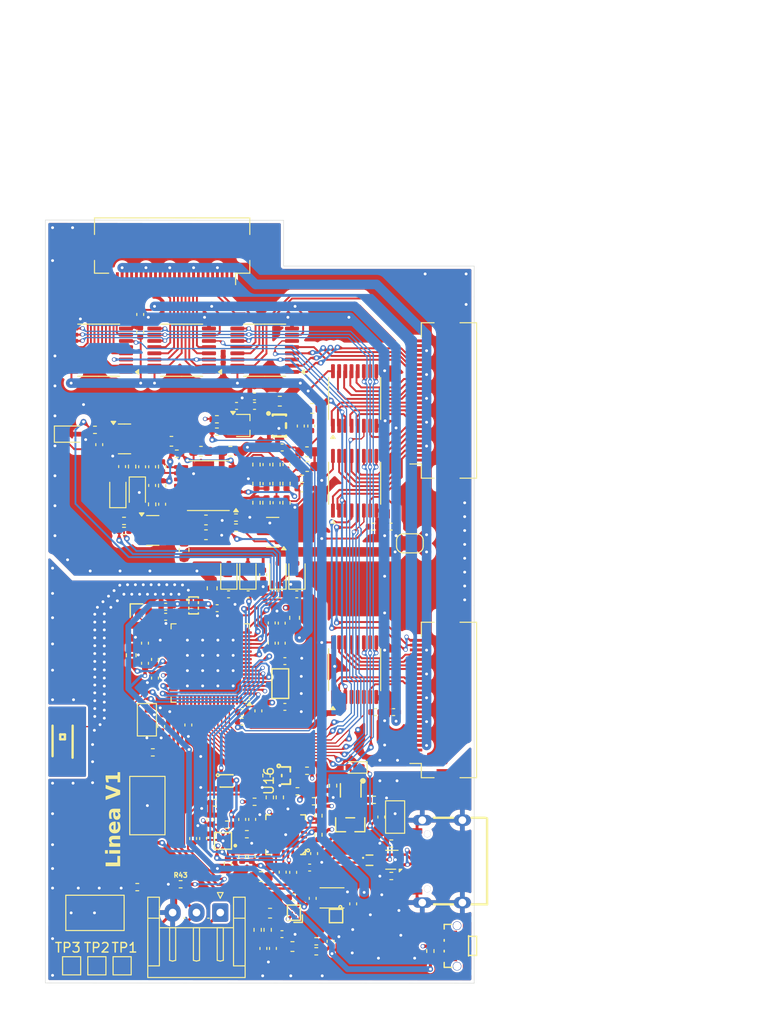
<source format=kicad_pcb>
(kicad_pcb (version 20241229) (generator "pcbnew") (generator_version "9.0")
  (layers (0 "F.Cu" signal) (4 "In1.Cu" mixed) (6 "In2.Cu" mixed) (2 "B.Cu" power) (13 "F.Paste" user) (15 "B.Paste" user) (5 "F.SilkS" user "F.Silkscreen") (7 "B.SilkS" user "B.Silkscreen") (1 "F.Mask" user) (3 "B.Mask" user) (25 "Edge.Cuts" user))
  (net 0 "")
  (net 1 "/CPH1")
  (net 2 "/TIM1_CH1")
  (net 3 "/TIM1_CH3")
  (net 4 "/~{TIM1_CH1}")
  (net 5 "/CPH2")
  (net 6 "/~{TIM1_CH3}")
  (net 7 "VSSA")
  (net 8 "/ABUS")
  (net 9 "Net-(Q1-D)")
  (net 10 "/Signal Chain/OP1O")
  (net 11 "/Signal Chain/OP1M")
  (net 12 "VEE")
  (net 13 "GND")
  (net 14 "/Signal Chain/OP2O")
  (net 15 "Net-(C32-Pad1)")
  (net 16 "/Signal Chain/OP2M")
  (net 17 "Net-(C34-Pad1)")
  (net 18 "Net-(Q2-D)")
  (net 19 "/Signal Chain/OP3O")
  (net 20 "/Signal Chain/OP3M")
  (net 21 "Net-(U6E-V+)")
  (net 22 "Net-(U6E-V-)")
  (net 23 "Net-(D10-A)")
  (net 24 "/Signal Chain/OP4O")
  (net 25 "/Signal Chain/OP4M")
  (net 26 "/ADC1_IN3")
  (net 27 "VBUS")
  (net 28 "/EXCITER")
  (net 29 "/~{DRV_OE}")
  (net 30 "Net-(D10-K)")
  (net 32 "/TX_EN")
  (net 33 "VDDA")
  (net 34 "+3.3V")
  (net 35 "+5V")
  (net 37 "/Y11")
  (net 38 "/Y10")
  (net 39 "/Y3")
  (net 40 "/Y8")
  (net 41 "/Y0")
  (net 42 "/Y15")
  (net 43 "/Y7")
  (net 44 "/Y4")
  (net 46 "/Y9")
  (net 47 "/Y16")
  (net 48 "/Y17")
  (net 49 "/Y14")
  (net 50 "/Y5")
  (net 51 "/Y12")
  (net 52 "/Y13")
  (net 53 "/Y2")
  (net 54 "/Y1")
  (net 55 "/Y6")
  (net 56 "/X25")
  (net 58 "/X22")
  (net 61 "/X21")
  (net 62 "/X23")
  (net 63 "/X20")
  (net 65 "/X26")
  (net 67 "/X27")
  (net 69 "/X24")
  (net 70 "/X15")
  (net 73 "/X7")
  (net 74 "/X10")
  (net 75 "/X1")
  (net 76 "/X14")
  (net 77 "/X17")
  (net 78 "/X16")
  (net 79 "/X9")
  (net 80 "/X8")
  (net 81 "/X13")
  (net 82 "/X4")
  (net 83 "/X2")
  (net 84 "/X18")
  (net 85 "/X19")
  (net 86 "/X3")
  (net 87 "/X0")
  (net 88 "/X11")
  (net 89 "/X6")
  (net 90 "/X12")
  (net 91 "/X5")
  (net 92 "Net-(Q1-G)")
  (net 93 "Net-(Q2-G)")
  (net 94 "Net-(Q3-G)")
  (net 95 "/Signal Chain/OP1P")
  (net 96 "/TIM2_CH3")
  (net 97 "/TIM2_CH2")
  (net 98 "/TIM2_CH1")
  (net 99 "/DRV_A")
  (net 101 "Net-(U1-VLXSMPS)")
  (net 103 "/~{E4}")
  (net 105 "Net-(U1-OSC_IN)")
  (net 111 "/~{E5}")
  (net 113 "BUTTON")
  (net 114 "/~{E3}")
  (net 115 "Net-(U1-OSC_OUT)")
  (net 117 "Net-(U1-PC15)")
  (net 119 "Net-(AE1-ANT)")
  (net 120 "RESET")
  (net 122 "I2C_SDA")
  (net 124 "Net-(U1-VFBSMPS)")
  (net 126 "Net-(U1-PC14)")
  (net 127 "Net-(U1-VREF+)")
  (net 128 "/~{E2}")
  (net 130 "BOOT")
  (net 131 "/~{E1}")
  (net 134 "I2C_SCL")
  (net 135 "GNDS")
  (net 136 "/~{E0}")
  (net 137 "LDO_3.3V")
  (net 143 "Net-(FL2-IN)")
  (net 144 "/S2")
  (net 145 "/S1")
  (net 146 "/S0")
  (net 149 "Net-(U2-PMID)")
  (net 150 "Net-(U2-REGN)")
  (net 151 "Net-(U2-BTST)")
  (net 152 "Net-(C58-Pad1)")
  (net 153 "SYS")
  (net 154 "Net-(U4-VDD)")
  (net 155 "+BATT")
  (net 156 "Net-(U5-FB)")
  (net 157 "Net-(U13-Y)")
  (net 158 "Net-(U13-VCC)")
  (net 159 "Net-(J5-Pin_2)")
  (net 160 "Net-(L5-Pad2)")
  (net 161 "Net-(U5-SW)")
  (net 162 "Net-(L6-Pad2)")
  (net 163 "Net-(Q4-G)")
  (net 164 "Net-(Q4-D)")
  (net 165 "Net-(Q5-C1)")
  (net 166 "Net-(U2-INT)")
  (net 167 "Net-(U2-LIIM)")
  (net 168 "Net-(U4-GPOUT)")
  (net 169 "Net-(U4-BIN)")
  (net 186 "Net-(USB1-CC1)")
  (net 187 "Net-(USB1-CC2)")
  (net 190 "Net-(USB1-DP1)")
  (net 191 "Net-(USB1-DN1)")
  (net 192 "Net-(D1-A)")
  (net 193 "Net-(Q5-C2)")
  (net 194 "USB_5V")
  (net 195 "Net-(L9-Pad2)")
  (net 196 "/D-")
  (net 197 "/D+")
  (net 201 "Net-(C16-Pad2)")
  (net 202 "Net-(C17-Pad2)")
  (net 203 "Net-(U16-EN)")
  (footprint "Capacitor_SMD:C_0402_1005Metric" (layer "F.Cu") (at 69.85 122.4 90)
    (property "Reference" "C42" (hide yes))
    (property "Value" "220pF")
  )
  (footprint "Capacitor_SMD:C_0402_1005Metric" (layer "F.Cu") (at 92.24 144.2 180)
    (property "Reference" "C50" (hide yes))
    (property "Value" "100nF")
  )
  (footprint "Resistor_SMD:R_0402_1005Metric" (layer "F.Cu") (at 69.85 120.45 90)
    (property "Reference" "R25" (hide yes))
    (property "Value" "10k")
  )
  (footprint "Connector_FFC-FPC:Hirose_FH12-26S-0.5SH_1x26-1MP_P0.50mm_Horizontal" (layer "F.Cu") (at 98.35 142.925 90)
    (property "Reference" "J4" (hide yes))
    (property "Value" "Conn_01x26_MountingPin")
  )
  (footprint "Resistor_SMD:R_0402_1005Metric" (layer "F.Cu") (at 93.9 157.9825 180)
    (property "Reference" "R2" (hide yes))
    (property "Value" "5.1K")
  )
  (footprint "Connector_JST:JST_EH_S3B-EH_1x03_P2.50mm_Horizontal" (layer "F.Cu") (at 75.95 165.2175 180)
    (property "Reference" "J5" (hide yes))
    (property "Value" "Conn_01x03")
  )
  (footprint "Resistor_SMD:R_0402_1005Metric" (layer "F.Cu") (at 77.6 124.85)
    (property "Reference" "R14" (hide yes))
    (property "Value" "1k")
  )
  (footprint "Capacitor_SMD:C_0402_1005Metric" (layer "F.Cu") (at 79.536722 111.091774 180)
    (property "Reference" "C75" (hide yes))
    (property "Value" "1uF")
  )
  (footprint "Inductor_SMD:L_0603_1608Metric" (layer "F.Cu") (at 77.0125 116.85)
    (property "Reference" "FB1" (hide yes))
    (property "Value" "100R")
  )
  (footprint "Package_SO:TSSOP-14_4.4x5mm_P0.65mm" (layer "F.Cu") (at 74.7 120.45 180)
    (property "Reference" "U6" (hide yes))
    (property "Value" "COS8054TR")
  )
  (footprint "Capacitor_SMD:C_0603_1608Metric" (layer "F.Cu") (at 74.45 125.6 180)
    (property "Reference" "C38" (hide yes))
    (property "Value" "1uF")
  )
  (footprint "Resistor_SMD:R_0402_1005Metric" (layer "F.Cu") (at 76.65 156)
    (property "Reference" "R42" (hide yes))
    (property "Value" "10m")
  )
  (footprint "Resistor_SMD:R_0402_1005Metric" (layer "F.Cu") (at 62.8 114.6)
    (property "Reference" "R23" (hide yes))
    (property "Value" "1k")
  )
  (footprint "Resistor_SMD:R_0402_1005Metric" (layer "F.Cu") (at 79.75 118.24 90)
    (property "Reference" "R21" (hide yes))
    (property "Value" "10k")
  )
  (footprint "Inductor_SMD:L_Murata_DFE201610P" (layer "F.Cu") (at 87.675 163.68)
    (property "Reference" "L9" (hide yes))
    (property "Value" "470nH")
  )
  (footprint "Capacitor_SMD:C_0402_1005Metric" (layer "F.Cu") (at 79.95 144.07 -90)
    (property "Reference" "C2" (hide yes))
    (property "Value" "100nF")
  )
  (footprint "Capacitor_SMD:C_0402_1005Metric" (layer "F.Cu") (at 81.35 134.85 90)
    (property "Reference" "C7" (hide yes))
    (property "Value" "1uF")
  )
  (footprint "Diode_SMD:D_SOD-523" (layer "F.Cu") (at 90.1 150 180)
    (property "Reference" "D1" (hide yes))
    (property "Value" "1N4148WT")
  )
  (footprint "TestPoint:TestPoint_Pad_1.5x1.5mm" (layer "F.Cu") (at 63 170.8 -90)
    (property "Reference" "TP2")
    (property "Value" "TestPoint")
  )
  (footprint "Resistor_SMD:R_0402_1005Metric" (layer "F.Cu") (at 81.15 153.14 -90)
    (property "Reference" "R38" (hide yes))
    (property "Value" "30.1K")
  )
  (footprint "Resistor_SMD:R_0402_1005Metric" (layer "F.Cu") (at 86.025 169.28 180)
    (property "Reference" "R46" (hide yes))
    (property "Value" "3.3")
  )
  (footprint "Inductor_SMD:L_0603_1608Metric" (layer "F.Cu") (at 82.199222 111.591774)
    (property "Reference" "FB5" (hide yes))
    (property "Value" "100R")
  )
  (footprint "Capacitor_SMD:C_0402_1005Metric" (layer "F.Cu") (at 85.65 163.73 90)
    (property "Reference" "C44" (hide yes))
    (property "Value" "10uF")
  )
  (footprint "linea:SOT-363_L2.0-W1.3-P0.65-LS2.1-BL" (layer "F.Cu") (at 89.64 152.4 180)
    (property "Reference" "Q5" (hide yes))
    (property "Value" "~")
  )
  (footprint "Resistor_SMD:R_0402_1005Metric" (layer "F.Cu") (at 78.74 157 180)
    (property "Reference" "R41" (hide yes))
    (property "Value" "10K")
  )
  (footprint "Capacitor_SMD:C_0402_1005Metric" (layer "F.Cu") (at 68.05 139.08 90)
    (property "Reference" "C13" (hide yes))
    (property "Value" "4.7uF")
  )
  (footprint "Resistor_SMD:R_0402_1005Metric" (layer "F.Cu") (at 82.2 153.14 -90)
    (property "Reference" "R37" (hide yes))
    (property "Value" "470")
  )
  (footprint "Resistor_SMD:R_0402_1005Metric" (layer "F.Cu") (at 98 169.25 90)
    (property "Reference" "R11" (hide yes))
    (property "Value" "10K")
  )
  (footprint "Resistor_SMD:R_0402_1005Metric" (layer "F.Cu") (at 86.025 168.23 180)
    (property "Reference" "R47" (hide yes))
    (property "Value" "3.3")
  )
  (footprint "Capacitor_SMD:C_0402_1005Metric" (layer "F.Cu") (at 89.9 164.305 90)
    (property "Reference" "C45" (hide yes))
    (property "Value" "22uF")
  )
  (footprint "Capacitor_SMD:C_0402_1005Metric" (layer "F.Cu") (at 93.88 124.75 180)
    (property "Reference" "C53" (hide yes))
    (property "Value" "100nF")
  )
  (footprint "Capacitor_SMD:C_0402_1005Metric" (layer "F.Cu") (at 82.5 160.98 90)
    (property "Reference" "C58" (hide yes))
    (property "Value" "47nF")
  )
  (footprint "Capacitor_SMD:C_0402_1005Metric" (layer "F.Cu") (at 68.05 136.97 90)
    (property "Reference" "C15" (hide yes))
    (property "Value" "4.7uF")
  )
  (footprint "Inductor_SMD:L_0603_1608Metric" (layer "F.Cu") (at 72.15 127.1875 90)
    (property "Reference" "FB2" (hide yes))
    (property "Value" "100R")
  )
  (footprint "Resistor_SMD:R_0402_1005Metric" (layer "F.Cu") (at 86.25 157.06 -90)
    (property "Reference" "R31" (hide yes))
    (property "Value" "1.5K")
  )
  (footprint "Capacitor_SMD:C_0603_1608Metric" (layer "F.Cu") (at 73.925 116.85 180)
    (property "Reference" "C40" (hide yes))
    (property "Value" "100nF")
  )
  (footprint "linea:FC-12M_L2.0-W1.2" (layer "F.Cu") (at 82.25 141.21 -90)
    (property "Reference" "X2" (hide yes))
    (property "Value" "FC-12M32.768KHZ7PF20PPM")
  )
  (footprint "linea:CRYSTAL-SMD_4P-L2.0-W1.6-BL" (layer "F.Cu") (at 67.95 134.5 -90)
    (property "Reference" "X1" (hide yes))
    (property "Value" "XL7EL89CKI-111YLC-32M")
  )
  (footprint "Resistor_SMD:R_0402_1005Metric" (layer "F.Cu") (at 92.09 153.4)
    (property "Reference" "R49" (hide yes))
    (property "Value" "100K")
  )
  (footprint "linea:SC-70-5_L2.1-W1.3-P0.65-LS2.1-TL" (layer "F.Cu") (at 82.15 114.15)
    (property "Reference" "U13" (hide yes))
    (property "Value" "SN74LV1T125DCKR")
  )
  (footprint "Capacitor_SMD:C_0603_1608Metric" (layer "F.Cu") (at 74.45 124.05 180)
    (property "Reference" "C41" (hide yes))
    (property "Value" "100nF")
  )
  (footprint "Resistor_SMD:R_0402_1005Metric" (layer "F.Cu") (at 68.8 122.41 90)
    (property "Reference" "R28" (hide yes))
    (property "Value" "15k")
  )
  (footprint "linea:SOT-523-3_L1.6-W0.8-P1.00-LS1.6-BR" (layer "F.Cu") (at 82.85 150.85 180)
    (property "Reference" "Q4" (hide yes))
    (property "Value" "~")
  )
  (footprint "linea:UTDFN-4_L1.0-W1.0-P0.63-BL-EP-1" (layer "F.Cu") (at 76.585 151.41 -90)
    (property "Reference" "U16")
    (property "Value" "RS3221-3.3YUTDN4")
  )
  (footprint "Diode_SMD:D_SOD-323F" (layer "F.Cu") (at 67.25 121.15 -90)
    (property "Reference" "D10" (hide yes))
    (property "Value" "BAT54J")
  )
  (footprint "Resistor_SMD:R_0402_1005Metric" (layer "F.Cu") (at 80.925 167.03 90)
    (property "Reference" "R45" (hide yes))
    (property "Value" "1.5")
  )
  (footprint "Capacitor_SMD:C_0402_1005Metric" (layer "F.Cu") (at 85.33 160.5)
    (property "Reference" "C55" (hide yes))
    (property "Value" "10uF")
  )
  (footprint "Capacitor_SMD:C_0402_1005Metric" (layer "F.Cu") (at 75.38 153.7 180)
    (property "Reference" "C66" (hide yes))
    (property "Value" "1uF")
  )
  (footprint "Capacitor_SMD:C_0402_1005Metric" (layer "F.Cu") (at 79.25 159.35 90)
    (property "Reference" "C59" (hide yes))
    (property "Value" "10uF")
  )
  (footprint "Diode_SMD:D_SOD-323F" (layer "F.Cu") (at 60.15 115.05)
    (property "Reference" "D11" (hide yes))
    (property "Value" "BAT54J")
  )
  (footprint "Capacitor_SMD:C_0402_1005Metric" (layer "F.Cu") (at 69.75 145.7 -90)
    (property "Reference" "C5" (hide yes))
    (property "Value" "4.7pF")
  )
  (footprint "Capacitor_SMD:C_0402_1005Metric" (layer "F.Cu") (at 85.5 114.2 90)
    (property "Reference" "C16" (hide yes))
    (property "Value" "3.9nF")
  )
  (footprint "linea:WLCSP-9_L1.2-W1.2-R3-C3-P0.40-BL" (layer "F.Cu") (at 88.1 165.58 180)
    (property "Reference" "U15" (hide yes))
    (property "Value" "FAN48610BUC50X")
  )
  (footprint "Capacitor_SMD:C_0402_1005Metric" (layer "F.Cu") (at 72.6 145.55 -90)
    (property "Reference" "C6" (hide yes))
    (property "Value" "100nF")
  )
  (footprint "Resistor_SMD:R_0402_1005Metric" (layer "F.Cu") (at 84.05 152.5)
    (property "Reference" "R34" (hide yes))
    (property "Value" "10K")
  )
  (footprint "Resistor_SMD:R_0402_1005Metric" (layer "F.Cu") (at 79.75 122.24 -90)
    (property "Reference" "R17" (hide yes))
    (property "Value" "12K")
  )
  (footprint "Resistor_SMD:R_0402_1005Metric" (layer "F.Cu") (at 80.8 150.85 90)
    (property "Reference" "R36" (hide yes))
    (property "Value" "10K")
  )
  (footprint "Package_SO:TSSOP-16_4.4x5mm_P0.65mm" (layer "F.Cu") (at 71.9 106.25 180)
    (property "Reference" "U12" (hide yes))
    (property "Value" "74HC4051")
  )
  (footprint "Resistor_SMD:R_0402_1005Metric" (layer "F.Cu") (at 82.9 122.24 90)
    (property "Reference" "R15" (hide yes))
    (property "Value" "10k")
  )
  (footprint "Capacitor_SMD:C_0402_1005Metric" (layer "F.Cu") (at 80.8 118.24 90)
    (property "Reference" "C33" (hide yes))
    (property "Value" "120pF")
  )
  (footprint "linea:KEY-SMD_SKRTLAE010" (layer "F.Cu") (at 100.88 168.71 90)
    (property "Reference" "SW3" (hide yes))
    (property "Value" "SKRTLAE010")
  )
  (footprint "Resistor_SMD:R_0402_1005Metric" (layer "F.Cu") (at 68.87 148.42 180)
    (property "Reference" "R10" (hide yes))
    (property "Value" "10K")
  )
  (footprint "Jumper:SolderJumper-2_P1.3mm_Bridged_RoundedPad1.0x1.5mm" (layer "F.Cu") (at 95.85 126.5 180)
    (property "Reference" "JP1" (hide yes))
    (property "Value" "~")
  )
  (footprint "Resistor_SMD:R_0402_1005Metric" (layer "F.Cu") (at 80.8 122.24 -90)
    (property "Reference" "R19" (hide yes))
    (property "Value" "12K")
  )
  (footprint "Capacitor_SMD:C_0402_1005Metric" (layer "F.Cu") (at 69.1 140.63 -90)
    (property "Reference" "C3" (hide yes))
    (property "Value" "100nF")
  )
  (footprint "Resistor_SMD:R_0402_1005Metric" (layer "F.Cu") (at 65.85 124.15 180)
    (property "Reference" "R30" (hide yes))
    (property "Value" "100")
  )
  (footprint "Diode_SMD:D_SOD-323F" (layer "F.Cu") (at 84 129.7 90)
    (property "Reference" "D6" (hide yes))
    (property "Value" "BAT54J")
  )
  (footprint "Resistor_SMD:R_0402_1005Metric" (layer "F.Cu") (at 79.55 153.6)
    (property "Reference" "R39" (hide yes))
    (property "Value" "5.23K")
  )
  (footprint "Resistor_SMD:R_0402_1005Metric" (layer "F.Cu") (at 77.6 123.8)
    (property "Reference" "R18" (hide yes))
    (property "Value" "0")
  )
  (footprint "Resistor_SMD:R_0402_1005Metric" (layer "F.Cu") (at 84.54 119.74)
    (property "Reference" "R13" (hide yes))
    (property "Value" "400")
  )
  (footprint "Capacitor_SMD:C_0402_1005Metric" (layer "F.Cu") (at 83.675 163.63 180)
    (property "Reference" "C67" (hide yes))
    (property "Value" "2.2uF")
  )
  (footprint "Inductor_SMD:L_0603_1608Metric" (layer "F.Cu") (at 81.175 165.28 180)
    (property "Reference" "L5" (hide yes))
    (property "Value" "470nH")
  )
  (footprint "Package_SO:TSSOP-16_4.4x5mm_P0.65mm" (layer "F.Cu") (at 90.05 111.3125 90)
    (property "Reference" "U8" (hide yes))
    (property "Value" "74HC4051")
  )
  (footprint "Capacitor_SMD:C_0402_1005Metric" (layer "F.Cu") (at 82.45 116.45 180)
    (property "Reference" "C26" (hide yes))
    (property "Value" "1nF")
  )
  (footprint "Capacitor_SMD:C_0402_1005Metric" (layer "F.Cu") (at 82.9 118.24 90)
    (property "Reference" "C32" (hide yes))
    (property "Value" "120pF")
  )
  (footprint "Capacitor_SMD:C_0402_1005Metric" (layer "F.Cu") (at 82.4 134.87 90)
    (property "Reference" "C8" (hide yes))
    (property "Value" "10nF")
  )
  (footprint "Capacitor_SMD:C_0402_1005Metric" (layer "F.Cu") (at 80.45 129.8 -90)
    (property "Reference" "C31" (hide yes))
    (property "Value" "10uF")
  )
  (footprint "Capacitor_SMD:C_0402_1005Metric" (layer "F.Cu") (at 68.8 118.47 90)
    (property "Reference" "C36" (hide yes))
    (property "Value" "120pF")
  )
  (footprint "Capacitor_SMD:C_0402_1005Metric" (layer "F.Cu") (at 84.5 120.74)
    (property "Reference" "C28" (hide yes))
    (property "Value" "470pF")
  )
  (footprint "Inductor_SMD:L_0603_1608Metric" (layer "F.Cu") (at 85.6 112.35)
    (property "Reference" "L7" (hide yes))
    (property "Value" "60R / Short")
  )
  (footprint "TestPoint:TestPoint_Pad_1.5x1.5mm" (layer "F.Cu") (at 60.35 170.8 -90)
    (property "Reference" "TP3")
    (property "Value" "TestPoint")
  )
  (footprint "Resistor_SMD:R_0402_1005Metric" (layer "F.Cu") (at 65.85 125.2)
    (property "Reference" "R29" (hide yes))
    (property "Value" "10k")
  )
  (footprint "Capacitor_SMD:C_0402_1005Metric" (layer "F.Cu") (at 94.15 144.2 180)
    (property "Reference" "C51" (hide yes))
    (property "Value" "100nF")
  )
  (footprint "Capacitor_SMD:C_0402_1005Metric" (layer "F.Cu") (at 69.1 138.67 90)
    (property "Reference" "C14" (hide yes))
    (property "Value" "100nF")
  )
  (footprint "linea:FILTER-SMD_4P-L0.9-W0.7-P0.50-BL" (layer "F.Cu") (at 91.61 159.73 -90)
    (property "Reference" "L8" (hide yes))
    (property "Value" "EXC14CE900U")
  )
  (footprint "Inductor_SMD:L_0603_1608Metric" (layer "F.Cu") (at 66.6 138.2375 90)
    (property "Reference" "L1" (hide yes))
    (property "Value" "10uH")
  )
  (footprint "Capacitor_SMD:C_0402_1005Metric" (layer "F.Cu") (at 78.25 155.45 90)
    (property "Reference" "C62" (hide yes))
    (property "Value" "10uF")
  )
  (footprint "Capacitor_SMD:C_0402_1005Metric" (layer "F.Cu") (at 67.55 102.5 -90)
    (property "Reference" "C49" (hide yes))
    (property "Value" "100nF")
  )
  (footprint "Resistor_SMD:R_0402_1005Metric" (layer "F.Cu") (at 75.596722 113.491774)
    (property "Reference" "R50" (hide yes))
    (property "Value" "10k")
  )
  (footprint "Capacitor_SMD:C_0402_1005Metric" (layer "F.Cu") (at 75.62 133.3)
    (property "Reference" "C4" (hide yes))
    (property "Value" "100nF")
  )
  (footprint "Resistor_SMD:R_0402_1005Metric" (layer "F.Cu") (at 79.75 120.24 -90)
    (property "Reference" "R16" (hide yes))
    (property "Value" "1K")
  )
  (footprint "Package_SO:TSSOP-16_4.4x5mm_P0.65mm" (layer "F.Cu") (at 90.05 120.2 90)
    (property "Reference" "U9" (hide yes))
    (property "Value" "74HC4051")
  )
  (footprint "Package_SO:TSSOP-16_4.4x5mm_P0.65mm" (layer "F.Cu") (at 80.6125 106.25 180)
    (property "Reference" "U7" (hide yes))
    (property "Value" "74HC4051")
  )
  (footprint "Capacitor_SMD:C_0402_1005Metric" (layer "F.Cu") (at 80.8 120.24 -90)
    (property "Reference" "C30" (hide yes))
    (property "Value" "120pF")
  )
  (footprint "Capacitor_SMD:C_0402_1005Metric" (layer "F.Cu") (at 84.4 114.2 90)
    (property "Reference" "C73" (hide yes))
    (property "Value" "68nF")
  )
  (footprint "Capacitor_SMD:C_0402_1005Metric" (layer "F.Cu") (at 74.15 157.45 90)
    (property "Reference" "C63" (hide yes))
    (property "Value" "2.2uF")
  )
  (footprint "Capacitor_SMD:C_0402_1005Metric" (layer "F.Cu") (at 81.85 122.24 90)
    (property "Reference" "C29" (hide yes))
    (property "Value" "120pF")
  )
  (footprint "Connector_FFC-FPC:Hirose_FH12-26S-0.5SH_1x26-1MP_P0.50mm_Horizontal" (layer "F.Cu") (at 98.35 111.52 90)
    (property "Reference" "J3" (hide yes))
    (property "Value" "Conn_01x26_MountingPin")
  )
  (footprint "Capacitor_SMD:C_0402_1005Metric" (layer "F.Cu") (at 65.65 118.45 90)
    (property "Reference" "C34" (hide yes))
    (property "Value" "560pF")
  )
  (footprint "Button_Switch_SMD:SW_SPST_CK_RS282G05A3" (layer "F.Cu") (at 68.3 154 -90)
    (property "Reference" "SW2" (hide yes))
    (property "Value" "SW_Push")
  )
  (footprint "linea:USB-C-SMD_TYPE-C-6PIN-2MD-073" (layer "F.Cu") (at 98.98 159.85 90)
    (property "Reference" "USB1" (hide yes))
    (property "Value" "TYPE-C 16PIN 2MD(073)")
  )
  (footprint "Capacitor_SMD:C_0402_1005Metric" (layer "F.Cu") (at 73.1 157.45 90)
    (property "Reference" "C64" (hide yes))
    (property "Value" "470nF")
  )
  (footprint "Capacitor_SMD:C_0603_1608Metric" (layer "F.Cu") (at 85.05 116.9)
    (property "Reference" "C27" (hide yes))
    (property "Value" "3.6nF")
  )
  (footprint "Resistor_SMD:R_0402_1005Metric" (layer "F.Cu") (at 71.79 162.25 180)
    (property "Reference" "R43")
    (property "Value" "DNP")
  )
  (footprint "Resistor_SMD:R_0402_1005Metric" (layer "F.Cu") (at 86.25 155.06 90)
    (property "Reference" "R32" (hide yes))
    (property "Value" "1.5K")
  )
  (footprint "Capacitor_SMD:C_0402_1005Metric" (layer "F.Cu") (at 68.8 120.43 90)
    (property "Reference" "C39" (hide yes))
    (property "Value" "33pF")
  )
  (footprint "Resistor_SMD:R_0402_1005Metric" (layer "F.Cu") (at 81.85 118.24 90)
    (property "Reference" "R22" (hide yes))
    (property "Value" "12K")
  )
  (footprint "PCM_Diode_SMD_AKL:D_SOD-323_TVS" (layer "F.Cu") (at 68.25 145 90)
    (property "Reference" "D4" (hide yes))
    (property "Value" "PESD15VL1BA" (hide yes))
  )
  (footprint "Resistor_SMD:R_0402_1005Metric" (layer "F.Cu") (at 71.39 117.1 180)
    (property "Reference" "R24" (hide yes))
    (property "Value" "200")
  )
  (footprint "Capacitor_SMD:C_0603_1608Metric" (layer "F.Cu") (at 70.825 115.8)
    (property "Reference" "C37" (hide yes))
    (property "Value" "1uF")
  )
  (footprint "Inductor_SMD:L_0603_1608Metric" (layer "F.Cu") (at 75.1 131.2125 90)
    (property "Reference" "FB3" (hide yes))
    (property "Value" "100R")
  )
  (footprint "Resistor_SMD:R_0402_1005Metric" (layer "F.Cu") (at 76.75 160.1 -90)
    (property "Reference" "R40" (hide yes))
    (property "Value" "10K")
  )
  (footprint "Capacitor_SMD:C_0402_1005Metric" (layer "F.Cu") (at 83.98 131.85)
    (property "Reference" "C24" (hide yes))
    (property "Value" "1uF")
  )
  (footprint "Capacitor_SMD:C_0402_1005Metric" (layer "F.Cu") (at 82.02 131.85 180)
    (property "Reference" "C25" (hide yes))
    (property "Value" "1uF")
  )
  (footprint "linea:QFN-24_L4.0-W4.0-P0.50-TL-EP2.7" (layer "F.Cu") (at 82.815 157.05 180)
    (property "Reference" "U2" (hide yes))
    (property "Value" "~")
  )
  (footprint "Package_TO_SOT_SMD:SOT-23" (layer "F.Cu") (at 81.45 125.34 180)
    (property "Reference" "Q1" (hide yes))
    (property "Value" "AO3400A")
  )
  (footprint "linea:ANT-SMD_L3.2-W1.6" (layer "F.Cu") (at 59.4 147.3 -90)
    (property "Reference" "AE1" (hide yes))
    (property "Value" "2450AT18A100E")
  )
  (footprint "Inductor_SMD:L_0603_1608Metric" (layer "F.Cu") (at 83.75 134.3125 90)
    (property "Reference" "FB4" (hide yes))
    (property "Value" "100R")
  )
  (footprint "Inductor_SMD:L_0603_1608Metric" (layer "F.Cu") (at 80.2125 161.45 180)
    (property "Reference" "L4" (hide yes))
    (property "Value" "1uH")
  )
  (footprint "Resistor_SMD:R_0402_1005Metric" (layer "F.Cu") (at 81.85 120.24 90)
    (property "Reference" "R20" (hide yes))
    (property "Value" "560")
  )
  (footprint "Capacitor_SMD:C_0402_1005Metric" (layer "F.Cu") (at 74.9 155.47 90)
    (property "Reference" "C65" (hide yes))
    (property "Value" "1uF")
  )
  (footprint "Capacitor_SMD:C_0402_1005Metric" (layer "F.Cu") (at 82.4 136.97 90)
    (property "Reference" "C10" (hide yes))
    (property "Value" "100nF")
  )
  (footprint "Capacitor_SMD:C_0402_1005Metric" (layer "F.Cu") (at 77.656722 112.091774 180)
    (property "Reference" "C72" (hide yes))
    (property "Value" "120pF")
  )
  (footprint "Capacitor_SMD:C_0402_1005Metric" (layer "F.Cu") (at 78.88 131.85)
    (property "Reference" "C23" (hide yes))
    (property "Value" "1uF")
  )
  (footprint "linea:SOT-23-3_L2.9-W1.3-P1.90-LS2.4-BR" (layer "F.Cu") (at 89.59 156.01 90)
    (property "Reference" "Q6" (hide yes))
    (property "Value" "~")
  )
  (footprint "TestPoint:TestPoint_Pad_1.5x1.5mm" (layer "F.Cu") (at 65.65 170.8 -90)
    (property "Reference" "TP1")
    (property "Value" "TestPoint")
  )
  (footprint "Resistor_SMD:R_0402_1005Metric" (layer "F.Cu") (at 79.875 167.03 90)
    (property "Reference" "R44" (hide yes))
    (property "Value" "1.5")
  )
  (footprint "linea:DSBGA-9_L1.7-W1.6-R3-C3-P0.50-BL" (layer "F.Cu") (at 76.2375 157.7 90)
    (property "Reference" "U4" (hide yes))
    (property "Value" "~")
  )
  (footprint "Capacitor_SMD:C_0402_1005Metric" (layer "F.Cu") (at 79.546722 112.091774 180)
    (property "Reference" "C74" (hide yes))
    (property "Value" "100nF")
  )
  (footprint "Connector_FFC-FPC:Hirose_FH12-26S-0.5SH_1x26-1MP_P0.50mm_Horizontal" (layer "F.Cu") (at 70.9 96.875 180)
    (property "Reference" "J2" (hide yes))
    (property "Value" "Conn_01x26_MountingPin")
  )
  (footprint "Capacitor_SMD:C_0603_1608Metric" (layer "F.Cu") (at 85.075 118.45)
    (property "Reference" "C17" (hide yes))
    (property "Value" "3.6nF")
  )
  (footprint "Capacitor_SMD:C_0402_1005Metric" (layer "F.Cu") (at 78.25 145.2 180)
    (property "Reference" "C18" (hide yes))
    (property "Value" "68nF")
  )
  (footprint "Diode_SMD:D_SOD-323F" (layer "F.Cu") (at 78.85 129.7 90)
    (property "Reference" "D7" (hide yes))
    (property "Value" "BAT54J")
  )
  (footprint "Capacitor_SMD:C_0402_1005Metric" (layer "F.Cu") (at 92.85 155.2 90)
    (property "Reference" "C1" (hide yes))
    (property "Value" "100nF")
  )
  (footprint "Diode_SMD:D_SOD-323F" (layer "F.Cu") (at 82 129.7 90)
    (property "Reference" "D8" (hide yes))
    (property "Value" "BAT54J")
  )
  (footprint "Diode_SMD:D_SOD-323F" (layer "F.Cu") (at 76.85 129.7 90)
    (property "Reference" "D5" (hide yes))
    (property "Value" "BAT54J")
  )
  (footprint "Package_SO:TSSOP-16_4.4x5mm_P0.65mm" (layer "F.Cu") (at 90.05 139.75 90)
    (property "Reference" "U10" (hide yes))
    (property "Value" "74HC4051")
  )
  (footprint "Capacitor_SMD:C_0402_1005Metric" (layer "F.Cu") (at 78.25 159.35 90)
    (property "Reference" "C60" (hide yes))
    (property "Value" "10uF")
  )
  (footprint "Capacitor_SMD:C_0402_1005Metric" (layer "F.Cu") (at 85.8 159.03 -90)
    (property "Reference" "C56" (hide yes))
    (property "Value" "1uF")
  )
  (footprint "PCM_Diode_SMD_AKL:D_SOD-323_TVS" (layer "F.Cu") (at 94.3 155.2 -90)
    (property "Reference" "D3" (hide yes))
    (property "Value" "PESD15VL1BA" (hide yes))
  )
  (footprint "Capacitor_SMD:C_0402_1005Metric" (layer "F.Cu") (at 70.22 134.2 180)
    (property "Reference" "C12" (hide yes))
    (property "Value" "1uF")
  )
  (footprint "Capacitor_SMD:C_0402_1005Metric" (layer "F.Cu") (at 63.25 116.15 90)
    (property "Reference" "C43" (hide yes))
    (property "Value" "470pF")
  )
  (footprint "Capacitor_SMD:C_0402_1005Metric" (layer "F.Cu") (at 78.25 144.2 180)
    (property "Reference" "C19" (hide yes))
    (property "Value" "3.9nF")
  )
  (footprint "Resistor_SMD:R_0402_1005Metric" (layer "F.Cu") (at 87.79 151.91 -90)
    (property "Reference" "R48" (hide yes))
    (property "Value" "100K")
  )
  (footprint "Capacitor_SMD:C_0402_1005Metric" (layer "F.Cu") (at 67.55 104.38 -90)
    (property "Reference" "C48" (hide yes))
    (property "Value" "100nF")
  )
  (footprint "Resistor_SMD:R_0402_1005Metric" (layer "F.Cu") (at 67.24 162.55 180)
    (property "Reference" "R9" (hide yes))
    (property "Value" "10K")
  )
  (footprint "Capacitor_SMD:C_0402_1005Metric" (layer "F.Cu") (at 79.3 155.45 90)
    (property "Reference" "C61" (hide yes))
    (property "Value" "10uF")
  )
  (footprint "Capacitor_SMD:C_0402_1005Metric" (layer "F.Cu") (at 82.73 143.65)
    (property "Reference" "C21" (hide yes))
    (property "Value" "0.3pF")
  )
  (footprint "Resistor_SMD:R_0402_1005Metric" (layer "F.Cu") (at 69.85 118.46 90)
    (property "Reference" "R26" (hide yes))
    (property "Value" "12K")
  )
  (footprint "Resistor_SMD:R_0402_1005Metric" (layer "F.Cu") (at 82.9 120.24 -90)
    (property "Reference" "R12" (hide yes))
    (property "Value" "1K")
  )
  (footprint "Resistor_SMD:R_0402_1005Metric" (layer "F.Cu") (at 85.055 150.35)
    (property "Reference" "R35" (hide yes))
    (property "Value" "100")
  )
  (footprint "Resistor_SMD:R_0402_1005Metric" (layer "F.Cu") (at 93.9 161.3825 180)
    (property "Reference" "R1" (hide yes))
    (property "Value" "5.1K")
  )
  (footprint "linea:DSBGA-6_L1.4-W1.1-R3-C2-P0.40-BL" (layer "F.Cu") (at 83.675 165.23 90)
    (property "Reference" "U5" (hide yes))
    (property "Value" "~")
  )
  (footprint "Capacitor_SMD:C_0402_1005Metric" (layer "F.Cu") (at 83.6 161 -90)
    (property "Reference" "C57" (hide yes))
    (property "Value" "4.7uF")
  )
  (footprint "Capacitor_SMD:C_0402_1005Metric" (layer "F.Cu") (at 87.525 168.23 90)
    (property "Reference" "C71" (hide yes))
    (property "Value" "10uF")
  )
  (footprint "Resistor_SMD:R_0402_1005Metric" (layer "F.Cu") (at 66.7 118.45 -90)
    (property "Reference" "R27" (hide yes))
    (property "Value" "100")
  )
  (footprint "Capacitor_SMD:C_0402_1005Metric" (layer "F.Cu") (at 80.475 168.98 -90)
    (property "Reference" "C69" (hide yes))
    (property "Value" "4.7uF")
  )
  (footprint "Capacitor_SMD:C_0402_1005Metric" (layer "F.Cu") (at 70.22 133.15 180)
    (property "Reference" "C11" (hide yes))
    (property "Value" "100nF")
  )
  (footprint "Package_TO_SOT_SMD:SOT-666" (layer "F.Cu") (at 93.96 159.68 180)
    (property "Reference" "U14" (hide yes))
    (property "Value" "USBLC6-2P6")
  )
  (footprint "Inductor_SMD:L_0603_1608Metric" (layer "F.Cu") (at 83.525 168.78)
    (property "Reference" "L6" (hide yes))
    (property "Value" "470nH")
  )
  (footprint "Resistor_SMD:R_0402_1005Metric" (layer "F.Cu") (at 75.596722 114.791774)
    (property "Reference" "R51" (hide yes))
    (property "Value" "400")
  )
  (footprint "Package_TO_SOT_SMD:SOT-23" (layer "F.Cu") (at 65.9 115.55)
    (property "Reference" "Q2" (hide yes))
    (property "Value" "AO3400A")
  )
  (footprint "Capacitor_SMD:C_0402_1005Metric" (layer "F.Cu") (at 91.98 124.75 180)
    (property "Reference" "C52" (hide yes))
    (property "Value" "100nF")
  )
  (footprint "Package_SO:TSSOP-16_4.4x5mm_P0.65mm" (layer "F.Cu") (at 63.19375 106.25 180)
    (property "Reference" "U11" (hide yes))
    (property "Value" "74HC4051")
  )
  (footprint "Diode_SMD:D_SOD-323F" (layer "F.Cu") (at 65.2 121.15 90)
    (property "Reference" "D9" (hide yes))
    (property "Value" "BAT54J")
  )
  (footprint "Capacitor_SMD:C_0402_1005Metric" (layer "F.Cu") (at 76.82 131.85 180)
    (property "Reference" "C22" (hide yes))
    (property "Value" "1uF")
  )
  (footprint "linea:FILTER-SMD_6P-L1.6-W1.0-P0.50-BL" (layer "F.Cu") (at 73.15 133.01 -90)
    (property "Reference" "FL2" (hide yes))
    (property "Value" "MLPF-WB55-01E3")
  )
  (footprint "Package_DFN_QFN:QFN-68-1EP_8x8mm_P0.4mm_EP6.4x6.4mm" (layer "F.Cu") (at 74.9 139.05 180)
    (property "Reference" "U1" (hide yes))
    (property "Value" "STM32WB55RGV6")
  )
  (footprint "Capacitor_SMD:C_0402_1005Metric" (layer "F.Cu") (at 67.75 118.47 90)
    (property "Reference" "C35" (hide yes))
    (property "Value" "120pF")
  )
  (footprint "Capacitor_SMD:C_0402_1005Metric" (layer "F.Cu") (at 81.35 136.97 90)
    (property "Reference" "C9" (hide yes))
    (property "Value" "1uF")
  )
  (footprint "Package_TO_SOT_SMD:SOT-323_SC-70" (layer "F.Cu") (at 78.336722 114.141774)
    (property "Reference" "D12" (hide yes))
    (property "Value" "BAT54SW")
  )
  (footprint "Package_TO_SOT_SMD:SOT-23" (layer "F.Cu") (at 68.8625 125.15)
    (property "Reference" "Q3" (hide yes))
    (property "Value" "AO3400A")
  )
  (footprint "Button_Switch_SMD:SW_SPST_CK_RS282G05A3" (layer "F.Cu") (at 62.8 165.25 180)
    (property "Reference" "SW1" (hide yes))
    (property "Value" "SW_Push")
  )
  (footprint "Capacitor_SMD:C_0402_1005Metric" (layer "F.Cu") (at 82.73 138.85)
    (property "Reference" "C20" (hide yes))
    (property "Value" "0.8pF")
  )
  (footprint "Capacitor_SMD:C_0402_1005Metric" (layer "F.Cu") (at 82.425 167.48)
    (property "Reference" "C68" (hide yes))
    (property "Value" "2.2uF")
  )
  (footprint "Resistor_SMD:R_0402_1005Metric" (layer "F.Cu") (at 85.76 153.55)
    (property "Reference" "R33" (hide yes))
    (property "Value" "4.7K")
  )
  (footprint "Capacitor_SMD:C_0402_1005Metric" (layer "F.Cu") (at 81.475 168.98 -90)
    (property "Reference" "C70" (hide yes))
    (property "Value" "10uF")
  )
  (gr_line (start 57.6 92.6) (end 57.6 172.6) (stroke (width 0.05)) (layer "Edge.Cuts"))
  (gr_line (start 102.6 97.425) (end 102.6 100.625) (stroke (width 0.05)) (layer "Edge.Cuts"))
  (gr_line (start 102.6 100.625) (end 102.6 121.425) (stroke (width 0.05)) (layer "Edge.Cuts"))
  (gr_line (start 57.6 92.6) (end 82.6 92.625) (stroke (width 0.05)) (layer "Edge.Cuts"))
  (gr_line (start 102.6 133.025) (end 102.6 172.625) (stroke (width 0.05)) (layer "Edge.Cuts"))
  (gr_line (start 82.6 92.625) (end 82.6 97.425) (stroke (width 0.05)) (layer "Edge.Cuts"))
  (gr_line (start 57.6 172.6) (end 102.6 172.625) (stroke (width 0.05)) (layer "Edge.Cuts"))
  (gr_line (start 82.6 97.425) (end 102.6 97.425) (stroke (width 0.05)) (layer "Edge.Cuts"))
  (gr_line (start 102.6 121.425) (end 102.6 133.025) (stroke (width 0.05)) (layer "Edge.Cuts"))
  (gr_text "Linea V1" (at 65.7 155.45 90) (layer "F.SilkS") (effects (font (size 1.5 1.5) (thickness 0.2) (bold yes)) (justify bottom)))
  (segment (start 78.85 130.8) (end 78.85 131.4) (width 0.3) (layer "F.Cu") (net 1))
  (segment (start 78.35 130.8) (end 77.3 131.85) (width 0.3) (layer "F.Cu") (net 1))
  (segment (start 78.85 130.8) (end 78.35 130.8) (width 0.3) (layer "F.Cu") (net 1))
  (segment (start 78.85 131.4) (end 78.4 131.85) (width 0.3) (layer "F.Cu") (net 1))
  (segment (start 76.85 128.6) (end 78.85 130.6) (width 0.3) (layer "F.Cu") (net 1))
  (segment (start 78.85 130.6) (end 78.85 130.8) (width 0.3) (layer "F.Cu") (net 1))
  (segment (start 76.8 132.31) (end 76.8 133.8) (width 0.2) (layer "F.Cu") (net 2))
  (segment (start 76.8 133.8) (end 76.1 134.5) (width 0.2) (layer "F.Cu") (net 2))
  (segment (start 76.1 134.5) (end 76.1 135.1625) (width 0.2) (layer "F.Cu") (net 2))
  (segment (start 76.34 131.85) (end 76.8 132.31) (width 0.2) (layer "F.Cu") (net 2))
  (segment (start 69.9 142.25) (end 71.0125 142.25) (width 0.2) (layer "F.Cu") (net 3))
  (segment (start 78.96 132.59) (end 78.96 132.25) (width 0.2) (layer "F.Cu") (net 3))
  (segment (start 78.96 132.25) (end 79.36 131.85) (width 0.2) (layer "F.Cu") (net 3))
  (via (at 78.96 132.59) (size 0.6) (drill 0.3) (layers "F.Cu" "B.Cu") (net 3))
  (via (at 69.9 142.25) (size 0.6) (drill 0.3) (layers "F.Cu" "B.Cu") (net 3))
  (segment (start 78.185 141.559552) (end 78.185 141.949552) (width 0.2) (layer "B.Cu") (net 3))
  (segment (start 77.662552 142.472) (end 70.122 142.472) (width 0.2) (layer "B.Cu") (net 3))
  (segment (start 78.185 141.949552) (end 77.662552 142.472) (width 0.2) (layer "B.Cu") (net 3))
  (segment (start 78.96 132.59) (end 78.96 140.784552) (width 0.2) (layer "B.Cu") (net 3))
  (segment (start 78.96 140.784552) (end 78.185 141.559552) (width 0.2) (layer "B.Cu") (net 3))
  (segment (start 70.122 142.472) (end 69.9 142.25) (width 0.2) (layer "B.Cu") (net 3))
  (segment (start 77.096859 134.05) (end 79 134.05) (width 0.2) (layer "F.Cu") (net 4))
  (segment (start 83.922 132.388) (end 84.46 131.85) (width 0.2) (layer "F.Cu") (net 4))
  (segment (start 79 134.05) (end 80.662 132.388) (width 0.2) (layer "F.Cu") (net 4))
  (segment (start 80.662 132.388) (end 83.922 132.388) (width 0.2) (layer "F.Cu") (net 4))
  (segment (start 76.5 135.1625) (end 76.5 134.646859) (width 0.2) (layer "F.Cu") (net 4))
  (segment (start 76.5 134.646859) (end 77.096859 134.05) (width 0.2) (layer "F.Cu") (net 4))
  (segment (start 82 131.35) (end 82.5 131.85) (width 0.3) (layer "F.Cu") (net 5))
  (segment (start 84 128.8) (end 82 130.8) (width 0.3) (layer "F.Cu") (net 5))
  (segment (start 82 130.8) (end 82 131.35) (width 0.3) (layer "F.Cu") (net 5))
  (segment (start 82.45 130.8) (end 83.5 131.85) (width 0.3) (layer "F.Cu") (net 5))
  (segment (start 84 128.6) (end 84 128.8) (width 0.3) (layer "F.Cu") (net 5))
  (segment (start 82 130.8) (end 82.45 130.8) (width 0.3) (layer "F.Cu") (net 5))
  (segment (start 79.18 133.37) (end 80.7 131.85) (width 0.2) (layer "F.Cu") (net 6))
  (segment (start 69.95 141.45) (end 71.0125 141.45) (width 0.2) (layer "F.Cu") (net 6))
  (segment (start 80.7 131.85) (end 81.54 131.85) (width 0.2) (layer "F.Cu") (net 6))
  (segment (start 78.433 133.37) (end 79.18 133.37) (width 0.2) (layer "F.Cu") (net 6))
  (via (at 78.433 133.37) (size 0.6) (drill 0.3) (layers "F.Cu" "B.Cu") (net 6))
  (via (at 69.95 141.45) (size 0.6) (drill 0.3) (layers "F.Cu" "B.Cu") (net 6))
  (segment (start 78.433 133.37) (end 78.632 133.569) (width 0.2) (layer "B.Cu") (net 6))
  (segment (start 78.632 140.64869) (end 77.857 141.42369) (width 0.2) (layer "B.Cu") (net 6))
  (segment (start 78.632 133.569) (end 78.632 140.64869) (width 0.2) (layer "B.Cu") (net 6))
  (segment (start 77.857 141.42369) (end 77.857 141.81369) (width 0.2) (layer "B.Cu") (net 6))
  (segment (start 70.644 142.144) (end 69.95 141.45) (width 0.2) (layer "B.Cu") (net 6))
  (segment (start 77.857 141.81369) (end 77.52669 142.144) (width 0.2) (layer "B.Cu") (net 6))
  (segment (start 77.52669 142.144) (end 70.644 142.144) (width 0.2) (layer "B.Cu") (net 6))
  (segment (start 79.056722 111.091774) (end 78.408226 111.091774) (width 0.3) (layer "F.Cu") (net 7))
  (segment (start 79.75 119.73) (end 78.9 119.73) (width 0.2) (layer "F.Cu") (net 7))
  (segment (start 83.752283 122.75) (end 83.776141 122.726141) (width 0.2) (layer "F.Cu") (net 7))
  (segment (start 79.066722 112.091774) (end 79.724948 112.75) (width 0.3) (layer "F.Cu") (net 7))
  (segment (start 81.8 114.8) (end 81.05 114.8) (width 0.3) (layer "F.Cu") (net 7))
  (segment (start 68.8 119.95) (end 68.84 119.95) (width 0.2) (layer "F.Cu") (net 7))
  (segment (start 93.4 125.5) (end 93.2 125.7) (width 0.2) (layer "F.Cu") (net 7))
  (segment (start 92.325 124.615) (end 92.46 124.75) (width 0.2) (layer "F.Cu") (net 7))
  (segment (start 74.7625 103.2125) (end 74.7625 103.975) (width 0.2) (layer "F.Cu") (net 7))
  (segment (start 74.3 102.8) (end 74.35 102.8) (width 0.2) (layer "F.Cu") (net 7))
  (segment (start 64.6625 117.35) (end 64.6625 121.7125) (width 0.2) (layer "F.Cu") (net 7))
  (segment (start 76.1 125.65) (end 75.275 125.65) (width 0.3) (layer "F.Cu") (net 7))
  (segment (start 93.67 144.2) (end 93.67 144.63) (width 0.2) (layer "F.Cu") (net 7))
  (segment (start 72.1 115.8) (end 73.15 116.85) (width 0.2) (layer "F.Cu") (net 7))
  (segment (start 82.1 113.4) (end 82.1 114.45) (width 0.3) (layer "F.Cu") (net 7))
  (segment (start 67.55 103.9) (end 66.13125 103.9) (width 0.2) (layer "F.Cu") (net 7))
  (segment (start 77.6325 119.73) (end 77.5625 119.8) (width 0.2) (layer "F.Cu") (net 7))
  (segment (start 67.58 121.17) (end 67.45 121.17) (width 0.2) (layer "F.Cu") (net 7))
  (segment (start 75.225 124.05) (end 75.225 125.6) (width 0.2) (layer "F.Cu") (net 7))
  (segment (start 67.55 102.98) (end 67.55 103.9) (width 0.2) (layer "F.Cu") (net 7))
  (segment (start 83.475 103.975) (end 83.475 103.225) (width 0.2) (layer "F.Cu") (net 7))
  (segment (start 68.84 119.95) (end 69.85 120.96) (width 0.2) (layer "F.Cu") (net 7))
  (segment (start 75.275 125.65) (end 75.225 125.6) (width 0.3) (layer "F.Cu") (net 7))
  (segment (start 79.75 119.73) (end 79.75 118.75) (width 0.2) (layer "F.Cu") (net 7))
  (segment (start 71.6975 120.96) (end 71.8375 121.1) (width 0.2) (layer "F.Cu") (net 7))
  (segment (start 93.4 124.75) (end 92.46 124.75) (width 0.2) (layer "F.Cu") (net 7))
  (segment (start 83.475 103.225) (end 83.05 102.8) (width 0.2) (layer "F.Cu") (net 7))
  (segment (start 71.8375 119.8) (end 72.391634 119.8) (width 0.2) (layer "F.Cu") (net 7))
  (segment (start 78.14 123.77) (end 78.11 123.8) (width 0.2) (layer "F.Cu") (net 7))
  (segment (start 69.85 120.96) (end 71.6975 120.96) (width 0.2) (layer "F.Cu") (net 7))
  (segment (start 61.825 115.625) (end 61.25 115.05) (width 0.2) (layer "F.Cu") (net 7))
  (segment (start 92.72 144.2) (end 93.67 144.2) (width 0.2) (layer "F.Cu") (net 7))
  (segment (start 82.9 122.75) (end 83.752283 122.75) (width 0.2) (layer "F.Cu") (net 7))
  (segment (start 82.1 114.45) (end 82.1 114.5) (width 0.3) (layer "F.Cu") (net 7))
  (segment (start 82.3675 124.37) (end 82.3875 124.39) (width 0.2) (layer "F.Cu") (net 7))
  (segment (start 92.72 144.62) (end 93.2 145.1) (width 0.2) (layer "F.Cu") (net 7))
  (segment (start 71.8375 119.8) (end 72.574999 119.8) (width 0.2) (layer "F.Cu") (net 7))
  (segment (start 92.725 114.175) (end 93.25 113.65) (width 0.2) (layer "F.Cu") (net 7))
  (segment (start 64.9625 116.5) (end 64.08 116.5) (width 0.2) (layer "F.Cu") (net 7))
  (segment (start 68.22 102.98) (end 68.4 102.8) (width 0.2) (layer "F.Cu") (net 7))
  (segment (start 78.136722 111.363278) (end 78.25 111.25) (width 0.3) (layer "F.Cu") (net 7))
  (segment (start 93.4 124.75) (end 93.4 125.5) (width 0.2) (layer "F.Cu") (net 7))
  (segment (start 92.72 143.0075) (end 92.325 142.6125) (width 0.2) (layer "F.Cu") (net 7))
  (segment (start 81.45 112.75) (end 82.1 113.4) (width 0.3) (layer "F.Cu") (net 7))
  (segment (start 67.55 102.98) (end 68.22 102.98) (width 0.2) (layer "F.Cu") (net 7))
  (segment (start 85.548 120.172) (end 84.98 120.74) (width 0.2) (layer "F.Cu") (net 7))
  (segment (start 79.724948 112.75) (end 81.45 112.75) (width 0.3) (layer "F.Cu") (net 7))
  (segment (start 64.08 116.5) (end 63.25 115.67) (width 0.2) (layer "F.Cu") (net 7))
  (segment (start 67.45 121.17) (end 66.28 121.17) (width 0.2) (layer "F.Cu") (net 7))
  (segment (start 79.056722 111.091774) (end 79.056722 112.081774) (width 0.3) (layer "F.Cu") (net 7))
  (segment (start 82.1 114.5) (end 81.8 114.8) (width 0.3) (layer "F.Cu") (net 7))
  (segment (start 74.35 102.8) (end 74.7625 103.2125) (width 0.2) (layer "F.Cu") (net 7))
  (segment (start 92.72 144.2) (end 92.72 143.0075) (width 0.2) (layer "F.Cu") (net 7))
  (segment (start 63.25 115.67) (end 61.87 115.67) (width 0.2) (layer "F.Cu") (net 7))
  (segment (start 84.98 121.522283) (end 84.98 120.74) (width 0.2) (layer "F.Cu") (net 7))
  (segment (start 79.066722 112.091774) (end 78.136722 112.091774) (width 0.3) (layer "F.Cu") (net 7))
  (segment (start 64.9625 116.5) (end 64.6625 116.8) (width 0.2) (layer "F.Cu") (net 7))
  (segment (start 92.325 114.175) (end 92.725 114.175) (width 0.2) (layer "F.Cu") (net 7))
  (segment (start 66.28 121.17) (end 65.2 122.25) (width 0.2) (layer "F.Cu") (net 7))
  (segment (start 92.325 123.0625) (end 92.325 124.615) (width 0.2) (layer "F.Cu") (net 7))
  (segment (start 78.408226 111.091774) (end 78.25 111.25) (width 0.3) (layer "F.Cu") (net 7))
  (segment (start 92.72 144.2) (end 92.72 144.62) (width 0.2) (layer "F.Cu") (net 7))
  (segment (start 71.6 115.8) (end 72.1 115.8) (width 0.2) (layer "F.Cu") (net 7))
  (segment (start 74.075 129.4) (end 75.1 130.425) (width 1) (layer "F.Cu") (net 7))
  (segment (start 64.6625 121.7125) (end 65.2 122.25) (width 0.2) (layer "F.Cu") (net 7))
  (segment (start 64.6625 116.8) (end 64.6625 117.35) (width 0.2) (layer "F.Cu") (net 7))
  (segment (start 79.056722 112.081774) (end 79.066722 112.091774) (width 0.3) (layer "F.Cu") (net 7))
  (segment (start 76.15 124.1) (end 75.275 124.1) (width 0.3) (layer "F.Cu") (net 7))
  (segment (start 78.9 119.73) (end 77.6325 119.73) (width 0.2) (layer "F.Cu") (net 7))
  (segment (start 61.87 115.67) (end 61.825 115.625) (width 0.2) (layer "F.Cu") (net 7))
  (segment (start 68.8 119.95) (end 67.58 121.17) (width 0.2) (layer "F.Cu") (net 7))
  (segment (start 79.05 123.77) (end 78.14 123.77) (width 0.2) (layer "F.Cu") (net 7))
  (segment (start 73.5 129.4) (end 74.075 129.4) (width 1) (layer "F.Cu") (net 7))
  (segment (start 78.136722 112.091774) (end 78.136722 111.363278) (width 0.3) (layer "F.Cu") (net 7))
  (segment (start 73.15 119.224999) (end 73.15 119.2) (width 0.2) (layer "F.Cu") (net 7))
  (segment (start 83.776141 122.726141) (end 84.98 121.522283) (width 0.2) (layer "F.Cu") (net 7))
  (segment (start 73.15 119.2) (end 73.15 116.85) (width 0.2) (layer "F.Cu") (net 7))
  (segment (start 66.13125 103.9) (end 66.05625 103.975) (width 0.2) (layer "F.Cu") (net 7))
  (segment (start 93.67 144.63) (end 93.2 145.1) (width 0.2) (layer "F.Cu") (net 7))
  (segment (start 72.574999 119.8) (end 73.15 119.224999) (width 0.2) (layer "F.Cu") (net 7))
  (segment (start 81.15 124.37) (end 82.3675 124.37) (width 0.2) (layer "F.Cu") (net 7))
  (segment (start 75.275 124.1) (end 75.225 124.05) (width 0.3) (layer "F.Cu") (net 7))
  (via (at 101.6 129.52) (size 0.6) (drill 0.3) (layers "F.Cu" "B.Cu") (net 7))
  (via (at 81.15 124.37) (size 0.7) (drill 0.3) (layers "F.Cu" "B.Cu") (net 7))
  (via (at 58.6 109.991667) (size 0.6) (drill 0.3) (layers "F.Cu" "B.Cu") (net 7))
  (via (at 73.15 119.2) (size 0.6) (drill 0.3) (layers "F.Cu" "B.Cu") (net 7))
  (via (at 92.7 149.25) (size 0.6) (drill 0.3) (layers "F.Cu" "B.Cu") (net 7))
  (via (at 58.6 122.558333) (size 0.6) (drill 0.3) (layers "F.Cu" "B.Cu") (net 7))
  (via (at 58.6 119.416667) (size 0.6) (drill 0.3) (layers "F.Cu" "B.Cu") (net 7))
  (via (at 60.45 93.4) (size 0.6) (drill 0.3) (layers "F.Cu" "B.Cu") (net 7))
  (via (at 64.6625 117.35) (size 0.6) (drill 0.3) (layers "F.Cu" "B.Cu") (net 7))
  (via (at 94.55 149.25) (size 0.6) (drill 0.3) (layers "F.Cu" "B.Cu") (net 7))
  (via (at 59.925 128.225) (size 0.6) (drill 0.3) (layers "F.Cu" "B.Cu") (net 7))
  (via (at 58.6 113.133333) (size 0.6) (drill 0.3) (layers "F.Cu" "B.Cu") (net 7))
  (via (at 58.6 116.275) (size 0.6) (drill 0.3) (layers "F.Cu" "B.Cu") (net 7))
  (via (at 101.6 130.974) (size 0.6) (drill 0.3) (layers "F.Cu" "B.Cu") (net 7))
  (via (at 74.3 102.8) (size 0.6) (drill 0.3) (layers "F.Cu" "B.Cu") (net 7))
  (via (at 61.270838 102.970838) (size 0.6) (drill 0.3) (layers "F.Cu" "B.Cu") (net 7))
  (via (at 76.1 125.65) (size 0.45) (drill 0.3) (layers "F.Cu" "B.Cu") (net 7))
  (via (at 101.75 101.45) (size 0.6) (drill 0.3) (layers "F.Cu" "B.Cu") (net 7))
  (via (at 101.6 125.158) (size 0.6) (drill 0.3) (layers "F.Cu" "B.Cu") (net 7))
  (via (at 73.5 129.4) (size 0.6) (drill 0.3) (layers "F.Cu" "B.Cu") (net 7))
  (via (at 90.4 146.05) (size 0.6) (drill 0.3) (layers "F.Cu" "B.Cu") (net 7))
  (via (at 68.4 102.8) (size 0.6) (drill 0.3) (layers "F.Cu" "B.Cu") (net 7))
  (via (at 101.6 122.25) (size 0.6) (drill 0.3) (layers "F.Cu" "B.Cu") (net 7))
  (via (at 101.6 123.704) (size 0.6) (drill 0.3) (layers "F.Cu" "B.Cu") (net 7))
  (via (at 78.25 111.25) (size 0.6) (drill 0.3) (layers "F.Cu" "B.Cu") (net 7))
  (via (at 101.6 126.612) (size 0.6) (drill 0.3) (layers "F.Cu" "B.Cu") (net 7))
  (via (at 62.3 129.4) (size 0.6) (drill 0.3) (layers "F.Cu" "B.Cu") (net 7))
  (via (at 93.2 145.1) (size 0.6) (drill 0.3) (layers "F.Cu" "B.Cu") (net 7))
  (via (at 67.45 121.17) (size 0.6) (drill 0.3) (layers "F.Cu" "B.Cu") (net 7))
  (via (at 93.2 137.7) (size 0.6) (drill 0.3) (layers "F.Cu" "B.Cu") (net 7))
  (via (at 58.6 106.85) (size 0.6) (drill 0.3) (layers "F.Cu" "B.Cu") (net 7))
  (via (at 82.1 114.45) (size 0.6) (drill 0.3) (layers "F.Cu" "B.Cu") (net 7))
  (via (at 58.35 93.4) (size 0.6) (drill 0.3) (layers "F.Cu" "B.Cu") (net 7))
  (via (at 83.776141 122.726141) (size 0.6) (drill 0.3) (layers "F.Cu" "B.Cu") (net 7))
  (via (at 76.15 124.1) (size 0.45) (drill 0.3) (layers "F.Cu" "B.Cu") (net 7))
  (via (at 93.2 133.8) (size 0.6) (drill 0.3) (layers "F.Cu" "B.Cu") (net 7))
  (via (at 61.825 115.625) (size 0.6) (drill 0.3) (layers "F.Cu" "B.Cu") (net 7))
  (via (at 93.2 125.7) (size 0.6) (drill 0.3) (layers "F.Cu" "B.Cu") (net 7))
  (via (at 89.45 102.8) (size 0.6) (drill 0.3) (layers "F.Cu" "B.Cu") (net 7))
  (via (at 93.2 129.95) (size 0.6) (drill 0.3) (layers "F.Cu" "B.Cu") (net 7))
  (via (at 68.566667 129.4) (size 0.6) (drill 0.3) (layers "F.Cu" "B.Cu") (net 7))
  (via (at 101.75 98.25) (size 0.6) (drill 0.3) (layers "F.Cu" "B.Cu") (net 7))
  (via (at 97.45 98.25) (size 0.6) (drill 0.3) (layers "F.Cu" "B.Cu") (net 7))
  (via (at 87.95 139.4) (size 0.6) (drill 0.3) (layers "F.Cu" "B.Cu") (net 7))
  (via (at 83.05 102.8) (size 0.6) (drill 0.3) (layers "F.Cu" "B.Cu") (net 7))
  (via (at 58.35 96.85) (size 0.6) (drill 0.3) (layers "F.Cu" "B.Cu") (net 7))
  (via (at 61.6 111.95) (size 0.6) (drill 0.3) (layers "F.Cu" "B.Cu") (net 7))
  (via (at 101.6 128.066) (size 0.6) (drill 0.3) (layers "F.Cu" "B.Cu") (net 7))
  (via (at 101.6 132.428) (size 0.6) (drill 0.3) (layers "F.Cu" "B.Cu") (net 7))
  (via (at 79.05 123.77) (size 0.7) (drill 0.3) (layers "F.Cu" "B.Cu") (net 7))
  (via (at 65.433333 129.4) (size 0.6) (drill 0.3) (layers "F.Cu" "B.Cu") (net 7))
  (via (at 93.2 108.4) (size 0.6) (drill 0.3) (layers "F.Cu" "B.Cu") (net 7))
  (via (at 58.6 125.7) (size 0.6) (drill 0.3) (layers "F.Cu" "B.Cu") (net 7))
  (via (at 93.2 147.65) (size 0.6) (drill 0.3) (layers "F.Cu" "B.Cu") (net 7))
  (via (at 78.9 119.73) (size 0.6) (drill 0.3) (layers "F.Cu" "B.Cu") (net 7))
  (via (at 93.25 113.65) (size 0.6) (drill 0.3) (layers "F.Cu" "B.Cu") (net 7))
  (segment (start 58.6 125.7) (end 58.6 122.25) (width 1) (layer "B.Cu") (net 7))
  (segment (start 79.05 123.77) (end 79.65 124.37) (width 0.2) (layer "B.Cu") (net 7))
  (segment (start 58.6 110.35) (end 58.6 106.85) (width 1) (layer "B.Cu") (net 7))
  (segment (start 62.3 129.4) (end 61.1 129.4) (width 1) (layer "B.Cu") (net 7))
  (segment (start 73.5 129.4) (end 62.3 129.4) (width 1) (layer "B.Cu") (net 7))
  (segment (start 93.2 133.8) (end 93.2 137.7) (width 1) (layer "B.Cu") (net 7))
  (segment (start 61.1 129.4) (end 59.925 128.225) (width 1) (layer "B.Cu") (net 7))
  (segment (start 74.3 102.8) (end 89.45 102.8) (width 1) (layer "B.Cu") (net 7))
  (segment (start 58.6 106.85) (end 58.6 105.641675) (width 1) (layer "B.Cu") (net 7))
  (segment (start 93.2 137.7) (end 93.2 145.1) (width 1) (layer "B.Cu") (net 7))
  (segment (start 58.6 126.9) (end 58.6 125.7) (width 1) (layer "B.Cu") (net 7))
  (segment (start 89.45 102.8) (end 89.55 102.8) (width 1) (layer "B.Cu") (net 7))
  (segment (start 58.6 122.25) (end 58.6 119.45) (width 1) (layer "B.Cu") (net 7))
  (segment (start 58.6 116.8) (end 58.6 113.35) (width 1) (layer "B.Cu") (net 7))
  (segment (start 59.925 128.225) (end 58.6 126.9) (width 1) (layer "B.Cu") (net 7))
  (segment (start 61.270838 102.970838) (end 61.441675 102.8) (width 1) (layer "B.Cu") (net 7))
  (segment (start 68.4 102.8) (end 74.3 102.8) (width 1) (layer "B.Cu") (net 7))
  (segment (start 61.441675 102.8) (end 68.4 102.8) (width 1) (layer "B.Cu") (net 7))
  (segment (start 79.65 124.37) (end 81.15 124.37) (width 0.2) (layer "B.Cu") (net 7))
  (segment (start 58.6 113.35) (end 58.6 110.35) (width 1) (layer "B.Cu") (net 7))
  (segment (start 93.2 108.4) (end 93.2 125.7) (width 1) (layer "B.Cu") (net 7))
  (segment (start 93.2 129.95) (end 93.2 133.8) (width 1) (layer "B.Cu") (net 7))
  (segment (start 93.2 145.1) (end 93.2 147.65) (width 1) (layer "B.Cu") (net 7))
  (segment (start 93.2 125.7) (end 93.2 129.95) (width 1) (layer "B.Cu") (net 7))
  (segment (start 89.55 102.8) (end 93.2 106.45) (width 1) (layer "B.Cu") (net 7))
  (segment (start 58.6 119.45) (end 58.6 116.8) (width 1) (layer "B.Cu") (net 7))
  (segment (start 93.2 106.45) (end 93.2 108.4) (width 1) (layer "B.Cu") (net 7))
  (segment (start 58.6 105.641675) (end 61.270838 102.970838) (width 1) (layer "B.Cu") (net 7))
  (segment (start 85.75 145.65) (end 79.18 145.65) (width 0.6) (layer "F.Cu") (net 8))
  (segment (start 87.9 144.3) (end 88.65 144.3) (width 0.2) (layer "F.Cu") (net 8))
  (segment (start 78.75 145.22) (end 78.75 144.22) (width 0.6) (layer "F.Cu") (net 8))
  (segment (start 86.3875 112.35) (end 87.2 111.5375) (width 0.6) (layer "F.Cu") (net 8))
  (segment (start 84.3 116.925) (end 84.275 116.9) (width 0.25) (layer "F.Cu") (net 8))
  (segment (start 89.082113 142.605387) (end 89.075 142.6125) (width 0.2) (layer "F.Cu") (net 8))
  (segment (start 88.719613 121.969613) (end 88.896613 121.969613) (width 0.2) (layer "F.Cu") (net 8))
  (segment (start 88.65 144.3) (end 89.075 143.875) (width 0.2) (layer "F.Cu") (net 8))
  (segment (start 73.45 107.225) (end 73.475 107.2) (width 0.2) (layer "F.Cu") (net 8))
  (segment (start 89.075 143.875) (end 89.075 142.6125) (width 0.2) (layer "F.Cu") (net 8))
  (segment (start 78.75 144.22) (end 78.73 144.2) (width 0.6) (layer "F.Cu") (net 8))
  (segment (start 86.3875 115.2125) (end 86.3875 112.35) (width 0.2) (layer "F.Cu") (net 8))
  (segment (start 73.475 107.2) (end 74.7375 107.2) (width 0.2) (layer "F.Cu") (net 8))
  (segment (start 79.18 145.65) (end 78.75 145.22) (width 0.6) (layer "F.Cu") (net 8))
  (segment (start 84.275 116.9) (end 84.275 118.425) (width 0.2) (layer "F.Cu") (net 8))
  (segment (start 84.275 116.9) (end 84.7 116.9) (width 0.2) (layer "F.Cu") (net 8))
  (segment (start 82.93 116.45) (end 83.825 116.45) (width 0.2) (layer "F.Cu") (net 8))
  (segment (start 74.7375 107.2) (end 74.7625 107.225) (width 0.2) (layer "F.Cu") (net 8))
  (segment (start 82.25 107.225) (end 83.475 107.225) (width 0.2) (layer "F.Cu") (net 8))
  (segment (start 88.896613 121.969613) (end 89.075 122.148) (width 0.2) (layer "F.Cu") (net 8))
  (segment (start 88.777 112.95) (end 89.075 113.248) (width 0.2) (layer "F.Cu") (net 8))
  (segment (start 66.05625 107.225) (end 64.8 107.225) (width 0.2) (layer "F.Cu") (net 8))
  (segment (start 88.752 112.727) (end 88.777 112.752) (width 0.2) (layer "F.Cu") (net 8))
  (segment (start 87.2 111.5375) (end 87.5625 111.5375) (width 0.6) (layer "F.Cu") (net 8))
  (segment (start 88.777 112.752) (end 88.777 112.95) (width 0.2) (layer "F.Cu") (net 8))
  (segment (start 87.9 144.3) (end 87.1 144.3) (width 0.6) (layer "F.Cu") (net 8))
  (segment (start 84.275 118.425) (end 84.3 118.45) (width 0.2) (layer "F.Cu") (net 8))
  (segment (start 84.7 116.9) (end 86.3875 115.2125) (width 0.2) (layer "F.Cu") (net 8))
  (segment (start 84.18 118.45) (end 82.9 119.73) (width 0.2) (layer "F.Cu") (net 8))
  (segment (start 89.082113 141.507113) (end 89.082113 142.605387) (width 0.2) (layer "F.Cu") (net 8))
  (segment (start 89.075 113.248) (end 89.075 114.175) (width 0.2) (layer "F.Cu") (net 8))
  (segment (start 84.3 118.45) (end 84.18 118.45) (width 0.2) (layer "F.Cu") (net 8))
  (segment (start 87.1 144.3) (end 85.75 145.65) (width 0.6) (layer "F.Cu") (net 8))
  (segment (start 89.075 122.148) (end 89.075 123.0625) (width 0.2) (layer "F.Cu") (net 8))
  (segment (start 83.825 116.45) (end 84.275 116.9) (width 0.2) (layer "F.Cu") (net 8))
  (via (at 82.25 107.225) (size 0.45) (drill 0.3) (layers "F.Cu" "B.Cu") (net 8))
  (via (at 88.752 112.727) (size 0.45) (drill 0.3) (layers "F.Cu" "B.Cu") (net 8))
  (via (at 88.719613 121.969613) (size 0.45) (drill 0.3) (layers "F.Cu" "B.Cu") (net 8))
  (via (at 73.45 107.225) (size 0.45) (drill 0.3) (layers "F.Cu" "B.Cu") (net 8))
  (via (at 89.082113 141.507113) (size 0.45) (drill 0.3) (layers "F.Cu" "B.Cu") (net 8))
  (via (at 87.5625 111.5375) (size 0.56) (drill 0.3) (layers "F.Cu" "B.Cu") (net 8))
  (via (at 64.8 107.225) (size 0.45) (drill 0.3) (layers "F.Cu" "B.Cu") (net 8))
  (segment (start 88.719613 141.144613) (end 89.082113 141.507113) (width 0.2) (layer "B.Cu") (net 8))
  (segment (start 73.45 107.225) (end 64.8 107.225) (width 0.2) (layer "B.Cu") (net 8))
  (segment (start 88.719613 121.969613) (end 88.719613 141.144613) (width 0.2) (layer "B.Cu") (net 8))
  (segment (start 82.25 107.225) (end 83.25 107.225) (width 0.2) (layer "B.Cu") (net 8))
  (segment (start 73.45 107.225) (end 73.475 107.25) (width 0.2) (layer "B.Cu") (net 8))
  (segment (start 88.752 112.727) (end 88.752 121.937226) (width 0.2) (layer "B.Cu") (net 8))
  (segment (start 82.225 107.25) (end 82.25 107.225) (width 0.2) (layer "B.Cu") (net 8))
  (segment (start 73.475 107.25) (end 82.225 107.25) (width 0.2) (layer "B.Cu") (net 8))
  (segment (start 88.752 112.727) (end 87.5625 111.5375) (width 0.2) (layer "B.Cu") (net 8))
  (segment (start 88.752 121.937226) (end 88.719613 121.969613) (width 0.2) (layer "B.Cu") (net 8))
  (segment (start 83.25 107.225) (end 87.5625 111.5375) (width 0.2) (layer "B.Cu") (net 8))
  (segment (start 82.9 121.73) (end 83.248 122.078) (width 0.2) (layer "F.Cu") (net 9))
  (segment (start 81.91 122.72) (end 82.9 121.73) (width 0.2) (layer "F.Cu") (net 9))
  (segment (start 83.960421 122.078) (end 84.258 121.780421) (width 0.2) (layer "F.Cu") (net 9))
  (segment (start 80.5125 125.34) (end 80.5125 124.0575) (width 0.2) (layer "F.Cu") (net 9))
  (segment (start 83.508 120.228) (end 84.02 120.74) (width 0.2) (layer "F.Cu") (net 9))
  (segment (start 84.258 121.780421) (end 84.258 120.978) (width 0.2) (layer "F.Cu") (net 9))
  (segment (start 80.5125 124.0575) (end 81.85 122.72) (width 0.2) (layer "F.Cu") (net 9))
  (segment (start 85.02 119.74) (end 84.02 120.74) (width 0.2) (layer "F.Cu") (net 9))
  (segment (start 83.248 122.078) (end 83.960421 122.078) (width 0.2) (layer "F.Cu") (net 9))
  (segment (start 80.8 119.76) (end 81.268 120.228) (width 0.2) (layer "F.Cu") (net 9))
  (segment (start 84.258 120.978) (end 84.02 120.74) (width 0.2) (layer "F.Cu") (net 9))
  (segment (start 85.05 119.74) (end 85.02 119.74) (width 0.2) (layer "F.Cu") (net 9))
  (segment (start 81.268 120.228) (end 83.508 120.228) (width 0.2) (layer "F.Cu") (net 9))
  (segment (start 81.85 122.72) (end 81.91 122.72) (width 0.2) (layer "F.Cu") (net 9))
  (segment (start 79.75 122.75) (end 80.8 122.75) (width 0.2) (layer "F.Cu") (net 10))
  (segment (start 77.5625 122.4) (end 79.4 122.4) (width 0.2) (layer "F.Cu") (net 10))
  (segment (start 80.8 122.75) (end 80.86 122.75) (width 0.2) (layer "F.Cu") (net 10))
  (segment (start 81.85 121.76) (end 81.85 120.75) (width 0.2) (layer "F.Cu") (net 10))
  (segment (start 79.4 122.4) (end 79.75 122.75) (width 0.2) (layer "F.Cu") (net 10))
  (segment (start 80.86 122.75) (end 81.85 121.76) (width 0.2) (layer "F.Cu") (net 10))
  (segment (start 79.1 121.75) (end 79.73 121.75) (width 0.25) (layer "F.Cu") (net 11))
  (segment (start 80.8 121.73) (end 79.75 121.73) (width 0.25) (layer "F.Cu") (net 11))
  (segment (start 80.77 120.75) (end 80.8 120.72) (width 0.25) (layer "F.Cu") (net 11))
  (segment (start 79.1 121.75) (end 77.5625 121.75) (width 0.25) (layer "F.Cu") (net 11))
  (segment (start 79.75 120.75) (end 80.77 120.75) (width 0.25) (layer "F.Cu") (net 11))
  (segment (start 79.73 121.75) (end 79.75 121.73) (width 0.25) (layer "F.Cu") (net 11))
  (segment (start 79.1 121.75) (end 79.75 121.1) (width 0.25) (layer "F.Cu") (net 11))
  (segment (start 79.75 121.1) (end 79.75 120.75) (width 0.25) (layer "F.Cu") (net 11))
  (segment (start 95.2 126.5) (end 94.4 125.7) (width 1) (layer "F.Cu") (net 12))
  (segment (start 94.4 125.7) (end 94.3 125.6) (width 0.3) (layer "F.Cu") (net 12))
  (segment (start 72.763048 127.4655) (end 72.828548 127.4) (width 1) (layer "F.Cu") (net 12))
  (segment (start 68.68 102.02) (end 69.05 101.65) (width 0.2) (layer "F.Cu") (net 12))
  (segment (start 83.475 104.625) (end 84.425 104.625) (width 0.2) (layer "F.Cu") (net 12))
  (segment (start 92.022 121.628) (end 93.278 121.628) (width 0.2) (layer "F.Cu") (net 12))
  (segment (start 91.675 115.125) (end 91.9 115.35) (width 0.2) (layer "F.Cu") (net 12))
  (segment (start 93.278 121.628) (end 94.36 122.71) (width 0.2) (layer "F.Cu") (net 12))
  (segment (start 82 127.4) (end 94.3 127.4) (width 1) (layer "F.Cu") (net 12))
  (segment (start 67.55 102.02) (end 66.39931 102.02) (width 0.2) (layer "F.Cu") (net 12))
  (segment (start 91.675 142.6125) (end 91.675 141.803) (width 0.2) (layer "F.Cu") (net 12))
  (segment (start 94.3 127.4) (end 95.2 126.5) (width 1) (layer "F.Cu") (net 12))
  (segment (start 94.36 125.26) (end 94.36 124.75) (width 0.3) (layer "F.Cu") (net 12))
  (segment (start 91.675 114.175) (end 91.675 115.125) (width 0.2) (layer "F.Cu") (net 12))
  (segment (start 84.65 102.5) (end 83.8 101.65) (width 0.2) (layer "F.Cu") (net 12))
  (segment (start 65.078 103.34131) (end 65.078 104.384249) (width 0.2) (layer "F.Cu") (net 12))
  (segment (start 75.9 102.5) (end 75.9 104.4) (width 0.2) (layer "F.Cu") (net 12))
  (segment (start 92.2 141.278) (end 93.928 141.278) (width 0.2) (layer "F.Cu") (net 12))
  (segment (start 75.675 104.625) (end 74.7625 104.625) (width 0.2) (layer "F.Cu") (net 12))
  (segment (start 94.3 125.6) (end 94.3 125.32) (width 0.3) (layer "F.Cu") (net 12))
  (segment (start 65.318751 104.625) (end 66.05625 104.625) (width 0.2) (layer "F.Cu") (net 12))
  (segment (start 93.928 141.278) (end 94.63 141.98) (width 0.2) (layer "F.Cu") (net 12))
  (segment (start 94.36 122.71) (end 94.36 124.75) (width 0.2) (layer "F.Cu") (net 12))
  (segment (start 72.828548 127.4) (end 82 127.4) (width 1) (layer "F.Cu") (net 12))
  (segment (start 84.425 104.625) (end 84.65 104.4) (width 0.2) (layer "F.Cu") (net 12))
  (segment (start 91.9 115.35) (end 93.45 115.35) (width 0.2) (layer "F.Cu") (net 12))
  (segment (start 94.63 144.2) (end 94.63 144.92) (width 0.2) (layer "F.Cu") (net 12))
  (segment (start 91.675 121.975) (end 92.022 121.628) (width 0.2) (layer "F.Cu") (net 12))
  (segment (start 75.05 101.65) (end 75.9 102.5) (width 0.2) (layer "F.Cu") (net 12))
  (segment (start 72.15 127.975) (end 72.6595 127.4655) (width 1) (layer "F.Cu") (net 12))
  (segment (start 80.45 129.32) (end 80.45 127.4) (width 0.3) (layer "F.Cu") (net 12))
  (segment (start 91.675 123.0625) (end 91.675 121.975) (width 0.2) (layer "F.Cu") (net 12))
  (segment (start 78.85 128.6) (end 78.85 127.4) (width 0.3) (layer "F.Cu") (net 12))
  (segment (start 75.9 104.4) (end 75.675 104.625) (width 0.2) (layer "F.Cu") (net 12))
  (segment (start 94.63 141.98) (end 94.63 144.2) (width 0.2) (layer "F.Cu") (net 12))
  (segment (start 91.675 141.803) (end 92.2 141.278) (width 0.2) (layer "F.Cu") (net 12))
  (segment (start 94.63 144.92) (end 94.4 145.15) (width 0.2) (layer "F.Cu") (net 12))
  (segment (start 66.39931 102.02) (end 65.078 103.34131) (width 0.2) (layer "F.Cu") (net 12))
  (segment (start 84.65 104.4) (end 84.65 102.5) (width 0.2) (layer "F.Cu") (net 12))
  (segment (start 72.6595 127.4655) (end 72.763048 127.4655) (width 1) (layer "F.Cu") (net 12))
  (segment (start 67.55 102.02) (end 68.68 102.02) (width 0.2) (layer "F.Cu") (net 12))
  (segment (start 93.45 115.35) (end 94.4 114.4) (width 0.2) (layer "F.Cu") (net 12))
  (segment (start 94.3 125.32) (end 94.36 125.26) (width 0.3) (layer "F.Cu") (net 12))
  (segment (start 82 128.6) (end 82 127.4) (width 0.3) (layer "F.Cu") (net 12))
  (segment (start 65.078 104.384249) (end 65.318751 104.625) (width 0.2) (layer "F.Cu") (net 12))
  (via (at 69.05 101.65) (size 0.6) (drill 0.3) (layers "F.Cu" "B.Cu") (net 12))
  (via (at 94.4 114.4) (size 0.6) (drill 0.3) (layers "F.Cu" "B.Cu") (net 12))
  (via (at 83.8 101.65) (size 0.6) (drill 0.3) (layers "F.Cu" "B.Cu") (net 12))
  (via (at 75.05 101.65) (size 0.6) (drill 0.3) (layers "F.Cu" "B.Cu") (net 12))
  (via (at 94.3 127.4) (size 0.56) (drill 0.3) (layers "F.Cu" "B.Cu") (net 12))
  (via (at 94.4 145.15) (size 0.6) (drill 0.3) (layers "F.Cu" "B.Cu") (net 12))
  (via (at 94.4 125.7) (size 0.56) (drill 0.3) (layers "F.Cu" "B.Cu") (net 12))
  (segment (start 94.4 106) (end 94.4 125.7) (width 1) (layer "B.Cu") (net 12))
  (segment (start 90.05 101.65) (end 94.4 106) (width 1) (layer "B.Cu") (net 12))
  (segment (start 75.05 101.65) (end 69.05 101.65) (width 1) (layer "B.Cu") (net 12))
  (segment (start 75.05 101.65) (end 90.05 101.65) (width 1) (layer "B.Cu") (net 12))
  (segment (start 94.4 125.7) (end 94.4 145.15) (width 1) (layer "B.Cu") (net 12))
  (segment (start 75.1 132.3) (end 76.1 133.3) (width 0.3) (layer "F.Cu") (net 13))
  (segment (start 83.065 155.14) (end 83.065 154.365) (width 0.3) (layer "F.Cu") (net 13))
  (segment (start 60.5 170.65) (end 60.5 170.8) (width 0.3) (layer "F.Cu") (net 13))
  (segment (start 80.905 157.8) (end 82.065 157.8) (width 0.3) (layer "F.Cu") (net 13))
  (segment (start 81 170.4) (end 81 169.985) (width 0.3) (layer "F.Cu") (net 13))
  (segment (start 83.565 157.8) (end 82.815 157.05) (width 0.2) (layer "F.Cu") (net 13))
  (segment (start 92.7 161.4) (end 92.7175 161.3825) (width 0.3) (layer "F.Cu") (net 13))
  (segment (start 86.16 159.51) (end 85.8 159.51) (width 0.3) (layer "F.Cu") (net 13))
  (segment (start 86.36 159.95) (end 85.81 160.5) (width 0.3) (layer "F.Cu") (net 13))
  (segment (start 69.38 148.42) (end 69.38 147.27) (width 0.13) (layer "F.Cu") (net 13))
  (segment (start 88.83 162.58) (end 87.4 162.58) (width 0.2) (layer "F.Cu") (net 13))
  (segment (start 82.38 134.37) (end 82.4 134.39) (width 0.2) (layer "F.Cu") (net 13))
  (segment (start 83.21 137.3) (end 82.4 136.49) (width 0.2) (layer "F.Cu") (net 13))
  (segment (start 67.4 135.2) (end 67.4 135.84) (width 0.3) (layer "F.Cu") (net 13))
  (segment (start 73.9 152.1) (end 75.745 152.1) (width 0.25) (layer "F.Cu") (net 13))
  (segment (start 79.95 144.55) (end 82.31 144.55) (width 0.2) (layer "F.Cu") (net 13))
  (segment (start 79.25 157.95) (end 79.25 158.87) (width 0.3) (layer "F.Cu") (net 13))
  (segment (start 89.3 163.05) (end 88.83 162.58) (width 0.2) (layer "F.Cu") (net 13))
  (segment (start 82.31 144.55) (end 83.21 143.65) (width 0.2) (layer "F.Cu") (net 13))
  (segment (start 80.35 152.1) (end 80.88 152.63) (width 0.3) (layer "F.Cu") (net 13))
  (segment (start 83.195 164.55) (end 83.475 164.83) (width 0.2) (layer "F.Cu") (net 13))
  (segment (start 80.8 151.65) (end 80.8 151.36) (width 0.3) (layer "F.Cu") (net 13))
  (segment (start 81 170.4) (end 81 169.935) (width 0.3) (layer "F.Cu") (net 13))
  (segment (start 86.32 162.58) (end 85.65 163.25) (width 0.2) (layer "F.Cu") (net 13))
  (segment (start 94.326948 159.674896) (end 94.332052 159.68) (width 0.3) (layer "F.Cu") (net 13))
  (segment (start 79.17 157.95) (end 78.25 158.87) (width 0.3) (layer "F.Cu") (net 13))
  (segment (start 70.5 162.25) (end 71.28 162.25) (width 0.3) (layer "F.Cu") (net 13))
  (segment (start 68.55 138.1) (end 69.01 138.1) (width 0.2) (layer "F.Cu") (net 13))
  (segment (start 73.6 156.42) (end 74.15 156.97) (width 0.3) (layer "F.Cu") (net 13))
  (segment (start 89.3 163.225) (end 89.9 163.825) (width 0.2) (layer "F.Cu") (net 13))
  (segment (start 83.63 161.45) (end 83.6 161.48) (width 0.3) (layer "F.Cu") (net 13))
  (segment (start 94.3 154.85) (end 94.3 154.15) (width 0.3) (layer "F.Cu") (net 13))
  (segment (start 67.75 138.6) (end 67.35 138.2) (width 0.2) (layer "F.Cu") (net 13))
  (segment (start 85.65 163.25) (end 85.492 163.092) (width 0.2) (layer "F.Cu") (net 13))
  (segment (start 101.85 166.86) (end 101.22 167.49) (width 0.3) (layer "F.Cu") (net 13))
  (segment (start 63.1 168.05) (end 60.5 170.65) (width 0.3) (layer "F.Cu") (net 13))
  (segment (start 68.3 141.1) (end 68.31 141.11) (width 0.2) (layer "F.Cu") (net 13))
  (segment (start 79.3 154.97) (end 78.25 154.97) (width 0.3) (layer "F.Cu") (net 13))
  (segment (start 67.4 135.84) (end 68.05 136.49) (width 0.3) (layer "F.Cu") (net 13))
  (segment (start 81.9 133.82) (end 81.35 134.37) (width 0.25) (layer "F.Cu") (net 13))
  (segment (start 75.65 134.1) (end 75.65 133.75) (width 0.3) (layer "F.Cu") (net 13))
  (segment (start 92.6 153.4) (end 92.6 154.47) (width 0.3) (layer "F.Cu") (net 13))
  (segment (start 69.74 134.2) (end 69.34 133.8) (width 0.3) (layer "F.Cu") (net 13))
  (segment (start 82.925 167.5) (end 82.905 167.48) (width 0.3) (layer "F.Cu") (net 13))
  (segment (start 72.5 135.1625) (end 72.5 136.65) (width 0.2) (layer "F.Cu") (net 13))
  (segment (start 87.7 165.98) (end 87.7 165.58) (width 0.2) (layer "F.Cu") (net 13))
  (segment (start 75.65 133.75) (end 76.1 133.3) (width 0.3) (layer "F.Cu") (net 13))
  (segment (start 79.25 157.95) (end 79.17 157.95) (width 0.3) (layer "F.Cu") (net 13))
  (segment (start 68.25 146.9) (end 68.25 146.05) (width 0.3) (layer "F.Cu") (net 13))
  (segment (start 69.34 133.8) (end 68.5 133.8) (width 0.3) (layer "F.Cu") (net 13))
  (segment (start 92.8 153.2) (end 92.6 153.4) (width 0.3) (layer "F.Cu") (net 13))
  (segment (start 83.21 143.65) (end 83.21 138.85) (width 0.2) (layer "F.Cu") (net 13))
  (segment (start 94.3 154.85) (end 92.98 154.85) (width 0.3) (layer "F.Cu") (net 13))
  (segment (start 97.15 164.17) (end 101.36 164.17) (width 0.3) (layer "F.Cu") (net 13))
  (segment (start 89.3 163.05) (end 89.3 163.225) (width 0.2) (layer "F.Cu") (net 13))
  (segment (start 80.88 152.63) (end 81.15 152.63) (width 0.3) (layer "F.Cu") (net 13))
  (segment (start 80.45 131.05) (end 80.45 130.28) (width 0.3) (layer "F.Cu") (net 13))
  (segment (start 87.7 162.88) (end 87.4 162.58) (width 0.2) (layer "F.Cu") (net 13))
  (segment (start 81.9 133.89) (end 82.4 134.39) (width 0.25) (layer "F.Cu") (net 13))
  (segment (start 71.28 164.8875) (end 70.95 165.2175) (width 0.3) (layer "F.Cu") (net 13))
  (segment (start 92.6 154.47) (end 92.85 154.72) (width 0.3) (layer "F.Cu") (net 13))
  (segment (start 79.25 157.95) (end 79.25 157) (width 0.3) (layer "F.Cu") (net 13))
  (segment (start 75.745 152.1) (end 76.115 151.73) (width 0.25) (layer "F.Cu") (net 13))
  (segment (start 101.85 170.56) (end 101.23 169.94) (width 0.3) (layer "F.Cu") (net 13))
  (segment (start 81.9 133.6) (end 81.9 133.89) (width 0.25) (layer "F.Cu") (net 13))
  (segment (start 73.6 156.1) (end 73.6 156.47) (width 0.3) (layer "F.Cu") (net 13))
  (segment (start 101.23 169.94) (end 99.9 169.94) (width 0.3) (layer "F.Cu") (net 13))
  (segment (start 87.8 153.15) (end 87.8 152.43) (width 0.3) (layer "F.Cu") (net 13))
  (segment (start 80.9 158.305) (end 80.905 158.3) (width 0.3) (layer "F.Cu") (net 13))
  (segment (start 73.6 156.47) (end 73.1 156.97) (width 0.3) (layer "F.Cu") (net 13))
  (segment (start 69.74 133.15) (end 69.74 134.2) (width 0.3) (layer "F.Cu") (net 13))
  (segment (start 74 154.3) (end 74.6 153.7) (width 0.3) (layer "F.Cu") (net 13))
  (segment (start 76.3 130.8) (end 75.1 132) (width 0.2) (layer "F.Cu") (net 13))
  (segment (start 84.725 157.8) (end 83.565 157.8) (width 0.2) (layer "F.Cu") (net 13))
  (segment (start 76.265 151.73) (end 76.585 151.41) (width 0.25) (layer "F.Cu") (net 13))
  (segment (start 81.565 158.3) (end 82.815 157.05) (width 0.3) (layer "F.Cu") (net 13))
  (segment (start 81.35 136.49) (end 82.4 136.49) (width 0.2) (layer "F.Cu") (net 13))
  (segment (start 69.958421 138.19) (end 69.1 138.19) (width 0.2) (layer "F.Cu") (net 13))
  (segment (start 87.525 167.75) (end 88.4 167.75) (width 0.3) (layer "F.Cu") (net 13))
  (segment (start 93.4 153.2) (end 92.8 153.2) (width 0.3) (layer "F.Cu") (net 13))
  (segment (start 76.85 130.8) (end 76.3 130.8) (width 0.2) (layer "F.Cu") (net 13))
  (segment (start 74.6 153.7) (end 74.9 153.7) (width 0.3) (layer "F.Cu") (net 13))
  (segment (start 69.74 134.39) (end 70.25 134.9) (width 0.3) (layer "F.Cu") (net 13))
  (segment (start 87.8 152.43) (end 87.79 152.42) (width 0.3) (layer "F.Cu") (net 13))
  (segment (start 87.4 162.58) (end 86.32 162.58) (width 0.2) (layer "F.Cu") (net 13))
  (segment (start 83.35 130.8) (end 84 130.8) (width 0.3) (layer "F.Cu") (net 13))
  (segment (start 74.69 154.99) (end 74.9 154.99) (width 0.3) (layer "F.Cu") (net 13))
  (segment (start 92.98 154.85) (end 92.85 154.72) (width 0.3) (layer "F.Cu") (net 13))
  (segment (start 60.3 165.25) (end 58.9 165.25) (width 0.13) (layer "F.Cu") (net 13))
  (segment (start 81 169.985) (end 80.475 169.46) (width 0.3) (layer "F.Cu") (net 13))
  (segment (start 68.31 141.11) (end 69.1 141.11) (width 0.2) (layer "F.Cu") (net 13))
  (segment (start 69.38 147.27) (end 69.75 146.9) (width 0.13) (layer "F.Cu") (net 13))
  (segment (start 86.6 159.95) (end 86.16 159.51) (width 0.3) (layer "F.Cu") (net 13))
  (segment (start 74 154.3) (end 74.69 154.99) (width 0.3) (layer "F.Cu") (net 13))
  (segment (start 94.3 154.85) (end 94.98 155.53) (width 0.3) (layer "F.Cu") (net 13))
  (segment (start 69.75 146.9) (end 69.75 146.18) (width 0.3) (layer "F.Cu") (net 13))
  (segment (start 81.9 133.6) (end 81.9 133.82) (width 0.25) (layer "F.Cu") (net 13))
  (segment (start 82.2 151.9) (end 82.2 151.35) (width 0.3) (layer "F.Cu") (net 13))
  (segment (start 84.83 161.48) (end 83.6 161.48) (width 0.3) (layer "F.Cu") (net 13))
  (segment (start 83.733 163.092) (end 83.195 163.63) (width 0.2) (layer "F.Cu") (net 13))
  (segment (start 72.6 146.75) (end 72.6 146.03) (width 0.3) (layer "F.Cu") (net 13))
  (segment (start 69.74 134.2) (end 69.74 134.39) (width 0.3) (layer "F.Cu") (net 13))
  (segment (start 83.21 138.85) (end 83.21 137.3) (width 0.2) (layer "F.Cu") (net 13))
  (segment (start 81 169.935) (end 81.475 169.46) (width 0.3) (layer "F.Cu") (net 13))
  (segment (start 75.1 132) (end 75.1 132.3) (width 0.3) (layer "F.Cu") (net 13))
  (segment (start 101.22 167.49) (end 99.9 167.49) (width 0.3) (layer "F.Cu") (net 13))
  (segment (start 97.15 155.53) (end 101.36 155.53) (width 0.3) (layer "F.Cu") (net 13))
  (segment (start 80.905 158.3) (end 80.905 157.8) (width 0.3) (layer "F.Cu") (net 13))
  (segment (start 85.492 163.092) (end 83.733 163.092) (width 0.2) (layer "F.Cu") (net 13))
  (segment (start 83.195 163.63) (end 83.195 164.55) (width 0.2) (layer "F.Cu") (net 13))
  (segment (start 68.05 138.6) (end 68.55 138.1) (width 0.2) (layer "F.Cu") (net 13))
  (segment (start 71.28 162.25) (end 71.28 164.8875) (width 0.3) (layer "F.Cu") (net 13))
  (segment (start 92.7 157.95) (end 93.3575 157.95) (width 0.3) (layer "F.Cu") (net 13))
  (segment (start 67.05 136.35) (end 67.05 135.55) (width 0.3) (layer "F.Cu") (net 13))
  (segment (start 85.81 160.5) (end 84.83 161.48) (width 0.3) (layer "F.Cu") (net 13))
  (segment (start 83.2 163.625) (end 83.195 163.63) (width 0.3) (layer "F.Cu") (net 13))
  (segment (start 73.6 156.1) (end 73.6 156.42) (width 0.3) (layer "F.Cu") (net 13))
  (segment (start 80.905 158.3) (end 81.565 158.3) (width 0.3) (layer "F.Cu") (net 13))
  (segment (start 70.418421 138.65) (end 69.958421 138.19) (width 0.2) (layer "F.Cu") (net 13))
  (segment (start 70.95 165.2175) (end 68.1175 168.05) (width 0.3) (layer "F.Cu") (net 13))
  (segment (start 87.7 165.18) (end 87.7 162.88) (width 0.2) (layer "F.Cu") (net 13))
  (segment (start 96.6 163.05) (end 96.6 163.62) (width 0.3) (layer "F.Cu") (net 13))
  (segment (start 101.85 166.86) (end 101.85 170.56) (width 0.3) (layer "F.Cu") (net 13))
  (segment (start 92.7175 161.3825) (end 93.39 161.3825) (width 0.3) (layer "F.Cu") (net 13))
  (segment (start 83.8 167.5) (end 82.925 167.5) (width 0.3) (layer "F.Cu") (net 13))
  (segment (start 94.98 155.53) (end 97.15 155.53) (width 0.3) (layer "F.Cu") (net 13))
  (segment (start 71.0125 138.65) (end 70.418421 138.65) (width 0.2) (layer "F.Cu") (net 13))
  (segment (start 68.1175 168.05) (end 63.1 168.05) (width 0.3) (layer "F.Cu") (net 13))
  (segment (start 80.35 152.1) (end 80.8 151.65) (width 0.3) (layer "F.Cu") (net 13))
  (segment (start 80.9 158.85) (end 80.9 158.305) (width 0.3) (layer "F.Cu") (net 13))
  (segment (start 69.01 138.1) (end 69.1 138.19) (width 0.2) (layer "F.Cu") (net 13))
  (segment (start 96.6 156.08) (end 97.15 155.53) (width 0.3) (layer "F.Cu") (net 13))
  (segment (start 79.3 154.97) (end 80.08 154.97) (width 0.3) (layer "F.Cu") (net 13))
  (segment (start 76.115 151.73) (end 76.265 151.73) (width 0.25) (layer "F.Cu") (net 13))
  (segment (start 86.6 159.95) (end 86.36 159.95) (width 0.3) (layer "F.Cu") (net 13))
  (segment (start 82.065 157.8) (end 82.815 157.05) (width 0.3) (layer "F.Cu") (net 13))
  (segment (start 94.332052 159.68) (end 94.885 159.68) (width 0.3) (layer "F.Cu") (net 13))
  (segment (start 67.05 135.55) (end 67.4 135.2) (width 0.3) (layer "F.Cu") (net 13))
  (segment (start 87.7 165.18) (end 87.7 165.58) (width 0.2) (layer "F.Cu") (net 13))
  (segment (start 81.35 134.37) (end 82.38 134.37) (width 0.2) (layer "F.Cu") (net 13))
  (segment (start 82.2 151.9) (end 82.2 152.63) (width 0.3) (layer "F.Cu") (net 13))
  (segment (start 96.6 156.65) (end 96.6 156.08) (width 0.3) (layer "F.Cu") (net 13))
  (segment (start 93.3575 157.95) (end 93.39 157.9825) (width 0.3) (layer "F.Cu") (net 13))
  (segment (start 80.08 154.97) (end 80.1 154.95) (width 0.3) (layer "F.Cu") (net 13))
  (segment (start 96.6 163.62) (end 97.15 164.17) (width 0.3) (layer "F.Cu") (net 13))
  (segment (start 68.05 138.6) (end 67.75 138.6) (width 0.2) (layer "F.Cu") (net 13))
  (via (at 67.867928 130.84) (size 0.6) (drill 0.3) (layers "F.Cu" "B.Cu") (net 13))
  (via (at 64.222354 132.040539) (size 0.6) (drill 0.3) (layers "F.Cu" "B.Cu") (net 13))
  (via (at 58.35 131.75) (size 0.6) (drill 0.3) (layers "F.Cu" "B.Cu") (net 13))
  (via (at 63.78 143.151299) (size 0.6) (drill 0.3) (layers "F.Cu" "B.Cu") (net 13))
  (via (at 75.7 139.85) (size 0.6) (drill 0.3) (layers "F.Cu" "B.Cu") (net 13))
  (via (at 63.78 143.992589) (size 0.6) (drill 0.3) (layers "F.Cu" "B.Cu") (net 13))
  (via (at 81.9 133.6) (size 0.6) (drill 0.3) (layers "F.Cu" "B.Cu") (net 13))
  (via (at 74.1 141.45) (size 0.6) (drill 0.3) (layers "F.Cu" "B.Cu") (net 13))
  (via (at 65.55 162.65) (size 0.6) (drill 0.3) (layers "F.Cu" "B.Cu") (net 13))
  (via (at 60.3 165.25) (size 0.6) (drill 0.3) (layers "F.Cu" "B.Cu") (net 13))
  (via (at 62.78 137.234484) (size 0.6) (drill 0.3) (layers "F.Cu" "B.Cu") (net 13))
  (via (at 61.05 162.65) (size 0.6) (drill 0.3) (layers "F.Cu" "B.Cu") (net 13))
  (via (at 74.1 139.85) (size 0.6) (drill 0.3) (layers "F.Cu" "B.Cu") (net 13))
  (via (at 63.78 135.579686) (size 0.6) (drill 0.3) (layers "F.Cu" "B.Cu") (net 13))
  (via (at 71.986051 130.868378) (size 0.6) (drill 0.3) (layers "F.Cu" "B.Cu") (net 13))
  (via (at 86.65 171.85) (size 0.6) (drill 0.3) (layers "F.Cu" "B.Cu") (net 13))
  (via (at 88.4 167.75) (size 0.6) (drill 0.3) (layers "F.Cu" "B.Cu") (net 13))
  (via (at 72.5 138.25) (size 0.6) (drill 0.3) (layers "F.Cu" "B.Cu") (net 13))
  (via (at 58.35 151.65) (size 0.6) (drill 0.3) (layers "F.Cu" "B.Cu") (net 13))
  (via (at 63.78 136.420976) (size 0.6) (drill 0.3) (layers "F.Cu" "B.Cu") (net 13))
  (via (at 58.35 158.1) (size 0.6) (drill 0.3) (layers "F.Cu" "B.Cu") (net 13))
  (via (at 96.35 170) (size 0.6) (drill 0.3) (layers "F.Cu" "B.Cu") (net 13))
  (via (at 94.3 154.85) (size 0.6) (drill 0.3) (layers "F.Cu" "B.Cu") (net 13))
  (via (at 84.45 140.45) (size 0.6) (drill 0.3) (layers "F.Cu" "B.Cu") (net 13))
  (via (at 72.5 141.45) (size 0.6) (drill 0.3) (layers "F.Cu" "B.Cu") (net 13))
  (via (at 77.3 139.85) (size 0.6) (drill 0.3) (layers "F.Cu" "B.Cu") (net 13))
  (via (at 62.78 141.355823) (size 0.6) (drill 0.3) (layers "F.Cu" "B.Cu") (net 13))
  (via (at 58.35 154.85) (size 0.6) (drill 0.3) (layers "F.Cu" "B.Cu") (net 13))
  (via (at 70.5 162.25) (size 0.45) (drill 0.3) (layers "F.Cu" "B.Cu") (net 13))
  (via (at 63.639509 132.623384) (size 0.6) (drill 0.3) (layers "F.Cu" "B.Cu") (net 13))
  (via (at 77.3 136.65) (size 0.6) (drill 0.3) (layers "F.Cu" "B.Cu") (net 13))
  (via (at 77.3 141.45) (size 0.6) (drill 0.3) (layers "F.Cu" "B.Cu") (net 13))
  (via (at 69.75 146.9) (size 0.45) (drill 0.3) (layers "F.Cu" "B.Cu") (net 13))
  (via (at 63.78 141.468718) (size 0.6) (drill 0.3) (layers "F.Cu" "B.Cu") (net 13))
  (via (at 70.25 134.9) (size 0.6) (drill 0.3) (layers "F.Cu" "B.Cu") (net 13))
  (via (at 62.78 133.937413) (size 0.6) (drill 0.3) (layers "F.Cu" "B.Cu") (net 13))
  (via (at 71.164999 130.84) (size 0.6) (drill 0.3) (layers "F.Cu" "B.Cu") (net 13))
  (via (at 77.3 138.25) (size 0.6) (drill 0.3) (layers "F.Cu" "B.Cu") (net 13))
  (via (at 63.33482 145.512285) (size 0.6) (drill 0.3) (layers "F.Cu" "B.Cu") (net 13))
  (via (at 84.45 144.15) (size 0.6) (drill 0.3) (layers "F.Cu" "B.Cu") (net 13))
  (via (at 63.78 138.944847) (size 0.6) (drill 0.3) (layers "F.Cu" "B.Cu") (net 13))
  (via (at 83.35 130.8) (size 0.45) (drill 0.3) (layers "F.Cu" "B.Cu") (net 13))
  (via (at 62.78 138.058752) (size 0.6) (drill 0.3) (layers "F.Cu" "B.Cu") (net 13))
  (via (at 69.962668 131.84) (size 0.6) (drill 0.3) (layers "F.Cu" "B.Cu") (net 13))
  (via (at 63.78 140.627428) (size 0.6) (drill 0.3) (layers "F.Cu" "B.Cu") (net 13))
  (via (at 80.45 131.05) (size 0.45) (drill 0.3) (layers "F.Cu" "B.Cu") (net 13))
  (via (at 67.35 138.2) (size 0.6) (drill 0.3) (layers "F.Cu" "B.Cu") (net 13))
  (via (at 94.7 165) (size 0.6) (drill 0.3) (layers "F.Cu" "B.Cu") (net 13))
  (via (at 64.465702 133.211404) (size 0.6) (drill 0.3) (layers "F.Cu" "B.Cu") (net 13))
  (via (at 69.516463 130.84) (size 0.6) (drill 0.3) (layers "F.Cu" "B.Cu") (net 13))
  (via (at 83.05 154.35) (size 0.45) (drill 0.3) (layers "F.Cu" "B.Cu") (net 13))
  (via (at 64.8052 131.457693) (size 0.6) (drill 0.3) (layers "F.Cu" "B.Cu") (net 13))
  (via (at 92.7 157.95) (size 0.45) (drill 0.3) (layers "F.Cu" "B.Cu") (net 13))
  (via (at 62.78 143.004358) (size 0.6) (drill 0.3) (layers "F.Cu" "B.Cu") (net 13))
  (via (at 89.3 163.05) (size 0.45) (drill 0.3) (layers "F.Cu" "B.Cu") (net 13))
  (via (at 68.692195 130.84) (size 0.6) (drill 0.3) (layers "F.Cu" "B.Cu") (net 13))
  (via (at 62.78 142.18009) (size 0.6) (drill 0.3) (layers "F.Cu" "B.Cu") (net 13))
  (via (at 82.2 151.9) (size 0.45) (drill 0.3) (layers "F.Cu" "B.Cu") (net 13))
  (via (at 80.35 152.1) (size 0.45) (drill 0.3) (layers "F.Cu" "B.Cu") (net 13))
  (via (at 92.55 170) (size 0.6) (drill 0.3) (layers "F.Cu" "B.Cu") (net 13))
  (via (at 71.612894 131.84) (size 0.6) (drill 0.3) (layers "F.Cu" "B.Cu") (net 13))
  (via (at 70.340731 130.84) (size 0.6) (drill 0.3) (layers "F.Cu" "B.Cu") (net 13))
  (via (at 58.35 160.6) (size 0.6) (drill 0.3) (layers "F.Cu" "B.Cu") (net 13))
  (via (at 80.1 154.95) (size 0.45) (drill 0.3) (layers "F.Cu" "B.Cu") (net 13))
  (via (at 80.4 171.85) (size 0.6) (drill 0.3) (layers "F.Cu" "B.Cu") (net 13))
  (via (at 72.5 139.85) (size 0.6) (drill 0.3) (layers "F.Cu" "B.Cu") (net 13))
  (via (at 68.25 146.9) (size 0.45) (drill 0.3) (layers "F.Cu" "B.Cu") (net 13))
  (via (at 63.78 139.786138) (size 0.6) (drill 0.3) (layers "F.Cu" "B.Cu") (net 13))
  (via (at 63.25 162.65) (size 0.6) (drill 0.3) (layers "F.Cu" "B.Cu") (net 13))
  (via (at 74.1 136.65) (size 0.6) (drill 0.3) (layers "F.Cu" "B.Cu") (net 13))
  (via (at 69.65 143.75) (size 0.6) (drill 0.3) (layers "F.Cu" "B.Cu") (net 13))
  (via (at 67.05 136.35) (size 0.6) (drill 0.3) (layers "F.Cu" "B.Cu") (net 13))
  (via (at 58.35 142.9) (size 0.6) (drill 0.3) (layers "F.Cu" "B.Cu") (net 13))
  (via (at 92.7 161.4) (size 0.45) (drill 0.3) (layers "F.Cu" "B.Cu") (net 13))
  (via (at 93.4 153.2) (size 0.6) (drill 0.3) (layers "F.Cu" "B.Cu") (net 13))
  (via (at 67.487331 131.84) (size 0.6) (drill 0.3) (layers "F.Cu" "B.Cu") (net 13))
  (via (at 62.738392 146.10552) (size 0.6) (drill 0.3) (layers "F.Cu" "B.Cu") (net 13))
  (via (at 83.35 171.85) (size 0.6) (drill 0.3) (layers "F.Cu" "B.Cu") (net 13))
  (via (at 76.2375 157.7) (size 0.45) (drill 0.3) (layers "F.Cu" "B.Cu") (net 13))
  (via (at 58.35 139.8) (size 0.6) (drill 0.3) (layers "F.Cu" "B.Cu") (net 13))
  (via (at 63.78 142.310009) (size 0.6) (drill 0.3) (layers "F.Cu" "B.Cu") (net 13))
  (via (at 62.55 151.6) (size 0.6) (drill 0.3) (layers "F.Cu" "B.Cu") (net 13))
  (via (at 63.78 138.103557) (size 0.6) (drill 0.3) (layers "F.Cu" "B.Cu") (net 13))
  (via (at 70.65 144.15) (size 0.6) (drill 0.3) (layers "F.Cu" "B.Cu") (net 13))
  (via (at 67.04366 130.84) (size 0.6) (drill 0.3) (layers "F.Cu" "B.Cu") (net 13))
  (via (at 84.45 142.25) (size 0.6) (drill 0.3) (layers "F.Cu" "B.Cu") (net 13))
  (via (at 82.815 157.05) (size 0.45) (drill 0.3) (layers "F.Cu" "B.Cu") (net 13))
  (via (at 73.9 148.85) (size 0.6) (drill 0.3) (layers "F.Cu" "B.Cu") (net 13))
  (via (at 72.6 146.75) (size 0.45) (drill 0.3) (layers "F.Cu" "B.Cu") (net 13))
  (via (at 65.151404 132.525702) (size 0.6) (drill 0.3) (layers "F.Cu" "B.Cu") (net 13))
  (via (at 92.7 151.4) (size 0.6) (drill 0.3) (layers "F.Cu" "B.Cu") (net 13))
  (via (at 69.137556 131.84) (size 0.6) (drill 0.3) (layers "F.Cu" "B.Cu") (net 13))
  (via (at 75.65 134.1) (size 0.56) (drill 0.3) (layers "F.Cu" "B.Cu") (net 13))
  (via (at 63.78 137.262267) (size 0.6) (drill 0.3) (layers "F.Cu" "B.Cu") (net 13))
  (via (at 62.78 134.761681) (size 0.6) (drill 0.3) (layers "F.Cu" "B.Cu") (net 13))
  (via (at 58.35 129.1) (size 0.6) (drill 0.3) (layers "F.Cu" "B.Cu") (net 13))
  (via (at 62.78 143.828626) (size 0.6) (drill 0.3) (layers "F.Cu" "B.Cu") (net 13))
  (via (at 75.7 138.25) (size 0.6) (drill 0.3) (layers "F.Cu" "B.Cu") (net 13))
  (via (at 62.78 135.585948) (size 0.6) (drill 0.3) (layers "F.Cu" "B.Cu") (net 13))
  (via (at 63.78 134.738396) (size 0.6) (drill 0.3) (layers "F.Cu" "B.Cu") (net 13))
  (via (at 87.8 153.15) (size 0.45) (drill 0.3) (layers "F.Cu" "B.Cu") (net 13))
  (via (at 62.78 139.707287) (size 0.6) (drill 0.3) (layers "F.Cu" "B.Cu") (net 13))
  (via (at 80.9 158.85) (size 0.45) (drill 0.3) (layers "F.Cu" "B.Cu") (net 13))
  (via (at 62.55 147.6) (size 0.6) (drill 0.3) (layers "F.Cu" "B.Cu") (net 13))
  (via (at 73.9 152.1) (size 0.6) (drill 0.3) (layers "F.Cu" "B.Cu") (net 13))
  (via (at 58.35 171.8) (size 0.6) (drill 0.3) (layers "F.Cu" "B.Cu") (net 13))
  (via (at 81 170.4) (size 0.6) (drill 0.3) (layers "F.Cu" "B.Cu") (net 13))
  (via (at 66.662218 131.84) (size 0.6) (drill 0.3) (layers "F.Cu" "B.Cu") (net 13))
  (via (at 58.35 137.05) (size 0.6) (drill 0.3) (layers "F.Cu" "B.Cu") (net 13))
  (via (at 77.5 132.9) (size 0.6) (drill 0.3) (layers "F.Cu" "B.Cu") (net 13))
  (via (at 75.7 141.45) (size 0.6) (drill 0.3) (layers "F.Cu" "B.Cu") (net 13))
  (via (at 69.65 136.65) (size 0.6) (drill 0.3) (layers "F.Cu" "B.Cu") (net 13))
  (via (at 58.35 162.65) (size 0.6) (drill 0.3) (layers "F.Cu" "B.Cu") (net 13))
  (via (at 60.55 142.9) (size 0.6) (drill 0.3) (layers "F.Cu" "B.Cu") (net 13))
  (via (at 63.056664 133.206229) (size 0.6) (drill 0.3) (layers "F.Cu" "B.Cu") (net 13))
  (via (at 89.8 169.45) (size 0.6) (drill 0.3) (layers "F.Cu" "B.Cu") (net 13))
  (via (at 58.35 134.3) (size 0.6) (drill 0.3) (layers "F.Cu" "B.Cu") (net 13))
  (via (at 94.9 167.6) (size 0.6) (drill 0.3) (layers "F.Cu" "B.Cu") (net 13))
  (via (at 65.837106 131.84) (size 0.6) (drill 0.3) (layers "F.Cu" "B.Cu") (net 13))
  (via (at 79.25 157.95) (size 0.6) (drill 0.3) (layers "F.Cu" "B.Cu") (net 13))
  (via (at 60.5 151.65) (size 0.6) (drill 0.3) (layers "F.Cu" "B.Cu") (net 13))
  (via (at 70.787781 131.84) (size 0.6) (drill 0.3) (layers "F.Cu" "B.Cu") (net 13))
  (via (at 73.6 156.1) (size 0.6) (drill 0.3) (layers "F.Cu" "B.Cu") (net 13))
  (via (at 68.3 154) (size 0.6) (drill 0.3) (layers "F.Cu" "B.Cu") (net 13))
  (via (at 92.9 163.35) (size 0.6) (drill 0.3) (layers "F.Cu" "B.Cu") (net 13))
  (via (at 62.78 144.652894) (size 0.6) (drill 0.3) (layers "F.Cu" "B.Cu") (net 13))
  (via (at 62.78 138.883019) (size 0.6) (drill 0.3) (layers "F.Cu" "B.Cu") (net 13))
  (via (at 68.312443 131.84) (size 0.6) (drill 0.3) (layers "F.Cu" "B.Cu") (net 13))
  (via (at 74.1 138.25) (size 0.6) (drill 0.3) (layers "F.Cu" "B.Cu") (net 13))
  (via (at 58.35 167.95) (size 0.6) (drill 0.3) (layers "F.Cu" "B.Cu") (net 13))
  (via (at 72.598407 131.411301) (size 0.6) (drill 0.3) (layers "F.Cu" "B.Cu") (net 13))
  (via (at 84.5 138.55) (size 0.6) (drill 0.3) (layers "F.Cu" "B.Cu") (net 13))
  (via (at 74 154.3) (size 0.6) (drill 0.3) (layers "F.Cu" "B.Cu") (net 13))
  (via (at 75.7 136.65) (size 0.6) (drill 0.3) (layers "F.Cu" "B.Cu") (net 13))
  (via (at 91.7 165.45) (size 0.6) (drill 0.3) (layers "F.Cu" "B.Cu") (net 13))
  (via (at 83.8 167.5) (size 0.6) (drill 0.3) (layers "F.Cu" "B.Cu") (net 13))
  (via (at 94.5 151.4) (size 0.6) (drill 0.3) (layers "F.Cu" "B.Cu") (net 13))
  (via (at 68.3 141.1) (size 0.6) (drill 0.3) (layers "F.Cu" "B.Cu") (net 13))
  (via (at 66.219392 130.84) (size 0.6) (drill 0.3) (layers "F.Cu" "B.Cu") (net 13))
  (via (at 72.5 136.65) (size 0.6) (drill 0.3) (layers "F.Cu" "B.Cu") (net 13))
  (via (at 86.6 159.95) (size 0.45) (drill 0.3) (layers "F.Cu" "B.Cu") (net 13))
  (via (at 62.78 140.531555) (size 0.6) (drill 0.3) (layers "F.Cu" "B.Cu") (net 13))
  (via (at 62.75 165.25) (size 0.6) (drill 0.3) (layers "F.Cu" "B.Cu") (net 13))
  (via (at 89.85 167) (size 0.6) (drill 0.3) (layers "F.Cu" "B.Cu") (net 13))
  (via (at 63.78 144.83388) (size 0.6) (drill 0.3) (layers "F.Cu" "B.Cu") (net 13))
  (via (at 94.326948 159.674896) (size 0.45) (drill 0.3) (layers "F.Cu" "B.Cu") (net 13))
  (via (at 62.55 149.4) (size 0.6) (drill 0.3) (layers "F.Cu" "B.Cu") (net 13))
  (via (at 63.78 133.897106) (size 0.6) (drill 0.3) (layers "F.Cu" "B.Cu") (net 13))
  (via (at 62.78 136.410216) (size 0.6) (drill 0.3) (layers "F.Cu" "B.Cu") (net 13))
  (via (at 65.403668 130.894159) (size 0.6) (drill 0.3) (layers "F.Cu" "B.Cu") (net 13))
  (segment (start 77.05 117.8) (end 77.05 117.9875) (width 0.2) (layer "F.Cu") (net 14))
  (segment (start 82.87 117.73) (end 82.9 117.76) (width 0.2) (layer "F.Cu") (net 14))
  (segment (start 81.85 117.73) (end 82.87 117.73) (width 0.2) (layer "F.Cu") (net 14))
  (segment (start 72.5 117.8) (end 71.9 117.2) (width 0.2) (layer "F.Cu") (net 14))
  (segment (start 81.024 116.904) (end 81.85 117.73) (width 0.2) (layer "F.Cu") (net 14))
  (segment (start 77.5625 118.5) (end 77.65 118.5) (width 0.2) (layer "F.Cu") (net 14))
  (segment (start 77.65 118.5) (end 79.246 116.904) (width 0.2) (layer "F.Cu") (net 14))
  (segment (start 77.05 117.9875) (end 77.5625 118.5) (width 0.2) (layer "F.Cu") (net 14))
  (segment (start 79.246 116.904) (end 81.024 116.904) (width 0.2) (layer "F.Cu") (net 14))
  (segment (start 71.9 117.2) (end 71.9 117.1) (width 0.2) (layer "F.Cu") (net 14))
  (via (at 72.5 117.8) (size 0.6) (drill 0.3) (layers "F.Cu" "B.Cu") (net 14))
  (via (at 77.05 117.8) (size 0.6) (drill 0.3) (layers "F.Cu" "B.Cu") (net 14))
  (segment (start 77.05 117.8) (end 72.5 117.8) (width 0.2) (layer "B.Cu") (net 14))
  (segment (start 80.8 118.72) (end 80.74 118.72) (width 0.2) (layer "F.Cu") (net 15))
  (segment (start 80.84 118.72) (end 81.85 119.73) (width 0.2) (layer "F.Cu") (net 15))
  (segment (start 80.74 118.72) (end 79.75 117.73) (width 0.2) (layer "F.Cu") (net 15))
  (segment (start 81.85 119.73) (end 81.89 119.73) (width 0.2) (layer "F.Cu") (net 15))
  (segment (start 80.8 118.72) (end 80.84 118.72) (width 0.2) (layer "F.Cu") (net 15))
  (segment (start 81.89 119.73) (end 82.9 118.72) (width 0.2) (layer "F.Cu") (net 15))
  (segment (start 78.528 118.1149) (end 78.528 118.738634) (width 0.2) (layer "F.Cu") (net 16))
  (segment (start 80.8 117.76) (end 80.86 117.76) (width 0.2) (layer "F.Cu") (net 16))
  (segment (start 78.116634 119.15) (end 77.5625 119.15) (width 0.2) (layer "F.Cu") (net 16))
  (segment (start 79.4109 117.232) (end 78.528 118.1149) (width 0.2) (layer "F.Cu") (net 16))
  (segment (start 80.86 117.76) (end 81.85 118.75) (width 0.2) (layer "F.Cu") (net 16))
  (segment (start 80.272 117.232) (end 79.4109 117.232) (width 0.2) (layer "F.Cu") (net 16))
  (segment (start 80.8 117.76) (end 80.272 117.232) (width 0.2) (layer "F.Cu") (net 16))
  (segment (start 78.528 118.738634) (end 78.116634 119.15) (width 0.2) (layer "F.Cu") (net 16))
  (segment (start 68.86 118.95) (end 68.8 118.95) (width 0.2) (layer "F.Cu") (net 17))
  (segment (start 68.8 118.95) (end 67.75 118.95) (width 0.2) (layer "F.Cu") (net 17))
  (segment (start 70.687648 117.943) (end 70.687648 117.292352) (width 0.2) (layer "F.Cu") (net 17))
  (segment (start 69.88 119.97) (end 68.86 118.95) (width 0.2) (layer "F.Cu") (net 17))
  (segment (start 70.6 119.97) (end 69.88 119.97) (width 0.2) (layer "F.Cu") (net 17))
  (segment (start 66.118 118.462) (end 65.65 118.93) (width 0.2) (layer "F.Cu") (net 17))
  (segment (start 67.75 118.95) (end 67.262 118.462) (width 0.2) (layer "F.Cu") (net 17))
  (segment (start 67.262 118.462) (end 66.118 118.462) (width 0.2) (layer "F.Cu") (net 17))
  (segment (start 70.687648 117.292352) (end 70.88 117.1) (width 0.2) (layer "F.Cu") (net 17))
  (via (at 70.687648 117.943) (size 0.7) (drill 0.3) (layers "F.Cu" "B.Cu") (net 17))
  (via (at 70.6 119.97) (size 0.7) (drill 0.3) (layers "F.Cu" "B.Cu") (net 17))
  (segment (start 70.687648 117.943) (end 70.687648 119.882352) (width 0.2) (layer "B.Cu") (net 17))
  (segment (start 70.687648 119.882352) (end 70.6 119.97) (width 0.2) (layer "B.Cu") (net 17))
  (segment (start 66.8375 116.7825) (end 65.65 117.97) (width 0.2) (layer "F.Cu") (net 18))
  (segment (start 66.8375 115.55) (end 66.8375 116.7825) (width 0.2) (layer "F.Cu") (net 18))
  (segment (start 70.42 118.52) (end 71.8175 118.52) (width 0.2) (layer "F.Cu") (net 19))
  (segment (start 68.258 117.482) (end 67.75 117.99) (width 0.2) (layer "F.Cu") (net 19))
  (segment (start 69.382 117.482) (end 68.258 117.482) (width 0.2) (layer "F.Cu") (net 19))
  (segment (start 66.75 117.99) (end 66.7 117.94) (width 0.2) (layer "F.Cu") (net 19))
  (segment (start 67.75 117.99) (end 66.75 117.99) (width 0.2) (layer "F.Cu") (net 19))
  (segment (start 71.8175 118.52) (end 71.8375 118.5) (width 0.2) (layer "F.Cu") (net 19))
  (segment (start 69.85 117.95) (end 70.42 118.52) (width 0.2) (layer "F.Cu") (net 19))
  (segment (start 69.85 117.95) (end 69.382 117.482) (width 0.2) (layer "F.Cu") (net 19))
  (segment (start 71.8075 119.12) (end 71.8375 119.15) (width 0.2) (layer "F.Cu") (net 20))
  (segment (start 69.85 118.97) (end 70 119.12) (width 0.2) (layer "F.Cu") (net 20))
  (segment (start 70 119.12) (end 71.8075 119.12) (width 0.2) (layer "F.Cu") (net 20))
  (segment (start 68.8 117.99) (end 68.87 117.99) (width 0.2) (layer "F.Cu") (net 20))
  (segment (start 68.87 117.99) (end 69.85 118.97) (width 0.2) (layer "F.Cu") (net 20))
  (segment (start 76.225 116.85) (end 76.1 116.975) (width 0.6) (layer "F.Cu") (net 21))
  (segment (start 72.747 114.897) (end 70.953 114.897) (width 0.6) (layer "F.Cu") (net 21))
  (segment (start 76.33 120.45) (end 76.1 120.22) (width 0.2) (layer "F.Cu") (net 21))
  (segment (start 76.1 116.975) (end 76.1 120.22) (width 0.6) (layer "F.Cu") (net 21))
  (segment (start 70.953 114.897) (end 70.05 115.8) (width 0.6) (layer "F.Cu") (net 21))
  (segment (start 76.225 116.85) (end 74.7 116.85) (width 0.6) (layer "F.Cu") (net 21))
  (segment (start 77.5625 120.45) (end 76.33 120.45) (width 0.2) (layer "F.Cu") (net 21))
  (segment (start 74.7 116.85) (end 72.747 114.897) (width 0.6) (layer "F.Cu") (net 21))
  (segment (start 73.675 125.6) (end 72.95 125.6) (width 0.2) (layer "F.Cu") (net 22))
  (segment (start 71.8375 120.45) (end 72.574999 120.45) (width 0.2) (layer "F.Cu") (net 22))
  (segment (start 72.95 125.6) (end 72.15 126.4) (width 0.2) (layer "F.Cu") (net 22))
  (segment (start 73.675 121.550001) (end 73.675 124.05) (width 0.2) (layer "F.Cu") (net 22))
  (segment (start 72.574999 120.45) (end 73.675 121.550001) (width 0.2) (layer "F.Cu") (net 22))
  (segment (start 73.675 125.6) (end 73.675 124.05) (width 0.2) (layer "F.Cu") (net 22))
  (segment (start 67.25 122.25) (end 68.13 122.25) (width 0.2) (layer "F.Cu") (net 23))
  (segment (start 68.13 122.25) (end 68.8 122.92) (width 0.2) (layer "F.Cu") (net 23))
  (segment (start 67.25 122.25) (end 67.46 122.25) (width 0.2) (layer "F.Cu") (net 23))
  (segment (start 67.46 122.25) (end 68.8 120.91) (width 0.2) (layer "F.Cu") (net 23))
  (segment (start 69.85 122.88) (end 70.31 122.42) (width 0.2) (layer "F.Cu") (net 24))
  (segment (start 66.36 124.15) (end 66.838 123.672) (width 0.2) (layer "F.Cu") (net 24))
  (segment (start 68.673228 123.672) (end 69.8 124.798772) (width 0.2) (layer "F.Cu") (net 24))
  (segment (start 66.838 123.672) (end 68.673228 123.672) (width 0.2) (layer "F.Cu") (net 24))
  (segment (start 69.8 122.93) (end 69.85 122.88) (width 0.2) (layer "F.Cu") (net 24))
  (segment (start 69.8 124.798772) (end 69.8 125.15) (width 0.2) (layer "F.Cu") (net 24))
  (segment (start 70.31 122.42) (end 71.8175 122.42) (width 0.2) (layer "F.Cu") (net 24))
  (segment (start 69.8 125.15) (end 69.8 122.93) (width 0.2) (layer "F.Cu") (net 24))
  (segment (start 71.8175 122.42) (end 71.8375 122.4) (width 0.2) (layer "F.Cu") (net 24))
  (segment (start 69.83 121.9) (end 69.85 121.92) (width 0.2) (layer "F.Cu") (net 25))
  (segment (start 72.803 121.978001) (end 72.574999 121.75) (width 0.2) (layer "F.Cu") (net 25))
  (segment (start 71.8175 121.77) (end 71.8375 121.75) (width 0.2) (layer "F.Cu") (net 25))
  (segment (start 70 121.77) (end 71.8175 121.77) (width 0.2) (layer "F.Cu") (net 25))
  (segment (start 72.574999 121.75) (end 71.8375 121.75) (width 0.2) (layer "F.Cu") (net 25))
  (segment (start 67.925 126.1) (end 70.126228 126.1) (width 0.2) (layer "F.Cu") (net 25))
  (segment (start 70.126228 126.1) (end 72.803 123.423228) (width 0.2) (layer "F.Cu") (net 25))
  (segment (start 68.8 121.9) (end 69.83 121.9) (width 0.2) (layer "F.Cu") (net 25))
  (segment (start 69.85 121.92) (end 70 121.77) (width 0.2) (layer "F.Cu") (net 25))
  (segment (start 72.803 123.423228) (end 72.803 121.978001) (width 0.2) (layer "F.Cu") (net 25))
  (segment (start 65.85 125.7) (end 65.85 124.66) (width 0.2) (layer "F.Cu") (net 26))
  (segment (start 65.34 124.15) (end 63.25 122.06) (width 0.2) (layer "F.Cu") (net 26))
  (segment (start 63.25 116.63) (end 60.63 116.63) (width 0.2) (layer "F.Cu") (net 26))
  (segment (start 63.25 122.06) (end 63.25 116.63) (width 0.2) (layer "F.Cu") (net 26))
  (segment (start 60.63 116.63) (end 59.05 115.05) (width 0.2) (layer "F.Cu") (net 26))
  (segment (start 78.7875 138.25) (end 79.95 138.25) (width 0.2) (layer "F.Cu") (net 26))
  (segment (start 79.95 138.25) (end 80.05 138.15) (width 0.2) (layer "F.Cu") (net 26))
  (segment (start 66.15 126) (end 65.85 125.7) (width 0.2) (layer "F.Cu") (net 26))
  (segment (start 65.85 124.66) (end 65.34 124.15) (width 0.2) (layer "F.Cu") (net 26))
  (via (at 80.05 138.15) (size 0.6) (drill 0.3) (layers "F.Cu" "B.Cu") (net 26))
  (via (at 66.15 126) (size 0.6) (drill 0.3) (layers "F.Cu" "B.Cu") (net 26))
  (segment (start 67.144 127.294) (end 81.507863 127.294001) (width 0.2) (layer "B.Cu") (net 26))
  (segment (start 80 138.1) (end 80.05 138.15) (width 0.2) (layer "B.Cu") (net 26))
  (segment (start 80.756 135.395433) (end 80.756 136.744) (width 0.2) (layer "B.Cu") (net 26))
  (segment (start 80.256 134.895433) (end 80.756 135.395433) (width 0.2) (layer "B.Cu") (net 26))
  (segment (start 80 137.5) (end 80 138.1) (width 0.2) (layer "B.Cu") (net 26))
  (segment (start 66.15 126.3) (end 67.144 127.294) (width 0.2) (layer "B.Cu") (net 26))
  (segment (start 81.507863 127.294001) (end 81.892139 127.678277) (width 0.2) (layer "B.Cu") (net 26))
  (segment (start 81.892138 131.944) (end 80.864138 132.972) (width 0.2) (layer "B.Cu") (net 26))
  (segment (start 80.756 136.744) (end 80 137.5) (width 0.2) (layer "B.Cu") (net 26))
  (segment (start 80.581295 132.972) (end 80.256 133.297295) (width 0.2) (layer "B.Cu") (net 26))
  (segment (start 80.256 133.297295) (end 80.256 134.895433) (width 0.2) (layer "B.Cu") (net 26))
  (segment (start 81.892139 127.678277) (end 81.892138 131.944) (width 0.2) (layer "B.Cu") (net 26))
  (segment (start 66.15 126) (end 66.15 126.3) (width 0.2) (layer "B.Cu") (net 26))
  (segment (start 80.864138 132.972) (end 80.581295 132.972) (width 0.2) (layer "B.Cu") (net 26))
  (segment (start 93.58 159.68) (end 93.035 159.68) (width 0.2) (layer "F.Cu") (net 27))
  (segment (start 94.3 156.25) (end 93.42 156.25) (width 0.2) (layer "F.Cu") (net 27))
  (segment (start 90.9725 150) (end 90.8 150) (width 0.2) (layer "F.Cu") (net 27))
  (segment (start 91.6625 150.69) (end 90.9725 150) (width 0.2) (layer "F.Cu") (net 27))
  (segment (start 95.5 157.45) (end 94.3 156.25) (width 0.2) (layer "F.Cu") (net 27))
  (segment (start 96.6 162.25) (end 97 162.25) (width 0.2) (layer "F.Cu") (net 27))
  (segment (start 92.1 155.68) (end 91.6625 156.1175) (width 0.2) (layer "F.Cu") (net 27))
  (segment (start 93.75 159.65) (end 93.65 159.65) (width 0.2) (layer "F.Cu") (net 27))
  (segment (start 93.65 159.65) (end 93.649998 159.649998) (width 0.2) (layer "F.Cu") (net 27))
  (segment (start 93.42 156.25) (end 92.85 155.68) (width 0.2) (layer "F.Cu") (net 27))
  (segment (start 98.222 157.722) (end 96.872 157.722) (width 0.2) (layer "F.Cu") (net 27))
  (segment (start 92.85 155.68) (end 92.1 155.68) (width 0.2) (layer "F.Cu") (net 27))
  (segment (start 89.91 156.69) (end 89.59 157.01) (width 0.2) (layer "F.Cu") (net 27))
  (segment (start 93.610002 159.649998) (end 93.58 159.68) (width 0.2) (layer "F.Cu") (net 27))
  (segment (start 91.6625 156.1175) (end 91.09 156.69) (width 0.2) (layer "F.Cu") (net 27))
  (segment (start 96.872 157.722) (end 96.6 157.45) (width 0.2) (layer "F.Cu") (net 27))
  (segment (start 91.09 156.69) (end 89.91 156.69) (width 0.2) (layer "F.Cu") (net 27))
  (segment (start 90.8 150) (end 90.8 150.9) (width 0.2) (layer "F.Cu") (net 27))
  (segment (start 85.6 151.15) (end 85.565 151.115) (width 0.3) (layer "F.Cu") (net 27))
  (segment (start 85.565 151.115) (end 85.565 150.35) (width 0.3) (layer "F.Cu") (net 27))
  (segment (start 98.4 157.9) (end 98.222 157.722) (width 0.2) (layer "F.Cu") (net 27))
  (segment (start 96.6 157.45) (end 95.5 157.45) (width 0.2) (layer "F.Cu") (net 27))
  (segment (start 98.4 160.85) (end 98.4 157.9) (width 0.2) (layer "F.Cu") (net 27))
  (segment (start 97 162.25) (end 98.4 160.85) (width 0.2) (layer "F.Cu") (net 27))
  (segment (start 90.8 150.9) (end 90.29 151.41) (width 0.2) (layer "F.Cu") (net 27))
  (segment (start 93.649998 159.649998) (end 93.610002 159.649998) (width 0.2) (layer "F.Cu") (net 27))
  (via (at 91.6625 150.69) (size 0.45) (drill 0.3) (layers "F.Cu" "B.Cu") (net 27))
  (via (at 85.6 151.15) (size 0.45) (drill 0.3) (layers "F.Cu" "B.Cu") (net 27))
  (via (at 91.6625 156.1175) (size 0.45) (drill 0.3) (layers "F.Cu" "B.Cu") (net 27))
  (via (at 93.75 159.65) (size 0.45) (drill 0.3) (layers "F.Cu" "B.Cu") (net 27))
  (segment (start 93.75 159.65) (end 93.75 158.205) (width 0.2) (layer "B.Cu") (net 27))
  (segment (start 93.75 158.205) (end 91.6625 156.1175) (width 0.2) (layer "B.Cu") (net 27))
  (segment (start 91.6625 156.1175) (end 91.6625 150.69) (width 0.2) (layer "B.Cu") (net 27))
  (segment (start 77.3 143.73) (end 77.3 142.9375) (width 0.13) (layer "F.Cu") (net 28))
  (segment (start 75.1 115.65) (end 75.086722 115.636722) (width 0.13) (layer "F.Cu") (net 28))
  (segment (start 75.086722 115.636722) (end 75.086722 114.791774) (width 0.13) (layer "F.Cu") (net 28))
  (segment (start 77.77 144.2) (end 77.3 143.73) (width 0.13) (layer "F.Cu") (net 28))
  (segment (start 77.78383 144.21383) (end 77.77 144.2) (width 0.13) (layer "F.Cu") (net 28))
  (segment (start 77.78383 145.788036) (end 77.78383 144.21383) (width 0.13) (layer "F.Cu") (net 28))
  (via (at 77.78383 145.788036) (size 0.6) (drill 0.3) (layers "F.Cu" "B.Cu") (net 28))
  (via (at 75.1 115.65) (size 0.6) (drill 0.3) (layers "F.Cu" "B.Cu") (net 28))
  (segment (start 85.872 145.528) (end 85.872 135.902547) (width 0.13) (layer "B.Cu") (net 28))
  (segment (start 78.238036 145.788036) (end 78.6 146.15) (width 0.13) (layer "B.Cu") (net 28))
  (segment (start 85.873 135.901548) (end 85.873 118.893453) (width 0.13) (layer "B.Cu") (net 28))
  (segment (start 85.872 135.902547) (end 85.873 135.901548) (width 0.13) (layer "B.Cu") (net 28))
  (segment (start 85.25 146.15) (end 85.872 145.528) (width 0.13) (layer "B.Cu") (net 28))
  (segment (start 78.6 146.15) (end 85.25 146.15) (width 0.13) (layer "B.Cu") (net 28))
  (segment (start 77.78383 145.788036) (end 78.238036 145.788036) (width 0.13) (layer "B.Cu") (net 28))
  (segment (start 75.15 115.7) (end 75.1 115.65) (width 0.13) (layer "B.Cu") (net 28))
  (segment (start 82.679548 115.7) (end 75.15 115.7) (width 0.13) (layer "B.Cu") (net 28))
  (segment (start 85.873 118.893453) (end 82.679548 115.7) (width 0.13) (layer "B.Cu") (net 28))
  (segment (start 77.336722 113.491774) (end 76.106722 113.491774) (width 0.3) (layer "F.Cu") (net 29))
  (segment (start 77.176722 112.091774) (end 77.176722 113.331774) (width 0.3) (layer "F.Cu") (net 29))
  (segment (start 81.05 113.5) (end 77.344948 113.5) (width 0.3) (layer "F.Cu") (net 29))
  (segment (start 77.344948 113.5) (end 77.336722 113.491774) (width 0.3) (layer "F.Cu") (net 29))
  (segment (start 77.176722 113.331774) (end 77.336722 113.491774) (width 0.3) (layer "F.Cu") (net 29))
  (segment (start 65.61 120.05) (end 65.2 120.05) (width 0.2) (layer "F.Cu") (net 30))
  (segment (start 66.7 118.96) (end 65.61 120.05) (width 0.2) (layer "F.Cu") (net 30))
  (segment (start 66.7 119.5) (end 67.25 120.05) (width 0.2) (layer "F.Cu") (net 30))
  (segment (start 66.7 118.96) (end 66.7 119.5) (width 0.2) (layer "F.Cu") (net 30))
  (segment (start 75.736722 114.141774) (end 75.086722 113.491774) (width 0.13) (layer "F.Cu") (net 32))
  (segment (start 71.0125 140.25) (end 70.05 140.25) (width 0.13) (layer "F.Cu") (net 32))
  (segment (start 70.05 140.25) (end 69.95 140.35) (width 0.13) (layer "F.Cu") (net 32))
  (segment (start 79.336722 114.141774) (end 75.736722 114.141774) (width 0.13) (layer "F.Cu") (net 32))
  (segment (start 74.35 113.45) (end 75.044948 113.45) (width 0.13) (layer "F.Cu") (net 32))
  (segment (start 75.044948 113.45) (end 75.086722 113.491774) (width 0.13) (layer "F.Cu") (net 32))
  (via (at 69.95 140.35) (size 0.45) (drill 0.3) (layers "F.Cu" "B.Cu") (net 32))
  (via (at 74.35 113.45) (size 0.45) (drill 0.3) (layers "F.Cu" "B.Cu") (net 32))
  (segment (start 81.35 135.655688) (end 80.75 136.255688) (width 0.2) (layer "F.Cu") (net 33))
  (segment (start 82.65 135.1) (end 82.4 135.35) (width 0.2) (layer "F.Cu") (net 33))
  (segment (start 80.75 136.255688) (end 80.75 136.65) (width 0.2) (layer "F.Cu") (net 33))
  (segment (start 78.270452 116.85) (end 78.746226 116.374226) (width 1) (layer "F.Cu") (net 33))
  (segment (start 81.37 135.35) (end 81.35 135.33) (width 0.2) (layer "F.Cu") (net 33))
  (segment (start 80.35 137.05) (end 78.7875 137.05) (width 0.2) (layer "F.Cu") (net 33))
  (segment (start 77.8 116.85) (end 78.270452 116.85) (width 1) (layer "F.Cu") (net 33))
  (segment (start 82.4 135.35) (end 81.37 135.35) (width 0.2) (layer "F.Cu") (net 33))
  (segment (start 84.25 136.4) (end 84.25 135.6) (width 1) (layer "F.Cu") (net 33))
  (segment (start 84.25 135.6) (end 83.75 135.1) (width 1) (layer "F.Cu") (net 33))
  (segment (start 80.75 136.65) (end 80.35 137.05) (width 0.2) (layer "F.Cu") (net 33))
  (segment (start 81.35 135.33) (end 81.35 135.655688) (width 0.2) (layer "F.Cu") (net 33))
  (segment (start 83.75 135.1) (end 82.65 135.1) (width 0.2) (layer "F.Cu") (net 33))
  (via (at 78.8 116.428) (size 0.6) (drill 0.3) (layers "F.Cu" "B.Cu") (net 33))
  (via (at 84.25 136.4) (size 0.6) (drill 0.3) (layers "F.Cu" "B.Cu") (net 33))
  (segment (start 82.378 116.428) (end 78.8 116.428) (width 1) (layer "B.Cu") (net 33))
  (segment (start 85.145 135.6) (end 85.145 119.195) (width 1) (layer "B.Cu") (net 33))
  (segment (start 84.25 136.4) (end 84.345 136.4) (width 1) (layer "B.Cu") (net 33))
  (segment (start 84.345 136.4) (end 85.145 135.6) (width 1) (layer "B.Cu") (net 33))
  (segment (start 85.145 119.195) (end 82.378 116.428) (width 1) (layer "B.Cu") (net 33))
  (segment (start 68.3 157.9) (end 69.85 157.9) (width 0.25) (layer "F.Cu") (net 34))
  (segment (start 69.027995 144.472005) (end 69.027995 144.497995) (width 0.3) (layer "F.Cu") (net 34))
  (segment (start 86.27 154.53) (end 86.25 154.55) (width 0.3) (layer "F.Cu") (net 34))
  (segment (start 82.8 133.25) (end 83.475 133.25) (width 0.6) (layer "F.Cu") (net 34))
  (segment (start 68.05 139.56) (end 68.69 139.56) (width 0.2) (layer "F.Cu") (net 34))
  (segment (start 72.1 135.1625) (end 72.1 134.45) (width 0.2) (layer "F.Cu") (net 34))
  (segment (start 68.69 139.56) (end 69.1 139.15) (width 0.2) (layer "F.Cu") (net 34))
  (segment (start 87.65 154.05) (end 86.77 154.05) (width 0.3) (layer "F.Cu") (net 34))
  (segment (start 69.4 139.45) (end 71.0125 139.45) (width 0.2) (layer "F.Cu") (net 34))
  (segment (start 80.34 143.2) (end 79.95 143.59) (width 0.6) (layer "F.Cu") (net 34))
  (segment (start 75.14 133.3) (end 75.14 133.29) (width 0.2) (layer "F.Cu") (net 34))
  (segment (start 69.1 140.15) (end 69.4 139.85) (width 0.2) (layer "F.Cu") (net 34))
  (segment (start 87.045 168.23) (end 87.525 168.71) (width 0.3) (layer "F.Cu") (net 34))
  (segment (start 76.75 160.61) (end 76.74 160.6) (width 1) (layer "F.Cu") (net 34))
  (segment (start 86.27 153.55) (end 86.27 154.53) (width 0.3) (layer "F.Cu") (net 34))
  (segment (start 87.32 156.5) (end 86.25 157.57) (width 0.3) (layer "F.Cu") (net 34))
  (segment (start 72.6 145.07) (end 71.95 145.72) (width 0.2) (layer "F.Cu") (net 34))
  (segment (start 72.1 134.45) (end 71.85 134.2) (width 0.2) (layer "F.Cu") (net 34))
  (segment (start 86.77 154.05) (end 86.27 153.55) (width 0.3) (layer "F.Cu") (net 34))
  (segment (start 71.85 134.2) (end 70.7 134.2) (width 0.2) (layer "F.Cu") (net 34))
  (segment (start 71.95 147.394011) (end 72.672 148.116011) (width 0.2) (layer "F.Cu") (net 34))
  (segment (start 86.535 169.28) (end 86.955 169.28) (width 0.3) (layer "F.Cu") (net 34))
  (segment (start 79.95 143.59) (end 78.7525 143.59) (width 0.2) (layer "F.Cu") (net 34))
  (segment (start 76.74 160.6) (end 75.65 160.6) (width 1) (layer "F.Cu") (net 34))
  (segment (start 68.3 162) (end 67.75 162.55) (width 0.25) (layer "F.Cu") (net 34))
  (segment (start 73.3 135.1625) (end 73.3 134.5) (width 0.2) (layer "F.Cu") (net 34))
  (segment (start 68.05 140.4) (end 68.05 139.56) (width 0.3) (layer "F.Cu") (net 34))
  (segment (start 72.9 142.9375) (end 72.9 144.77) (width 0.2) (layer "F.Cu") (net 34))
  (segment (start 75.14 133.795) (end 75.14 133.3) (width 0.2) (layer "F.Cu") (net 34))
  (segment (start 73.3 134.5) (end 73.45 134.35) (width 0.2) (layer "F.Cu") (net 34))
  (segment (start 87.525 168.71) (end 87.525 169.375) (width 0.3) (layer "F.Cu") (net 34))
  (segment (start 73.45 134.35) (end 74.585 134.35) (width 0.2) (layer "F.Cu") (net 34))
  (segment (start 98 170) (end 98 171.15) (width 0.3) (layer "F.Cu") (net 34))
  (segment (start 70.7 133.15) (end 70.7 134.2) (width 0.3) (layer "F.Cu") (net 34))
  (segment (start 87.675 156.5) (end 87.32 156.5) (width 0.3) (layer "F.Cu") (net 34))
  (segment (start 86.75 154.05) (end 86.25 154.55) (width 0.3) (layer "F.Cu") (net 34))
  (segment (start 68.50599 143.95) (end 69.027995 144.472005) (width 0.3) (layer "F.Cu") (net 34))
  (segment (start 72.9 144.77) (end 72.6 145.07) (width 0.2) (layer "F.Cu") (net 34))
  (segment (start 69.027995 144.497995) (end 69.75 145.22) (width 0.3) (layer "F.Cu") (net 34))
  (segment (start 69.4 139.85) (end 71.0125 139.85) (width 0.2) (layer "F.Cu") (net 34))
  (segment (start 69.1 140.15) (end 68.64 140.15) (width 0.2) (layer "F.Cu") (net 34))
  (segment (start 81.4 143.2) (end 80.34 143.2) (width 0.6) (layer "F.Cu") (net 34))
  (segment (start 68.25 143.95) (end 68.50599 143.95) (width 0.3) (layer "F.Cu") (net 34))
  (segment (start 86.535 168.23) (end 86.535 169.28) (width 0.3) (layer "F.Cu") (net 34))
  (segment (start 87.525 169.375) (end 87.675 169.525) (width 0.3) (layer "F.Cu") (net 34))
  (segment (start 69.1 139.15) (end 69.4 139.45) (width 0.2) (layer "F.Cu") (net 34))
  (segment (start 86.955 169.28) (end 87.525 168.71) (width 0.3) (layer "F.Cu") (net 34))
  (segment (start 75.14 133.29) (end 74.7 132.85) (width 0.2) (layer "F.Cu") (net 34))
  (segment (start 74.585 134.35) (end 75.14 133.795) (width 0.2) (layer "F.Cu") (net 34))
  (segment (start 86.535 168.23) (end 87.045 168.23) (width 0.3) (layer "F.Cu") (net 34))
  (segment (start 71.95 145.72) (end 71.95 147.394011) (width 0.2) (layer "F.Cu") (net 34))
  (segment (start 68.3 157.9) (end 68.3 162) (width 0.25) (layer "F.Cu") (net 34))
  (segment (start 83.475 133.25) (end 83.75 133.525) (width 0.6) (layer "F.Cu") (net 34))
  (segment (start 87.65 154.05) (end 86.75 154.05) (width 0.3) (layer "F.Cu") (net 34))
  (segment (start 70.7 133.15) (end 71.15 133.15) (width 0.3) (layer "F.Cu") (net 34))
  (segment (start 71.15 133.15) (end 71.45 132.85) (width 0.3) (layer "F.Cu") (net 34))
  (segment (start 78.7525 143.59) (end 78.1 142.9375) (width 0.2) (layer "F.Cu") (net 34))
  (segment (start 68.64 140.15) (end 68.05 139.56) (width 0.2) (layer "F.Cu") (net 34))
  (via (at 81.4 143.2) (size 0.6) (drill 0.3) (layers "F.Cu" "B.Cu") (net 34))
  (via (at 87.675 169.525) (size 0.45) (drill 0.3) (layers "F.Cu" "B.Cu") (net 34))
  (via (at 98 171.15) (size 0.45) (drill 0.3) (layers "F.Cu" "B.Cu") (net 34))
  (via (at 75.65 160.6) (size 0.45) (drill 0.3) (layers "F.Cu" "B.Cu") (net 34))
  (via (at 74.7 132.85) (size 0.56) (drill 0.3) (layers "F.Cu" "B.Cu") (net 34))
  (via (at 87.65 154.05) (size 0.45) (drill 0.3) (layers "F.Cu" "B.Cu") (net 34))
  (via (at 72.672 148.116011) (size 0.45) (drill 0.3) (layers "F.Cu" "B.Cu") (net 34))
  (via (at 71.45 132.85) (size 0.45) (drill 0.3) (layers "F.Cu" "B.Cu") (net 34))
  (via (at 69.027995 144.472005) (size 0.56) (drill 0.3) (layers "F.Cu" "B.Cu") (net 34))
  (via (at 69.85 157.9) (size 0.6) (drill 0.3) (layers "F.Cu" "B.Cu") (net 34))
  (via (at 87.675 156.5) (size 0.45) (drill 0.3) (layers "F.Cu" "B.Cu") (net 34))
  (via (at 82.8 133.25) (size 0.45) (drill 0.3) (layers "F.Cu" "B.Cu") (net 34))
  (via (at 68.05 140.4) (size 0.45) (drill 0.3) (layers "F.Cu" "B.Cu") (net 34))
  (segment (start 71.45 132.85) (end 74.7 132.85) (width 0.6) (layer "B.Cu") (net 34))
  (segment (start 87.675 168.675) (end 80.028 161.028) (width 0.6) (layer "B.Cu") (net 34))
  (segment (start 69.027995 144.472005) (end 66.3 141.74401) (width 0.6) (layer "B.Cu") (net 34))
  (segment (start 89.3 171.15) (end 87.675 169.525) (width 0.6) (layer "B.Cu") (net 34))
  (segment (start 75.65 160.6) (end 75.387609 160.6) (width 1) (layer "B.Cu") (net 34))
  (segment (start 66.3 141.74401) (end 66.3 135.2) (width 0.6) (layer "B.Cu") (net 34))
  (segment (start 79.472 160.601548) (end 79.472 160.6) (width 0.6) (layer "B.Cu") (net 34))
  (segment (start 75.387609 160.6) (end 73.568805 158.781195) (width 0.6) (layer "B.Cu") (net 34))
  (segment (start 73.568805 158.781195) (end 72.672 157.884391) (width 0.6) (layer "B.Cu") (net 34))
  (segment (start 79.898452 161.028) (end 79.472 160.601548) (width 0.6) (layer "B.Cu") (net 34))
  (segment (start 66.3 135.2) (end 68.65 132.85) (width 0.6) (layer "B.Cu") (net 34))
  (segment (start 69.85 157.9) (end 70.731195 158.781195) (width 0.25) (layer "B.Cu") (net 34))
  (segment (start 98 171.15) (end 89.3 171.15) (width 0.6) (layer "B.Cu") (net 34))
  (segment (start 72.672 157.884391) (end 72.672 148.116011) (width 0.6) (layer "B.Cu") (net 34))
  (segment (start 80.028 161.028) (end 79.898452 161.028) (width 0.6) (layer "B.Cu") (net 34))
  (segment (start 72.672 148.116011) (end 69.027995 144.472005) (width 0.6) (layer "B.Cu") (net 34))
  (segment (start 70.731195 158.781195) (end 73.568805 158.781195) (width 0.25) (layer "B.Cu") (net 34))
  (segment (start 67.64401 140.4) (end 68.05 140.4) (width 0.3) (layer "B.Cu") (net 34))
  (segment (start 66.3 141.74401) (end 67.64401 140.4) (width 0.3) (layer "B.Cu") (net 34))
  (segment (start 68.65 132.85) (end 71.45 132.85) (width 0.6) (layer "B.Cu") (net 34))
  (segment (start 87.675 169.525) (end 87.675 168.675) (width 0.6) (layer "B.Cu") (net 34))
  (segment (start 79.472 160.6) (end 75.65 160.6) (width 0.6) (layer "B.Cu") (net 34))
  (segment (start 87.775 108.45) (end 87.25 108.45) (width 0.2) (layer "F.Cu") (net 35))
  (segment (start 60.33125 109.66875) (end 60.3 109.7) (width 0.2) (layer "F.Cu") (net 35))
  (segment (start 82.986722 111.063278) (end 82.986722 111.591774) (width 1) (layer "F.Cu") (net 35))
  (segment (start 67.55 104.86) (end 67.6 104.91) (width 0.2) (layer "F.Cu") (net 35))
  (segment (start 89.505 165.18) (end 89.9 164.785) (width 0.2) (layer "F.Cu") (net 35))
  (segment (start 67.6 104.91) (end 67.6 109.7) (width 0.2) (layer "F.Cu") (net 35))
  (segment (start 91.5 124.75) (end 90.25 126) (width 0.2) (layer "F.Cu") (net 35))
  (segment (start 91.05 164.1) (end 90.365 164.785) (width 1) (layer "F.Cu") (net 35))
  (segment (start 69.0375 108.525) (end 69.05 108.5375) (width 0.2) (layer "F.Cu") (net 35))
  (segment (start 69.05 108.5375) (end 69.05 109.7) (width 0.2) (layer "F.Cu") (net 35))
  (segment (start 84.35 109.7) (end 82.986722 111.063278) (width 1) (layer "F.Cu") (net 35))
  (segment (start 88.5 165.58) (end 88.5 165.18) (width 0.2) (layer "F.Cu") (net 35))
  (segment (start 90.365 164.785) (end 89.9 164.785) (width 1) (layer "F.Cu") (net 35))
  (segment (start 87.775 118.725) (end 86.6 119.9) (width 0.2) (layer "F.Cu") (net 35))
  (segment (start 87.25 108.45) (end 85.175 110.525) (width 0.2) (layer "F.Cu") (net 35))
  (segment (start 77.75 108.525) (end 77.75 109.7) (width 0.2) (layer "F.Cu") (net 35))
  (segment (start 90.25 126) (end 86.6 126) (width 0.2) (layer "F.Cu") (net 35))
  (segment (start 88.5 165.43) (end 88.75 165.18) (width 0.2) (layer "F.Cu") (net 35))
  (segment (start 91.05 163.1) (end 91.05 164.1) (width 1) (layer "F.Cu") (net 35))
  (segment (start 91.76 147.9) (end 91.76 144.2) (width 0.2) (layer "F.Cu") (net 35))
  (segment (start 87.775 136.8875) (end 86.6125 136.8875) (width 0.2) (layer "F.Cu") (net 35))
  (segment (start 86.6125 136.8875) (end 86.6 136.9) (width 0.2) (layer "F.Cu") (net 35))
  (segment (start 88.75 165.18) (end 89.505 165.18) (width 0.2) (layer "F.Cu") (net 35))
  (segment (start 87.775 117.3375) (end 87.775 118.725) (width 0.2) (layer "F.Cu") (net 35))
  (segment (start 60.33125 108.525) (end 60.33125 109.66875) (width 0.2) (layer "F.Cu") (net 35))
  (via (at 91.05 163.1) (size 0.56) (drill 0.3) (layers "F.Cu" "B.Cu") (net 35))
  (via (at 84.35 109.7) (size 0.56) (drill 0.3) (layers "F.Cu" "B.Cu") (net 35))
  (via (at 91.76 147.9) (size 0.6) (drill 0.3) (layers "F.Cu" "B.Cu") (net 35))
  (via (at 60.3 109.7) (size 0.56) (drill 0.3) (layers "F.Cu" "B.Cu") (net 35))
  (via (at 69.05 109.7) (size 0.56) (drill 0.3) (layers "F.Cu" "B.Cu") (net 35))
  (via (at 85.175 110.525) (size 0.56) (drill 0.3) (layers "F.Cu" "B.Cu") (net 35))
  (via (at 86.6 119.9) (size 0.6) (drill 0.3) (layers "F.Cu" "B.Cu") (net 35))
  (via (at 77.75 109.7) (size 0.56) (drill 0.3) (layers "F.Cu" "B.Cu") (net 35))
  (via (at 86.6 136.9) (size 0.6) (drill 0.3) (layers "F.Cu" "B.Cu") (net 35))
  (via (at 86.6 126) (size 0.6) (drill 0.3) (layers "F.Cu" "B.Cu") (net 35))
  (via (at 67.6 109.7) (size 0.6) (drill 0.3) (layers "F.Cu" "B.Cu") (net 35))
  (segment (start 85.175 110.525) (end 84.35 109.7) (width 1) (layer "B.Cu") (net 35))
  (segment (start 86.6 111.95) (end 85.175 110.525) (width 1) (layer "B.Cu") (net 35))
  (segment (start 86.6 126) (end 86.6 119.9) (width 1) (layer "B.Cu") (net 35))
  (segment (start 86.6 119.9) (end 86.6 119.65) (width 1) (layer "B.Cu") (net 35))
  (segment (start 77.75 109.7) (end 67.6 109.7) (width 1) (layer "B.Cu") (net 35))
  (segment (start 91.05 161.85) (end 86.6 157.4) (width 1) (layer "B.Cu") (net 35))
  (segment (start 86.6 150.4) (end 86.6 136.9) (width 1) (layer "B.Cu") (net 35))
  (segment (start 86.6 119.65) (end 86.6 119.1) (width 1) (layer "B.Cu") (net 35))
  (segment (start 91.75 147.9) (end 89.25 150.4) (width 0.2) (layer "B.Cu") (net 35))
  (segment (start 86.6 157.4) (end 86.6 150.4) (width 1) (layer "B.Cu") (net 35))
  (segment (start 91.05 163.1) (end 91.05 161.85) (width 1) (layer "B.Cu") (net 35))
  (segment (start 91.76 147.9) (end 91.75 147.9) (width 0.2) (layer "B.Cu") (net 35))
  (segment (start 67.6 109.7) (end 60.3 109.7) (width 1) (layer "B.Cu") (net 35))
  (segment (start 60.3 109.7) (end 60.25 109.7) (width 1) (layer "B.Cu") (net 35))
  (segment (start 86.6 119.1) (end 86.6 111.95) (width 1) (layer "B.Cu") (net 35))
  (segment (start 84.35 109.7) (end 77.75 109.7) (width 1) (layer "B.Cu") (net 35))
  (segment (start 89.25 150.4) (end 86.6 150.4) (width 0.2) (layer "B.Cu") (net 35))
  (segment (start 86.6 136.9) (end 86.6 126) (width 1) (layer "B.Cu") (net 35))
  (segment (start 71.9 99.95) (end 71.9 106.55) (width 0.2) (layer "F.Cu") (net 37))
  (segment (start 71.65 99.7) (end 71.9 99.95) (width 0.2) (layer "F.Cu") (net 37))
  (segment (start 71.65 98.725) (end 71.65 99.7) (width 0.2) (layer "F.Cu") (net 37))
  (segment (start 70.575 107.875) (end 69.0375 107.875) (width 0.2) (layer "F.Cu") (net 37))
  (segment (start 71.9 106.55) (end 70.575 107.875) (width 0.2) (layer "F.Cu") (net 37))
  (segment (start 70.425 107.225) (end 69.0375 107.225) (width 0.2) (layer "F.Cu") (net 38))
  (segment (start 71.5 106.15) (end 70.425 107.225) (width 0.2) (layer "F.Cu") (net 38))
  (segment (start 71.15 98.725) (end 71.15 99.8) (width 0.2) (layer "F.Cu") (net 38))
  (segment (start 71.5 100.15) (end 71.5 106.15) (width 0.2) (layer "F.Cu") (net 38))
  (segment (start 71.15 99.8) (end 71.5 100.15) (width 0.2) (layer "F.Cu") (net 38))
  (segment (start 63.15 102.95) (end 63.15 106) (width 0.2) (layer "F.Cu") (net 39))
  (segment (start 63.15 106) (end 61.275 107.875) (width 0.2) (layer "F.Cu") (net 39))
  (segment (start 66.65 98.725) (end 66.65 99.45) (width 0.2) (layer "F.Cu") (net 39))
  (segment (start 61.275 107.875) (end 60.33125 107.875) (width 0.2) (layer "F.Cu") (net 39))
  (segment (start 66.65 99.45) (end 63.15 102.95) (width 0.2) (layer "F.Cu") (net 39))
  (segment (start 70.225 105.925) (end 69.0375 105.925) (width 0.2) (layer "F.Cu") (net 40))
  (segment (start 69.65 98.725) (end 69.65 99.75) (width 0.2) (layer "F.Cu") (net 40))
  (segment (start 69.65 99.75) (end 70.7 100.8) (width 0.2) (layer "F.Cu") (net 40))
  (segment (start 70.7 100.8) (end 70.7 105.45) (width 0.2) (layer "F.Cu") (net 40))
  (segment (start 70.7 105.45) (end 70.225 105.925) (width 0.2) (layer "F.Cu") (net 40))
  (segment (start 64.65 99.95) (end 64.65 98.725) (width 0.2) (layer "F.Cu") (net 41))
  (segment (start 62.044 102.556) (end 64.65 99.95) (width 0.2) (layer "F.Cu") (net 41))
  (segment (start 61.597276 105.925) (end 62.044 105.478276) (width 0.2) (layer "F.Cu") (net 41))
  (segment (start 60.33125 105.925) (end 61.597276 105.925) (width 0.2) (layer "F.Cu") (net 41))
  (segment (start 62.044 105.478276) (end 62.044 102.556) (width 0.2) (layer "F.Cu") (net 41))
  (segment (start 73.5 105.75) (end 73.675 105.925) (width 0.2) (layer "F.Cu") (net 42))
  (segment (start 73.5 100.363862) (end 73.5 105.75) (width 0.2) (layer "F.Cu") (net 42))
  (segment (start 73.675 105.925) (end 74.7625 105.925) (width 0.2) (layer "F.Cu") (net 42))
  (segment (start 74.15 99.713862) (end 73.5 100.363862) (width 0.2) (layer "F.Cu") (net 42))
  (segment (start 74.15 98.725) (end 74.15 99.713862) (width 0.2) (layer "F.Cu") (net 42))
  (segment (start 67.305448 100.65) (end 64.75 103.205448) (width 0.2) (layer "F.Cu") (net 43))
  (segment (start 65.075 105.925) (end 66.05625 105.925) (width 0.2) (layer "F.Cu") (net 43))
  (segment (start 69.15 99.5) (end 68 100.65) (width 0.2) (layer "F.Cu") (net 43))
  (segment (start 64.75 105.6) (end 65.075 105.925) (width 0.2) (layer "F.Cu") (net 43))
  (segment (start 68 100.65) (end 67.305448 100.65) (width 0.2) (layer "F.Cu") (net 43))
  (segment (start 69.15 98.725) (end 69.15 99.5) (width 0.2) (layer "F.Cu") (net 43))
  (segment (start 64.75 103.205448) (end 64.75 105.6) (width 0.2) (layer "F.Cu") (net 43))
  (segment (start 64.575 108.525) (end 66.05625 108.525) (width 0.2) (layer "F.Cu") (net 44))
  (segment (start 63.55 103.013862) (end 63.55 107.5) (width 0.2) (layer "F.Cu") (net 44))
  (segment (start 67.15 98.725) (end 67.15 99.413862) (width 0.2) (layer "F.Cu") (net 44))
  (segment (start 67.15 99.413862) (end 63.55 103.013862) (width 0.2) (layer "F.Cu") (net 44))
  (segment (start 63.55 107.5) (end 64.575 108.525) (width 0.2) (layer "F.Cu") (net 44))
  (segment (start 70.15 98.725) (end 70.15 99.7) (width 0.2) (layer "F.Cu") (net 46))
  (segment (start 70.475 106.575) (end 69.0375 106.575) (width 0.2) (layer "F.Cu") (net 46))
  (segment (start 70.15 99.7) (end 71.1 100.65) (width 0.2) (layer "F.Cu") (net 46))
  (segment (start 71.1 100.65) (end 71.1 105.95) (width 0.2) (layer "F.Cu") (net 46))
  (segment (start 71.1 105.95) (end 70.475 106.575) (width 0.2) (layer "F.Cu") (net 46))
  (segment (start 79.65 105.4) (end 79.125 105.925) (width 0.2) (layer "F.Cu") (net 47))
  (segment (start 77.478 102.378) (end 78.496437 102.378) (width 0.2) (layer "F.Cu") (net 47))
  (segment (start 74.65 98.725) (end 74.65 99.55) (width 0.2) (layer "F.Cu") (net 47))
  (segment (start 78.496437 102.378) (end 79.65 103.531563) (width 0.2) (layer "F.Cu") (net 47))
  (segment (start 74.65 99.55) (end 77.478 102.378) (width 0.2) (layer "F.Cu") (net 47))
  (segment (start 79.65 103.531563) (end 79.65 105.4) (width 0.2) (layer "F.Cu") (net 47))
  (segment (start 79.125 105.925) (end 77.75 105.925) (width 0.2) (layer "F.Cu") (net 47))
  (segment (start 77.7 102) (end 78.65 102) (width 0.2) (layer "F.Cu") (net 48))
  (segment (start 80.05 103.4) (end 80.05 105.65) (width 0.2) (layer "F.Cu") (net 48))
  (segment (start 75.15 99.45) (end 77.7 102) (width 0.2) (layer "F.Cu") (net 48))
  (segment (start 80.05 105.65) (end 79.125 106.575) (width 0.2) (layer "F.Cu") (net 48))
  (segment (start 78.65 102) (end 80.05 103.4) (width 0.2) (layer "F.Cu") (net 48))
  (segment (start 79.125 106.575) (end 77.75 106.575) (width 0.2) (layer "F.Cu") (net 48))
  (segment (start 75.15 98.725) (end 75.15 99.45) (width 0.2) (layer "F.Cu") (net 48))
  (segment (start 73.1 106.15) (end 73.525 106.575) (width 0.2) (layer "F.Cu") (net 49))
  (segment (start 73.1 100.3) (end 73.1 106.15) (width 0.2) (layer "F.Cu") (net 49))
  (segment (start 73.65 98.725) (end 73.65 99.75) (width 0.2) (layer "F.Cu") (net 49))
  (segment (start 73.525 106.575) (end 74.7625 106.575) (width 0.2) (layer "F.Cu") (net 49))
  (segment (start 73.65 99.75) (end 73.1 100.3) (width 0.2) (layer "F.Cu") (net 49))
  (segment (start 63.95 107.286138) (end 64.538862 107.875) (width 0.2) (layer "F.Cu") (net 50))
  (segment (start 67.65 98.725) (end 67.65 99.377724) (width 0.2) (layer "F.Cu") (net 50))
  (segment (start 63.95 103.077724) (end 63.95 107.286138) (width 0.2) (layer "F.Cu") (net 50))
  (segment (start 64.538862 107.875) (end 66.05625 107.875) (width 0.2) (layer "F.Cu") (net 50))
  (segment (start 67.65 99.377724) (end 63.95 103.077724) (width 0.2) (layer "F.Cu") (net 50))
  (segment (start 72.3 107.35) (end 73.475 108.525) (width 0.2) (layer "F.Cu") (net 51))
  (segment (start 72.15 98.725) (end 72.15 99.65) (width 0.2) (layer "F.Cu") (net 51))
  (segment (start 73.475 108.525) (end 74.7625 108.525) (width 0.2) (layer "F.Cu") (net 51))
  (segment (start 72.3 99.8) (end 72.3 107.35) (width 0.2) (layer "F.Cu") (net 51))
  (segment (start 72.15 99.65) (end 72.3 99.8) (width 0.2) (layer "F.Cu") (net 51))
  (segment (start 73.425 107.875) (end 74.7625 107.875) (width 0.2) (layer "F.Cu") (net 52))
  (segment (start 72.7 99.65) (end 72.7 107.15) (width 0.2) (layer "F.Cu") (net 52))
  (segment (start 72.65 98.725) (end 72.65 99.6) (width 0.2) (layer "F.Cu") (net 52))
  (segment (start 72.65 99.6) (end 72.7 99.65) (width 0.2) (layer "F.Cu") (net 52))
  (segment (start 72.7 107.15) (end 73.425 107.875) (width 0.2) (layer "F.Cu") (net 52))
  (segment (start 66.15 98.725) (end 66.15 99.45) (width 0.2) (layer "F.Cu") (net 53))
  (segment (start 66.15 99.45) (end 62.75 102.85) (width 0.2) (layer "F.Cu") (net 53))
  (segment (start 62.75 105.875) (end 61.4 107.225) (width 0.2) (layer "F.Cu") (net 53))
  (segment (start 61.4 107.225) (end 60.33125 107.225) (width 0.2) (layer "F.Cu") (net 53))
  (segment (start 62.75 102.85) (end 62.75 105.875) (width 0.2) (layer "F.Cu") (net 53))
  (segment (start 61.525 106.575) (end 60.33125 106.575) (width 0.2) (layer "F.Cu") (net 54))
  (segment (start 62.372 102.728) (end 62.372 105.728) (width 0.2) (layer "F.Cu") (net 54))
  (segment (start 65.15 98.725) (end 65.15 99.95) (width 0.2) (layer "F.Cu") (net 54))
  (segment (start 62.372 105.728) (end 61.525 106.575) (width 0.2) (layer "F.Cu") (net 54))
  (segment (start 65.15 99.95) (end 62.372 102.728) (width 0.2) (layer "F.Cu") (net 54))
  (segment (start 68.65 99.45) (end 67.8 100.3) (width 0.2) (layer "F.Cu") (net 55))
  (segment (start 67.8 100.3) (end 67.191586 100.3) (width 0.2) (layer "F.Cu") (net 55))
  (segment (start 67.191586 100.3) (end 64.35 103.141586) (width 0.2) (layer "F.Cu") (net 55))
  (segment (start 64.35 106.3) (end 64.625 106.575) (width 0.2) (layer "F.Cu") (net 55))
  (segment (start 64.625 106.575) (end 66.05625 106.575) (width 0.2) (layer "F.Cu") (net 55))
  (segment (start 64.35 103.141586) (end 64.35 106.3) (width 0.2) (layer "F.Cu") (net 55))
  (segment (start 68.65 98.725) (end 68.65 99.45) (width 0.2) (layer "F.Cu") (net 55))
  (segment (start 88.425 137.875) (end 88.425 136.8875) (width 0.2) (layer "F.Cu") (net 56))
  (segment (start 90.225 139.675) (end 88.425 137.875) (width 0.2) (layer "F.Cu") (net 56))
  (segment (start 96.5 139.675) (end 90.225 139.675) (width 0.2) (layer "F.Cu") (net 56))
  (segment (start 95 138.55) (end 90.8 138.55) (width 0.2) (layer "F.Cu") (net 58))
  (segment (start 95.375 138.175) (end 95 138.55) (width 0.2) (layer "F.Cu") (net 58))
  (segment (start 90.375 138.125) (end 90.375 136.8875) (width 0.2) (layer "F.Cu") (net 58))
  (segment (start 90.8 138.55) (end 90.375 138.125) (width 0.2) (layer "F.Cu") (net 58))
  (segment (start 96.5 138.175) (end 95.375 138.175) (width 0.2) (layer "F.Cu") (net 58))
  (segment (start 88.65624 134.753661) (end 93.153661 134.753661) (width 0.2) (layer "F.Cu") (net 61))
  (segment (start 90.375 123.091394) (end 90.346106 123.0625) (width 0.2) (layer "F.Cu") (net 61))
  (segment (start 90.375 124.175) (end 90.375 123.091394) (width 0.2) (layer "F.Cu") (net 61))
  (segment (start 88.194606 124.844606) (end 89.705394 124.844606) (width 0.2) (layer "F.Cu") (net 61))
  (segment (start 93.153661 134.753661) (end 95.575 137.175) (width 0.2) (layer "F.Cu") (net 61))
  (segment (start 95.575 137.175) (end 96.5 137.175) (width 0.2) (layer "F.Cu") (net 61))
  (segment (start 90.346106 123.0625) (end 90.375 123.0625) (width 0.2) (layer "F.Cu") (net 61))
  (segment (start 89.705394 124.844606) (end 90.375 124.175) (width 0.2) (layer "F.Cu") (net 61))
  (segment (start 88.566901 134.843) (end 88.65624 134.753661) (width 0.2) (layer "F.Cu") (net 61))
  (segment (start 88.157 134.843) (end 88.566901 134.843) (width 0.2) (layer "F.Cu") (net 61))
  (segment (start 88.157 124.807) (end 88.194606 124.844606) (width 0.2) (layer "F.Cu") (net 61))
  (via (at 88.157 124.807) (size 0.56) (drill 0.3) (layers "F.Cu" "B.Cu") (net 61))
  (via (at 88.157 134.843) (size 0.56) (drill 0.3) (layers "F.Cu" "B.Cu") (net 61))
  (segment (start 88.157 124.807) (end 88.157 134.843) (width 0.2) (layer "B.Cu") (net 61))
  (segment (start 90.647 138.922) (end 89.725 138) (width 0.2) (layer "F.Cu") (net 62))
  (segment (start 96.5 138.675) (end 95.45 138.675) (width 0.2) (layer "F.Cu") (net 62))
  (segment (start 95.203 138.922) (end 90.647 138.922) (width 0.2) (layer "F.Cu") (net 62))
  (segment (start 95.45 138.675) (end 95.203 138.922) (width 0.2) (layer "F.Cu") (net 62))
  (segment (start 89.725 138) (end 89.725 136.8875) (width 0.2) (layer "F.Cu") (net 62))
  (segment (start 87.65 124.25) (end 87.7 124.3) (width 0.2) (layer "F.Cu") (net 63))
  (segment (start 89.725 123.875) (end 89.725 123.0625) (width 0.2) (layer "F.Cu") (net 63))
  (segment (start 92.95 135.35) (end 87.7 135.35) (width 0.2) (layer "F.Cu") (net 63))
  (segment (start 95.25 137.65) (end 92.95 135.35) (width 0.2) (layer "F.Cu") (net 63))
  (segment (start 87.7 135.35) (end 87.65 135.4) (width 0.2) (layer "F.Cu") (net 63))
  (segment (start 95.4 137.65) (end 95.25 137.65) (width 0.2) (layer "F.Cu") (net 63))
  (segment (start 89.3 124.3) (end 89.725 123.875) (width 0.2) (layer "F.Cu") (net 63))
  (segment (start 95.875 136.675) (end 96.5 136.675) (width 0.2) (layer "F.Cu") (net 63))
  (segment (start 87.7 124.3) (end 89.3 124.3) (width 0.2) (layer "F.Cu") (net 63))
  (segment (start 95.5 136.3) (end 95.875 136.675) (width 0.2) (layer "F.Cu") (net 63))
  (via (at 95.5 136.3) (size 0.45) (drill 0.3) (layers "F.Cu" "B.Cu") (net 63))
  (via (at 87.65 124.25) (size 0.56) (drill 0.3) (layers "F.Cu" "B.Cu") (net 63))
  (via (at 87.65 135.4) (size 0.56) (drill 0.3) (layers "F.Cu" "B.Cu") (net 63))
  (via (at 95.4 137.65) (size 0.45) (drill 0.3) (layers "F.Cu" "B.Cu") (net 63))
  (segment (start 87.65 124.25) (end 87.65 135.4) (width 0.2) (layer "B.Cu") (net 63))
  (segment (start 95.5 137.55) (end 95.5 136.3) (width 0.2) (layer "B.Cu") (net 63))
  (segment (start 95.4 137.65) (end 95.5 137.55) (width 0.2) (layer "B.Cu") (net 63))
  (segment (start 88.55 140.55) (end 87.775 141.325) (width 0.2) (layer "F.Cu") (net 65))
  (segment (start 87.775 141.325) (end 87.775 142.6125) (width 0.2) (layer "F.Cu") (net 65))
  (segment (start 95.25 140.55) (end 88.55 140.55) (width 0.2) (layer "F.Cu") (net 65))
  (segment (start 96.5 140.675) (end 95.375 140.675) (width 0.2) (layer "F.Cu") (net 65))
  (segment (start 95.375 140.675) (end 95.25 140.55) (width 0.2) (layer "F.Cu") (net 65))
  (segment (start 88.813862 140.95) (end 88.425 141.338862) (width 0.2) (layer "F.Cu") (net 67))
  (segment (start 88.425 141.338862) (end 88.425 142.6125) (width 0.2) (layer "F.Cu") (net 67))
  (segment (start 95.325 141.175) (end 95.1 140.95) (width 0.2) (layer "F.Cu") (net 67))
  (segment (start 95.1 140.95) (end 88.813862 140.95) (width 0.2) (layer "F.Cu") (net 67))
  (segment (start 96.5 141.175) (end 95.325 141.175) (width 0.2) (layer "F.Cu") (net 67))
  (segment (start 95.4 139.3) (end 90.45 139.3) (width 0.2) (layer "F.Cu") (net 69))
  (segment (start 95.525 139.175) (end 95.4 139.3) (width 0.2) (layer "F.Cu") (net 69))
  (segment (start 96.5 139.175) (end 95.525 139.175) (width 0.2) (layer "F.Cu") (net 69))
  (segment (start 89.075 137.925) (end 89.075 136.8875) (width 0.2) (layer "F.Cu") (net 69))
  (segment (start 90.45 139.3) (end 89.075 137.925) (width 0.2) (layer "F.Cu") (net 69))
  (segment (start 92.65 119.7) (end 90.45 119.7) (width 0.2) (layer "F.Cu") (net 70))
  (segment (start 90.45 119.7) (end 89.725 118.975) (width 0.2) (layer "F.Cu") (net 70))
  (segment (start 96.5 114.77) (end 95.58 114.77) (width 0.2) (layer "F.Cu") (net 70))
  (segment (start 93.4 116.95) (end 93.4 118.95) (width 0.2) (layer "F.Cu") (net 70))
  (segment (start 95.58 114.77) (end 93.4 116.95) (width 0.2) (layer "F.Cu") (net 70))
  (segment (start 93.4 118.95) (end 92.65 119.7) (width 0.2) (layer "F.Cu") (net 70))
  (segment (start 89.725 118.975) (end 89.725 117.3375) (width 0.2) (layer "F.Cu") (net 70))
  (segment (start 94.65 110.55) (end 90.2 110.55) (width 0.2) (layer "F.Cu") (net 73))
  (segment (start 89.6 109.95) (end 89.6 108.45) (width 0.2) (layer "F.Cu") (net 73))
  (segment (start 96.5 109.77) (end 95.43 109.77) (width 0.2) (layer "F.Cu") (net 73))
  (segment (start 95.43 109.77) (end 94.65 110.55) (width 0.2) (layer "F.Cu") (net 73))
  (segment (start 90.2 110.55) (end 89.6 109.95) (width 0.2) (layer "F.Cu") (net 73))
  (segment (start 96.5 111.77) (end 96.48 111.75) (width 0.2) (layer "F.Cu") (net 74))
  (segment (start 88.55 111.75) (end 87.65 112.65) (width 0.2) (layer "F.Cu") (net 74))
  (segment (start 87.65 112.65) (end 87.65 114.175) (width 0.2) (layer "F.Cu") (net 74))
  (segment (start 96.48 111.75) (end 88.55 111.75) (width 0.2) (layer "F.Cu") (net 74))
  (segment (start 96.5 105.77) (end 95.77 105.77) (width 0.2) (layer "F.Cu") (net 75))
  (segment (start 83.485862 100.828) (end 80.8 103.513862) (width 0.2) (layer "F.Cu") (net 75))
  (segment (start 80.8 106.6) (end 79.525 107.875) (width 0.2) (layer "F.Cu") (net 75))
  (segment (start 79.525 107.875) (end 77.75 107.875) (width 0.2) (layer "F.Cu") (net 75))
  (segment (start 80.8 103.513862) (end 80.8 106.6) (width 0.2) (layer "F.Cu") (net 75))
  (segment (start 95.77 105.77) (end 90.828 100.828) (width 0.2) (layer "F.Cu") (net 75))
  (segment (start 90.828 100.828) (end 83.485862 100.828) (width 0.2) (layer "F.Cu") (net 75))
  (segment (start 93 116.75) (end 93 118.8) (width 0.2) (layer "F.Cu") (net 76))
  (segment (start 95.48 114.27) (end 93 116.75) (width 0.2) (layer "F.Cu") (net 76))
  (segment (start 93 118.8) (end 92.5 119.3) (width 0.2) (layer "F.Cu") (net 76))
  (segment (start 90.7 119.3) (end 90.375 118.975) (width 0.2) (layer "F.Cu") (net 76))
  (segment (start 92.5 119.3) (end 90.7 119.3) (width 0.2) (layer "F.Cu") (net 76))
  (segment (start 90.375 118.975) (end 90.375 117.3375) (width 0.2) (layer "F.Cu") (net 76))
  (segment (start 96.5 114.27) (end 95.48 114.27) (width 0.2) (layer "F.Cu") (net 76))
  (segment (start 96.5 115.77) (end 95.78 115.77) (width 0.2) (layer "F.Cu") (net 77))
  (segment (start 88.425 119.025) (end 88.425 117.3375) (width 0.2) (layer "F.Cu") (net 77))
  (segment (start 94.2 117.35) (end 94.2 119.25) (width 0.2) (layer "F.Cu") (net 77))
  (segment (start 89.9 120.5) (end 88.425 119.025) (width 0.2) (layer "F.Cu") (net 77))
  (segment (start 94.2 119.25) (end 92.95 120.5) (width 0.2) (layer "F.Cu") (net 77))
  (segment (start 95.78 115.77) (end 94.2 117.35) (width 0.2) (layer "F.Cu") (net 77))
  (segment (start 92.95 120.5) (end 89.9 120.5) (width 0.2) (layer "F.Cu") (net 77))
  (segment (start 90.2 120.1) (end 89.075 118.975) (width 0.2) (layer "F.Cu") (net 78))
  (segment (start 96.5 115.27) (end 95.68 115.27) (width 0.2) (layer "F.Cu") (net 78))
  (segment (start 93.8 119.1) (end 92.8 120.1) (width 0.2) (layer "F.Cu") (net 78))
  (segment (start 95.68 115.27) (end 93.8 117.15) (width 0.2) (layer "F.Cu") (net 78))
  (segment (start 92.8 120.1) (end 90.2 120.1) (width 0.2) (layer "F.Cu") (net 78))
  (segment (start 89.075 118.975) (end 89.075 117.3375) (width 0.2) (layer "F.Cu") (net 78))
  (segment (start 93.8 117.15) (end 93.8 119.1) (width 0.2) (layer "F.Cu") (net 78))
  (segment (start 88.3 110.55) (end 88.3 108.45) (width 0.2) (layer "F.Cu") (net 79))
  (segment (start 95.58 110.77) (end 95 111.35) (width 0.2) (layer "F.Cu") (net 79))
  (segment (start 96.5 110.77) (end 95.58 110.77) (width 0.2) (layer "F.Cu") (net 79))
  (segment (start 95 111.35) (end 89.1 111.35) (width 0.2) (layer "F.Cu") (net 79))
  (segment (start 89.1 111.35) (end 88.3 110.55) (width 0.2) (layer "F.Cu") (net 79))
  (segment (start 94.9 110.95) (end 89.7 110.95) (width 0.2) (layer "F.Cu") (net 80))
  (segment (start 88.95 110.2) (end 88.95 108.45) (width 0.2) (layer "F.Cu") (net 80))
  (segment (start 96.5 110.27) (end 95.58 110.27) (width 0.2) (layer "F.Cu") (net 80))
  (segment (start 89.7 110.95) (end 88.95 110.2) (width 0.2) (layer "F.Cu") (net 80))
  (segment (start 95.58 110.27) (end 94.9 110.95) (width 0.2) (layer "F.Cu") (net 80))
  (segment (start 95.2 112.95) (end 90.55 112.95) (width 0.2) (layer "F.Cu") (net 81))
  (segment (start 96.5 113.27) (end 95.52 113.27) (width 0.2) (layer "F.Cu") (net 81))
  (segment (start 90.25 113.25) (end 90.25 114.175) (width 0.2) (layer "F.Cu") (net 81))
  (segment (start 90.55 112.95) (end 90.25 113.25) (width 0.2) (layer "F.Cu") (net 81))
  (segment (start 95.52 113.27) (end 95.2 112.95) (width 0.2) (layer "F.Cu") (net 81))
  (segment (start 85.572298 106.575) (end 83.475 106.575) (width 0.2) (layer "F.Cu") (net 82))
  (segment (start 95.733862 107.77) (end 96.5 107.77) (width 0.2) (layer "F.Cu") (net 82))
  (segment (start 94.813862 106.85) (end 95.733862 107.77) (width 0.2) (layer "F.Cu") (net 82))
  (segment (start 87.6 106.85) (end 94.813862 106.85) (width 0.2) (layer "F.Cu") (net 82))
  (segment (start 86.75 106) (end 87.6 106.85) (width 0.2) (layer "F.Cu") (net 82))
  (segment (start 85.640145 106.507153) (end 85.572298 106.575) (width 0.2) (layer "F.Cu") (net 82))
  (via (at 86.75 106) (size 0.56) (drill 0.3) (layers "F.Cu" "B.Cu") (net 82))
  (via (at 85.640145 106.507153) (size 0.56) (drill 0.3) (layers "F.Cu" "B.Cu") (net 82))
  (segment (start 85.640145 106.507153) (end 86.242847 106.507153) (width 0.2) (layer "B.Cu") (net 82))
  (segment (start 86.242847 106.507153) (end 86.75 106) (width 0.2) (layer "B.Cu") (net 82))
  (segment (start 95.661586 106.77) (end 96.5 106.77) (width 0.2) (layer "F.Cu") (net 83))
  (segment (start 88.25 105.943) (end 88.357 106.05) (width 0.2) (layer "F.Cu") (net 83))
  (segment (start 85.964519 107.581527) (end 85.021046 108.525) (width 0.2) (layer "F.Cu") (net 83))
  (segment (start 86.5 107.581527) (end 85.964519 107.581527) (width 0.2) (layer "F.Cu") (net 83))
  (segment (start 88.357 106.05) (end 94.941586 106.05) (width 0.2) (layer "F.Cu") (net 83))
  (segment (start 85.021046 108.525) (end 83.475 108.525) (width 0.2) (layer "F.Cu") (net 83))
  (segment (start 94.941586 106.05) (end 95.661586 106.77) (width 0.2) (layer "F.Cu") (net 83))
  (via (at 86.5 107.581527) (size 0.56) (drill 0.3) (layers "F.Cu" "B.Cu") (net 83))
  (via (at 88.25 105.943) (size 0.56) (drill 0.3) (layers "F.Cu" "B.Cu") (net 83))
  (segment (start 86.5 107.581527) (end 86.618473 107.581527) (width 0.2) (layer "B.Cu") (net 83))
  (segment (start 87.65 106.55) (end 87.65 106.543) (width 0.2) (layer "B.Cu") (net 83))
  (segment (start 86.618473 107.581527) (end 87.65 106.55) (width 0.2) (layer "B.Cu") (net 83))
  (segment (start 87.65 106.543) (end 88.25 105.943) (width 0.2) (layer "B.Cu") (net 83))
  (segment (start 93.1 120.9) (end 88.45 120.9) (width 0.2) (layer "F.Cu") (net 84))
  (segment (start 94.6 117.5) (end 94.6 119.4) (width 0.2) (layer "F.Cu") (net 84))
  (segment (start 88.45 120.9) (end 87.775 121.575) (width 0.2) (layer "F.Cu") (net 84))
  (segment (start 96.5 116.77) (end 95.33 116.77) (width 0.2) (layer "F.Cu") (net 84))
  (segment (start 87.775 121.575) (end 87.775 123.0625) (width 0.2) (layer "F.Cu") (net 84))
  (segment (start 95.33 116.77) (end 94.6 117.5) (width 0.2) (layer "F.Cu") (net 84))
  (segment (start 94.6 119.4) (end 93.1 120.9) (width 0.2) (layer "F.Cu") (net 84))
  (segment (start 88.25 121.8) (end 88.25 122.8875) (width 0.2) (layer "F.Cu") (net 85))
  (segment (start 88.25 122.8875) (end 88.425 123.0625) (width 0.2) (layer "F.Cu") (net 85))
  (segment (start 88.75 121.3) (end 88.25 121.8) (width 0.2) (layer "F.Cu") (net 85))
  (segment (start 95 117.65) (end 95 119.55) (width 0.2) (layer "F.Cu") (net 85))
  (segment (start 96.5 117.27) (end 95.38 117.27) (width 0.2) (layer "F.Cu") (net 85))
  (segment (start 93.25 121.3) (end 88.75 121.3) (width 0.2) (layer "F.Cu") (net 85))
  (segment (start 95.38 117.27) (end 95 117.65) (width 0.2) (layer "F.Cu") (net 85))
  (segment (start 95 119.55) (end 93.25 121.3) (width 0.2) (layer "F.Cu") (net 85))
  (segment (start 94.877724 106.45) (end 95.697724 107.27) (width 0.2) (layer "F.Cu") (net 86))
  (segment (start 88 106.45) (end 94.877724 106.45) (width 0.2) (layer "F.Cu") (net 86))
  (segment (start 85.441496 107.058504) (end 84.625 107.875) (width 0.2) (layer "F.Cu") (net 86))
  (segment (start 87.512996 105.962996) (end 88 106.45) (width 0.2) (layer "F.Cu") (net 86))
  (segment (start 86.05 107.058504) (end 85.441496 107.058504) (width 0.2) (layer "F.Cu") (net 86))
  (segment (start 95.697724 107.27) (end 96.5 107.27) (width 0.2) (layer "F.Cu") (net 86))
  (segment (start 84.625 107.875) (end 83.475 107.875) (width 0.2) (layer "F.Cu") (net 86))
  (via (at 86.05 107.058504) (size 0.56) (drill 0.3) (layers "F.Cu" "B.Cu") (net 86))
  (via (at 87.512996 105.962996) (size 0.56) (drill 0.3) (layers "F.Cu" "B.Cu") (net 86))
  (segment (start 86.05 107.058504) (end 86.417488 107.058504) (width 0.2) (layer "B.Cu") (net 86))
  (segment (start 86.417488 107.058504) (end 87.512996 105.962996) (width 0.2) (layer "B.Cu") (net 86))
  (segment (start 95.733862 105.27) (end 90.963862 100.5) (width 0.2) (layer "F.Cu") (net 87))
  (segment (start 80.422 106.328) (end 79.525 107.225) (width 0.2) (layer "F.Cu") (net 87))
  (segment (start 79.525 107.225) (end 77.75 107.225) (width 0.2) (layer "F.Cu") (net 87))
  (segment (start 96.5 105.27) (end 95.733862 105.27) (width 0.2) (layer "F.Cu") (net 87))
  (segment (start 80.422 103.428) (end 80.422 106.328) (width 0.2) (layer "F.Cu") (net 87))
  (segment (start 90.963862 100.5) (end 83.35 100.5) (width 0.2) (layer "F.Cu") (net 87))
  (segment (start 83.35 100.5) (end 80.422 103.428) (width 0.2) (layer "F.Cu") (net 87))
  (segment (start 96.5 112.27) (end 95.57 112.27) (width 0.2) (layer "F.Cu") (net 88))
  (segment (start 95.45 112.15) (end 88.613862 112.15) (width 0.2) (layer "F.Cu") (net 88))
  (segment (start 88.613862 112.15) (end 88.3 112.463862) (width 0.2) (layer "F.Cu") (net 88))
  (segment (start 88.3 112.463862) (end 88.3 114.175) (width 0.2) (layer "F.Cu") (net 88))
  (segment (start 95.57 112.27) (end 95.45 112.15) (width 0.2) (layer "F.Cu") (net 88))
  (segment (start 90.75 110.15) (end 90.25 109.65) (width 0.2) (layer "F.Cu") (net 89))
  (segment (start 96.5 109.27) (end 95.23 109.27) (width 0.2) (layer "F.Cu") (net 89))
  (segment (start 95.23 109.27) (end 94.35 110.15) (width 0.2) (layer "F.Cu") (net 89))
  (segment (start 90.25 109.65) (end 90.25 108.45) (width 0.2) (layer "F.Cu") (net 89))
  (segment (start 94.35 110.15) (end 90.75 110.15) (width 0.2) (layer "F.Cu") (net 89))
  (segment (start 95.57 112.77) (end 95.35 112.55) (width 0.2) (layer "F.Cu") (net 90))
  (segment (start 95.35 112.55) (end 90.05 112.55) (width 0.2) (layer "F.Cu") (net 90))
  (segment (start 90.05 112.55) (end 89.6 113) (width 0.2) (layer "F.Cu") (net 90))
  (segment (start 89.6 113) (end 89.6 114.175) (width 0.2) (layer "F.Cu") (net 90))
  (segment (start 96.5 112.77) (end 95.57 112.77) (width 0.2) (layer "F.Cu") (net 90))
  (segment (start 85.775 105.925) (end 83.475 105.925) (width 0.2) (layer "F.Cu") (net 91))
  (segment (start 87.1 107.25) (end 85.775 105.925) (width 0.2) (layer "F.Cu") (net 91))
  (segment (start 96.5 108.27) (end 95.77 108.27) (width 0.2) (layer "F.Cu") (net 91))
  (segment (start 95.77 108.27) (end 94.75 107.25) (width 0.2) (layer "F.Cu") (net 91))
  (segment (start 94.75 107.25) (end 87.1 107.25) (width 0.2) (layer "F.Cu") (net 91))
  (segment (start 79.55 126.29) (end 82.3875 126.29) (width 0.2) (layer "F.Cu") (net 92))
  (segment (start 78.11 124.85) (end 79.55 126.29) (width 0.2) (layer "F.Cu") (net 92))
  (segment (start 63.31 114.6) (end 64.9625 114.6) (width 0.2) (layer "F.Cu") (net 93))
  (segment (start 66.36 125.2) (end 66.925 125.2) (width 0.2) (layer "F.Cu") (net 94))
  (segment (start 66.925 125.2) (end 67.925 124.2) (width 0.2) (layer "F.Cu") (net 94))
  (segment (start 76.597 123.307) (end 77.09 123.8) (width 0.2) (layer "F.Cu") (net 95))
  (segment (start 77.5625 121.1) (end 76.825001 121.1) (width 0.2) (layer "F.Cu") (net 95))
  (segment (start 82.9 120.75) (end 82.93 120.75) (width 0.2) (layer "F.Cu") (net 95))
  (segment (start 76.825001 121.1) (end 76.597 121.328001) (width 0.2) (layer "F.Cu") (net 95))
  (segment (start 76.597 121.328001) (end 76.597 123.307) (width 0.2) (layer "F.Cu") (net 95))
  (segment (start 82.93 120.75) (end 83.75 121.57) (width 0.2) (layer "F.Cu") (net 95))
  (segment (start 78.9 121.12) (end 77.5825 121.12) (width 0.2) (layer "F.Cu") (net 95))
  (segment (start 77.5825 121.12) (end 77.5625 121.1) (width 0.2) (layer "F.Cu") (net 95))
  (via (at 83.75 121.57) (size 0.56) (drill 0.3) (layers "F.Cu" "B.Cu") (net 95))
  (via (at 78.9 121.12) (size 0.56) (drill 0.3) (layers "F.Cu" "B.Cu") (net 95))
  (segment (start 83.75 121.57) (end 83.3 121.12) (width 0.2) (layer "B.Cu") (net 95))
  (segment (start 83.3 121.12) (end 78.9 121.12) (width 0.2) (layer "B.Cu") (net 95))
  (segment (start 77.09 125.44) (end 77.09 124.85) (width 0.2) (layer "F.Cu") (net 96))
  (segment (start 78.7875 135.85) (end 78.7875 135.7625) (width 0.2) (layer "F.Cu") (net 96))
  (segment (start 78.7875 135.7625) (end 78.7875 135.5125) (width 0.2) (layer "F.Cu") (net 96))
  (segment (start 78.7875 135.5125) (end 80.8 133.5) (width 0.2) (layer "F.Cu") (net 96))
  (segment (start 77.7 126.05) (end 77.09 125.44) (width 0.2) (layer "F.Cu") (net 96))
  (via (at 77.7 126.05) (size 0.6) (drill 0.3) (layers "F.Cu" "B.Cu") (net 96))
  (via (at 80.8 133.5) (size 0.6) (drill 0.3) (layers "F.Cu" "B.Cu") (net 96))
  (segment (start 82.220138 132.079862) (end 82.220138 127.542414) (width 0.2) (layer "B.Cu") (net 96))
  (segment (start 80.8 133.5) (end 82.220138 132.079862) (width 0.2) (layer "B.Cu") (net 96))
  (segment (start 77.7 126.05) (end 77.65 126.05) (width 0.2) (layer "B.Cu") (net 96))
  (segment (start 80.727724 126.05) (end 77.7 126.05) (width 0.2) (layer "B.Cu") (net 96))
  (segment (start 82.220138 127.542414) (end 80.727724 126.05) (width 0.2) (layer "B.Cu") (net 96))
  (segment (start 62.29 114.44) (end 61.6 113.75) (width 0.2) (layer "F.Cu") (net 97))
  (segment (start 79.9 135.75) (end 79.9 135.9) (width 0.2) (layer "F.Cu") (net 97))
  (segment (start 62.29 114.6) (end 62.29 114.44) (width 0.2) (layer "F.Cu") (net 97))
  (segment (start 79.55 136.25) (end 78.7875 136.25) (width 0.2) (layer "F.Cu") (net 97))
  (segment (start 79.9 135.9) (end 79.55 136.25) (width 0.2) (layer "F.Cu") (net 97))
  (via (at 61.6 113.75) (size 0.6) (drill 0.3) (layers "F.Cu" "B.Cu") (net 97))
  (via (at 79.9 135.75) (size 0.6) (drill 0.3) (layers "F.Cu" "B.Cu") (net 97))
  (segment (start 79.6 135.167157) (end 80.041422 135.608578) (width 0.2) (layer "B.Cu") (net 97))
  (segment (start 81.236138 131.672276) (end 80.592414 132.316) (width 0.2) (layer "B.Cu") (net 97))
  (segment (start 61.6 113.75) (end 60.75 114.6) (width 0.2) (layer "B.Cu") (net 97))
  (segment (start 80.592414 132.316) (end 80.234 132.316) (width 0.2) (layer "B.Cu") (net 97))
  (segment (start 80.234 132.316) (end 79.6 132.95) (width 0.2) (layer "B.Cu") (net 97))
  (segment (start 81.236139 127.950001) (end 81.236138 131.672276) (width 0.2) (layer "B.Cu") (net 97))
  (segment (start 66.353295 127.95) (end 81.236139 127.950001) (width 0.2) (layer "B.Cu") (net 97))
  (segment (start 60.75 122.346705) (end 66.353295 127.95) (width 0.2) (layer "B.Cu") (net 97))
  (segment (start 60.75 114.6) (end 60.75 122.346705) (width 0.2) (layer "B.Cu") (net 97))
  (segment (start 79.6 132.95) (end 79.6 135.167157) (width 0.2) (layer "B.Cu") (net 97))
  (segment (start 80.041422 135.608578) (end 79.9 135.75) (width 0.2) (layer "B.Cu") (net 97))
  (segment (start 65.34 126.19) (end 65.34 125.2) (width 0.2) (layer "F.Cu") (net 98))
  (segment (start 80.15 136.5) (end 80 136.65) (width 0.2) (layer "F.Cu") (net 98))
  (segment (start 80 136.65) (end 78.7875 136.65) (width 0.2) (layer "F.Cu") (net 98))
  (via (at 80.15 136.5) (size 0.6) (drill 0.3) (layers "F.Cu" "B.Cu") (net 98))
  (via (at 65.34 126.19) (size 0.6) (drill 0.3) (layers "F.Cu" "B.Cu") (net 98))
  (segment (start 80.728276 132.644) (end 80.400716 132.644) (width 0.2) (layer "B.Cu") (net 98))
  (segment (start 66.772 127.622) (end 81.372001 127.622001) (width 0.2) (layer "B.Cu") (net 98))
  (segment (start 65.34 126.19) (end 66.772 127.622) (width 0.2) (layer "B.Cu") (net 98))
  (segment (start 79.928 133.116716) (end 79.928 135.031295) (width 0.2) (layer "B.Cu") (net 98))
  (segment (start 81.372001 127.622001) (end 81.564139 127.814139) (width 0.2) (layer "B.Cu") (net 98))
  (segment (start 81.564138 131.808138) (end 80.728276 132.644) (width 0.2) (layer "B.Cu") (net 98))
  (segment (start 80.428 135.531295) (end 80.428 136.222) (width 0.2) (layer "B.Cu") (net 98))
  (segment (start 79.928 135.031295) (end 80.428 135.531295) (width 0.2) (layer "B.Cu") (net 98))
  (segment (start 81.564139 127.814139) (end 81.564138 131.808138) (width 0.2) (layer "B.Cu") (net 98))
  (segment (start 80.428 136.222) (end 80.15 136.5) (width 0.2) (layer "B.Cu") (net 98))
  (segment (start 80.400716 132.644) (end 79.928 133.116716) (width 0.2) (layer "B.Cu") (net 98))
  (segment (start 79.205226 115.294774) (end 80.35 114.15) (width 0.3) (layer "F.Cu") (net 99))
  (segment (start 80.35 114.15) (end 81.05 114.15) (width 0.3) (layer "F.Cu") (net 99))
  (segment (start 76.609722 115.294774) (end 79.205226 115.294774) (width 0.3) (layer "F.Cu") (net 99))
  (segment (start 76.106722 114.791774) (end 76.609722 115.294774) (width 0.3) (layer "F.Cu") (net 99))
  (segment (start 67.103331 139.9) (end 66.6 139.396669) (width 0.2) (layer "F.Cu") (net 101))
  (segment (start 70.1 139.05) (end 69.9 138.85) (width 0.2) (layer "F.Cu") (net 101))
  (segment (start 66.6 139.396669) (end 66.6 139.025) (width 0.2) (layer "F.Cu") (net 101))
  (segment (start 67.25 139.9) (end 67.103331 139.9) (width 0.2) (layer "F.Cu") (net 101))
  (segment (start 71.0125 139.05) (end 70.1 139.05) (width 0.2) (layer "F.Cu") (net 101))
  (via (at 69.9 138.85) (size 0.56) (drill 0.3) (layers "F.Cu" "B.Cu") (net 101))
  (via (at 67.25 139.9) (size 0.56) (drill 0.3) (layers "F.Cu" "B.Cu") (net 101))
  (segment (start 68.85 139.9) (end 69.9 138.85) (width 0.2) (layer "B.Cu") (net 101))
  (segment (start 67.25 139.9) (end 68.85 139.9) (width 0.2) (layer "B.Cu") (net 101))
  (segment (start 77.216552 147.772) (end 75.3 145.855448) (width 0.13) (layer "F.Cu") (net 103))
  (segment (start 67.1 105.45) (end 66.925 105.275) (width 0.13) (layer "F.Cu") (net 103))
  (segment (start 75.3 145.855448) (end 75.3 142.9375) (width 0.13) (layer "F.Cu") (net 103))
  (segment (start 66.925 105.275) (end 66.05625 105.275) (width 0.13) (layer "F.Cu") (net 103))
  (segment (start 89.159146 146.990854) (end 88.378 147.772) (width 0.13) (layer "F.Cu") (net 103))
  (segment (start 88.378 147.772) (end 77.216552 147.772) (width 0.13) (layer "F.Cu") (net 103))
  (segment (start 89.463854 146.990854) (end 89.159146 146.990854) (width 0.13) (layer "F.Cu") (net 103))
  (via (at 89.463854 146.990854) (size 0.6) (drill 0.3) (layers "F.Cu" "B.Cu") (net 103))
  (via (at 67.1 105.45) (size 0.45) (drill 0.3) (layers "F.Cu" "B.Cu") (net 103))
  (segment (start 90.684 140.784) (end 90.7 140.8) (width 0.13) (layer "B.Cu") (net 103))
  (segment (start 89.5 146) (end 89.5 146.954708) (width 0.13) (layer "B.Cu") (net 103))
  (segment (start 67.62 105.45) (end 68.248 106.078) (width 0.13) (layer "B.Cu") (net 103))
  (segment (start 90.7 140.8) (end 90.7 144.8) (width 0.13) (layer "B.Cu") (net 103))
  (segment (start 90.189 125.693284) (end 90.189 140.278276) (width 0.13) (layer "B.Cu") (net 103))
  (segment (start 90.7 144.8) (end 89.5 146) (width 0.13) (layer "B.Cu") (net 103))
  (segment (start 83.378 106.078) (end 90.222 112.922) (width 0.13) (layer "B.Cu") (net 103))
  (segment (start 90.405 125.122716) (end 90.405 125.477284) (width 0.13) (layer "B.Cu") (net 103))
  (segment (start 90.189 140.278276) (end 90.684 140.773276) (width 0.13) (layer "B.Cu") (net 103))
  (segment (start 67.1 105.45) (end 67.62 105.45) (width 0.13) (layer "B.Cu") (net 103))
  (segment (start 68.248 106.078) (end 83.378 106.078) (width 0.13) (layer "B.Cu") (net 103))
  (segment (start 90.405 125.477284) (end 90.189 125.693284) (width 0.13) (layer "B.Cu") (net 103))
  (segment (start 90.222 112.922) (end 90.222 124.922) (width 0.13) (layer "B.Cu") (net 103))
  (segment (start 90.244 124.961716) (end 90.405 125.122716) (width 0.13) (layer "B.Cu") (net 103))
  (segment (start 90.222 124.922) (end 90.244 124.944) (width 0.13) (layer "B.Cu") (net 103))
  (segment (start 90.684 140.773276) (end 90.684 140.784) (width 0.13) (layer "B.Cu") (net 103))
  (segment (start 90.244 124.944) (end 90.244 124.961716) (width 0.13) (layer "B.Cu") (net 103))
  (segment (start 89.5 146.954708) (end 89.463854 146.990854) (width 0.13) (layer "B.Cu") (net 103))
  (segment (start 71.0125 135.85) (end 69.15 135.85) (width 0.13) (layer "F.Cu") (net 105))
  (segment (start 69.15 135.85) (end 68.5 135.2) (width 0.13) (layer "F.Cu") (net 105))
  (segment (start 76.025 105.275) (end 74.7625 105.275) (width 0.13) (layer "F.Cu") (net 111))
  (segment (start 88.880592 148.1) (end 77.08069 148.1) (width 0.13) (layer "F.Cu") (net 111))
  (segment (start 76.225 105.475) (end 76.025 105.275) (width 0.13) (layer "F.Cu") (net 111))
  (segment (start 77.08069 148.1) (end 74.9 145.91931) (width 0.13) (layer "F.Cu") (net 111))
  (segment (start 74.9 145.91931) (end 74.9 142.9375) (width 0.13) (layer "F.Cu") (net 111))
  (segment (start 89.165296 147.815296) (end 88.880592 148.1) (width 0.13) (layer "F.Cu") (net 111))
  (via (at 76.225 105.475) (size 0.45) (drill 0.3) (layers "F.Cu" "B.Cu") (net 111))
  (via (at 89.165296 147.815296) (size 0.6) (drill 0.3) (layers "F.Cu" "B.Cu") (net 111))
  (segment (start 91.028 140.628) (end 90.517 140.117) (width 0.13) (layer "B.Cu") (net 111))
  (segment (start 91.028 146.422) (end 91.028 140.628) (width 0.13) (layer "B.Cu") (net 111))
  (segment (start 90.733 124.986854) (end 90.572 124.825854) (width 0.13) (layer "B.Cu") (net 111))
  (segment (start 90.55 124.786138) (end 90.55 112.75) (width 0.13) (layer "B.Cu") (net 111))
  (segment (start 90.517 140.117) (end 90.517 125.829146) (width 0.13) (layer "B.Cu") (net 111))
  (segment (start 90.733 125.613146) (end 90.733 124.986854) (width 0.13) (layer "B.Cu") (net 111))
  (segment (start 90.572 124.825854) (end 90.572 124.808138) (width 0.13) (layer "B.Cu") (net 111))
  (segment (start 90.572 124.808138) (end 90.55 124.786138) (width 0.13) (layer "B.Cu") (net 111))
  (segment (start 89.165296 147.815296) (end 89.634704 147.815296) (width 0.13) (layer "B.Cu") (net 111))
  (segment (start 83.55 105.75) (end 76.5 105.75) (width 0.13) (layer "B.Cu") (net 111))
  (segment (start 90.517 125.829146) (end 90.733 125.613146) (width 0.13) (layer "B.Cu") (net 111))
  (segment (start 89.634704 147.815296) (end 91.028 146.422) (width 0.13) (layer "B.Cu") (net 111))
  (segment (start 90.55 112.75) (end 83.55 105.75) (width 0.13) (layer "B.Cu") (net 111))
  (segment (start 76.5 105.75) (end 76.225 105.475) (width 0.13) (layer "B.Cu") (net 111))
  (segment (start 80.5 141.85) (end 80.65 142) (width 0.2) (layer "F.Cu") (net 113))
  (segment (start 99.86 168.74) (end 98 168.74) (width 0.3) (layer "F.Cu") (net 113))
  (segment (start 97.21 168.74) (end 98 168.74) (width 0.3) (layer "F.Cu") (net 113))
  (segment (start 97.2 168.75) (end 97.21 168.74) (width 0.3) (layer "F.Cu") (net 113))
  (segment (start 99.9 168.7) (end 99.86 168.74) (width 0.3) (layer "F.Cu") (net 113))
  (segment (start 78.7875 141.85) (end 80.5 141.85) (width 0.2) (layer "F.Cu") (net 113))
  (via (at 97.2 168.75) (size 0.45) (drill 0.3) (layers "F.Cu" "B.Cu") (net 113))
  (via (at 80.65 142) (size 0.45) (drill 0.3) (layers "F.Cu" "B.Cu") (net 113))
  (segment (start 75.7 142.9375) (end 75.7 145.791586) (width 0.13) (layer "F.Cu") (net 114))
  (segment (start 75.7 145.791586) (end 77.352414 147.444) (width 0.13) (layer "F.Cu") (net 114))
  (segment (start 77.352414 147.444) (end 88.056 147.444) (width 0.13) (layer "F.Cu") (net 114))
  (segment (start 91.025 144.475) (end 91.025 142.6125) (width 0.13) (layer "F.Cu") (net 114))
  (segment (start 88.056 147.444) (end 91.025 144.475) (width 0.13) (layer "F.Cu") (net 114))
  (segment (start 67.7 134.5) (end 67.4 134.2) (width 0.13) (layer "F.Cu") (net 115))
  (segment (start 69.05 134.5) (end 67.7 134.5) (width 0.13) (layer "F.Cu") (net 115))
  (segment (start 70 135.45) (end 69.05 134.5) (width 0.13) (layer "F.Cu") (net 115))
  (segment (start 67.05 133.3) (end 67.05 133.35) (width 0.13) (layer "F.Cu") (net 115))
  (segment (start 71.4125 135.45) (end 70 135.45) (width 0.13) (layer "F.Cu") (net 115))
  (segment (start 67.4 134.2) (end 67.4 133.8) (width 0.13) (layer "F.Cu") (net 115))
  (segment (start 71.7 135.1625) (end 71.4125 135.45) (width 0.13) (layer "F.Cu") (net 115))
  (segment (start 81.55 141.05) (end 78.7875 141.05) (width 0.2) (layer "F.Cu") (net 117))
  (segment (start 82.25 140.35) (end 81.55 141.05) (width 0.2) (layer "F.Cu") (net 117))
  (segment (start 82.25 138.85) (end 82.25 140.35) (width 0.2) (layer "F.Cu") (net 117))
  (segment (start 63.28 133.69) (end 63.28 144.86) (width 0.1298) (layer "F.Cu") (net 119))
  (segment (start 62.42 145.72) (end 59.4 145.72) (width 0.1298) (layer "F.Cu") (net 119))
  (segment (start 63.28 144.86) (end 62.42 145.72) (width 0.1298) (layer "F.Cu") (net 119))
  (segment (start 71.82 131.34) (end 65.63 131.34) (width 0.1298) (layer "F.Cu") (net 119))
  (segment (start 65.63 131.34) (end 63.28 133.69) (width 0.1298) (layer "F.Cu") (net 119))
  (segment (start 72.8277 132.3477) (end 71.82 131.34) (width 0.1298) (layer "F.Cu") (net 119))
  (segment (start 81.565 155.115) (end 81.1 154.65) (width 0.25) (layer "F.Cu") (net 120))
  (segment (start 66.73 162.55) (end 66.73 143.47) (width 0.13) (layer "F.Cu") (net 120))
  (segment (start 68.1 142.1) (end 68.85 142.1) (width 0.13) (layer "F.Cu") (net 120))
  (segment (start 81.565 155.14) (end 81.565 155.115) (width 0.25) (layer "F.Cu") (net 120))
  (segment (start 79.75 139.45) (end 78.7875 139.45) (width 0.2) (layer "F.Cu") (net 120))
  (segment (start 66.7 165.25) (end 66.75 165.25) (width 0.13) (layer "F.Cu") (net 120))
  (segment (start 66.73 143.47) (end 68.1 142.1) (width 0.13) (layer "F.Cu") (net 120))
  (segment (start 81.1 138.35) (end 80.85 138.35) (width 0.2) (layer "F.Cu") (net 120))
  (segment (start 66.7 162.58) (end 66.73 162.55) (width 0.13) (layer "F.Cu") (net 120))
  (segment (start 80.85 138.35) (end 79.75 139.45) (width 0.2) (layer "F.Cu") (net 120))
  (segment (start 66.7 165.25) (end 66.7 162.58) (width 0.13) (layer "F.Cu") (net 120))
  (via (at 68.85 142.1) (size 0.6) (drill 0.3) (layers "F.Cu" "B.Cu") (net 120))
  (via (at 81.1 138.35) (size 0.6) (drill 0.3) (layers "F.Cu" "B.Cu") (net 120))
  (via (at 81.1 154.65) (size 0.45) (drill 0.3) (layers "F.Cu" "B.Cu") (net 120))
  (segment (start 80.076499 138.769) (end 79.341 139.504499) (width 0.2) (layer "B.Cu") (net 120))
  (segment (start 77.798414 142.8) (end 69.55 142.8) (width 0.2) (layer "B.Cu") (net 120))
  (segment (start 79.341 140.341276) (end 79.334 140.348276) (width 0.2) (layer "B.Cu") (net 120))
  (segment (start 80.681 138.769) (end 80.076499 138.769) (width 0.2) (layer "B.Cu") (net 120))
  (segment (start 79.334 140.874414) (end 78.513 141.695414) (width 0.2) (layer "B.Cu") (net 120))
  (segment (start 79.341 139.504499) (end 79.341 140.341276) (width 0.2) (layer "B.Cu") (net 120))
  (segment (start 78.513 142.085414) (end 77.798414 142.8) (width 0.2) (layer "B.Cu") (net 120))
  (segment (start 69.55 142.8) (end 68.85 142.1) (width 0.2) (layer "B.Cu") (net 120))
  (segment (start 81.1 138.35) (end 80.681 138.769) (width 0.2) (layer "B.Cu") (net 120))
  (segment (start 78.513 141.695414) (end 78.513 142.085414) (width 0.2) (layer "B.Cu") (net 120))
  (segment (start 79.334 140.348276) (end 79.334 140.874414) (width 0.2) (layer "B.Cu") (net 120))
  (segment (start 76.2375 158.7625) (end 76.15 158.85) (width 0.2) (layer "F.Cu") (net 122))
  (segment (start 86.03 155.35) (end 86.25 155.57) (width 0.2) (layer "F.Cu") (net 122))
  (segment (start 86.25 155.57) (end 86.02 155.8) (width 0.2) (layer "F.Cu") (net 122))
  (segment (start 76.2375 158.2) (end 76.2375 158.7625) (width 0.2) (layer "F.Cu") (net 122))
  (segment (start 80.1 139.85) (end 78.7875 139.85) (width 0.2) (layer "F.Cu") (net 122))
  (segment (start 85.4 155.35) (end 86.03 155.35) (width 0.2) (layer "F.Cu") (net 122))
  (segment (start 80.4 139.55) (end 80.1 139.85) (width 0.2) (layer "F.Cu") (net 122))
  (segment (start 86.02 155.8) (end 84.725 155.8) (width 0.2) (layer "F.Cu") (net 122))
  (via (at 85.4 155.35) (size 0.6) (drill 0.3) (layers "F.Cu" "B.Cu") (net 122))
  (via (at 80.4 139.55) (size 0.45) (drill 0.3) (layers "F.Cu" "B.Cu") (net 122))
  (via (at 76.15 158.85) (size 0.6) (drill 0.3) (layers "F.Cu" "B.Cu") (net 122))
  (segment (start 82.253295 159.35) (end 85.4 156.203295) (width 0.2) (layer "B.Cu") (net 122))
  (segment (start 75.25 158.85) (end 74.9 158.5) (width 0.2) (layer "B.Cu") (net 122))
  (segment (start 76.15 158.85) (end 75.25 158.85) (width 0.2) (layer "B.Cu") (net 122))
  (segment (start 76.65 159.35) (end 82.253295 159.35) (width 0.2) (layer "B.Cu") (net 122))
  (segment (start 74.9 146.626138) (end 74.9 158.45) (width 0.2) (layer "B.Cu") (net 122))
  (segment (start 80.4 139.55) (end 79.997 139.953) (width 0.2) (layer "B.Cu") (net 122))
  (segment (start 79.169 142.357138) (end 74.9 146.626138) (width 0.2) (layer "B.Cu") (net 122))
  (segment (start 79.99 141.146138) (end 79.169 141.967138) (width 0.2) (layer "B.Cu") (net 122))
  (segment (start 79.99 140.62) (end 79.99 141.146138) (width 0.2) (layer "B.Cu") (net 122))
  (segment (start 79.997 140.613) (end 79.99 140.62) (width 0.2) (layer "B.Cu") (net 122))
  (segment (start 79.169 141.967138) (end 79.169 142.357138) (width 0.2) (layer "B.Cu") (net 122))
  (segment (start 76.15 158.85) (end 76.65 159.35) (width 0.2) (layer "B.Cu") (net 122))
  (segment (start 79.997 139.953) (end 79.997 140.613) (width 0.2) (layer "B.Cu") (net 122))
  (segment (start 85.4 156.203295) (end 85.4 155.35) (width 0.2) (layer "B.Cu") (net 122))
  (segment (start 68.05 137.45) (end 66.6 137.45) (width 0.2) (layer "F.Cu") (net 124))
  (segment (start 70.5 138.25) (end 69.7 137.45) (width 0.2) (layer "F.Cu") (net 124))
  (segment (start 71.0125 138.25) (end 70.5 138.25) (width 0.2) (layer "F.Cu") (net 124))
  (segment (start 69.7 137.45) (end 68.05 137.45) (width 0.2) (layer "F.Cu") (net 124))
  (segment (start 82.25 142.07) (end 82.25 143.65) (width 0.2) (layer "F.Cu") (net 126))
  (segment (start 82.25 142.07) (end 81.63 141.45) (width 0.2) (layer "F.Cu") (net 126))
  (segment (start 81.63 141.45) (end 78.7875 141.45) (width 0.2) (layer "F.Cu") (net 126))
  (segment (start 81.35 137.45) (end 82.4 137.45) (width 0.2) (layer "F.Cu") (net 127))
  (segment (start 78.7875 137.45) (end 81.35 137.45) (width 0.2) (layer "F.Cu") (net 127))
  (segment (start 76.1 145.727724) (end 76.1 142.9375) (width 0.13) (layer "F.Cu") (net 128))
  (segment (start 87.594901 147.116) (end 77.488276 147.116) (width 0.13) (layer "F.Cu") (net 128))
  (segment (start 89.977 125.3) (end 91.025 124.252) (width 0.13) (layer "F.Cu") (net 128))
  (segment (start 88.533901 146.177) (end 87.594901 147.116) (width 0.13) (layer "F.Cu") (net 128))
  (segment (start 91.025 124.252) (end 91.025 123.0625) (width 0.13) (layer "F.Cu") (net 128))
  (segment (start 77.488276 147.116) (end 76.1 145.727724) (width 0.13) (layer "F.Cu") (net 128))
  (via (at 89.977 125.3) (size 0.45) (drill 0.3) (layers "F.Cu" "B.Cu") (net 128))
  (via (at 88.533901 146.177) (size 0.6) (drill 0.3) (layers "F.Cu" "B.Cu") (net 128))
  (segment (start 90.356 140.909138) (end 89.861 140.414138) (width 0.13) (layer "B.Cu") (net 128))
  (segment (start 88.823 146.177) (end 90.356 144.644) (width 0.13) (layer "B.Cu") (net 128))
  (segment (start 89.861 125.416) (end 89.977 125.3) (width 0.13) (layer "B.Cu") (net 128))
  (segment (start 88.533901 146.177) (end 88.823 146.177) (width 0.13) (layer "B.Cu") (net 128))
  (segment (start 90.356 144.644) (end 90.356 140.909138) (width 0.13) (layer "B.Cu") (net 128))
  (segment (start 89.861 140.414138) (end 89.861 125.416) (width 0.13) (layer "B.Cu") (net 128))
  (segment (start 68.36 148.42) (end 67.35 147.41) (width 0.13) (layer "F.Cu") (net 130))
  (segment (start 68.3 148.48) (end 68.36 148.42) (width 0.25) (layer "F.Cu") (net 130))
  (segment (start 81.05 140.523) (end 80.923 140.65) (width 0.2) (layer "F.Cu") (net 130))
  (segment (start 68.044704 142.805296) (end 68.673676 142.805296) (width 0.13) (layer "F.Cu") (net 130))
  (segment (start 80.923 140.65) (end 78.7875 140.65) (width 0.2) (layer "F.Cu") (net 130))
  (segment (start 67.35 143.5) (end 68.044704 142.805296) (width 0.13) (layer "F.Cu") (net 130))
  (segment (start 68.35 148.43) (end 68.36 148.42) (width 0.13) (layer "F.Cu") (net 130))
  (segment (start 68.3 150.1) (end 68.3 148.48) (width 0.25) (layer "F.Cu") (net 130))
  (segment (start 67.35 147.41) (end 67.35 143.5) (width 0.13) (layer "F.Cu") (net 130))
  (via (at 68.673676 142.805296) (size 0.6) (drill 0.3) (layers "F.Cu" "B.Cu") (net 130))
  (via (at 81.05 140.523) (size 0.6) (drill 0.3) (layers "F.Cu" "B.Cu") (net 130))
  (segment (start 81.05 139.4) (end 80.747 139.097) (width 0.2) (layer "B.Cu") (net 130))
  (segment (start 79.662 140.484138) (end 79.662 141.010276) (width 0.2) (layer "B.Cu") (net 130))
  (segment (start 77.934276 143.128) (end 68.99638 143.128) (width 0.2) (layer "B.Cu") (net 130))
  (segment (start 68.99638 143.128) (end 68.673676 142.805296) (width 0.2) (layer "B.Cu") (net 130))
  (segment (start 79.662 141.010276) (end 78.841 141.831276) (width 0.2) (layer "B.Cu") (net 130))
  (segment (start 78.841 142.221276) (end 77.934276 143.128) (width 0.2) (layer "B.Cu") (net 130))
  (segment (start 80.747 139.097) (end 80.212361 139.097) (width 0.2) (layer "B.Cu") (net 130))
  (segment (start 79.669 140.477138) (end 79.662 140.484138) (width 0.2) (layer "B.Cu") (net 130))
  (segment (start 79.669 139.640361) (end 79.669 140.477138) (width 0.2) (layer "B.Cu") (net 130))
  (segment (start 81.05 140.523) (end 81.05 139.4) (width 0.2) (layer "B.Cu") (net 130))
  (segment (start 78.841 141.831276) (end 78.841 142.221276) (width 0.2) (layer "B.Cu") (net 130))
  (segment (start 80.212361 139.097) (end 79.669 139.640361) (width 0.2) (layer "B.Cu") (net 130))
  (segment (start 87.75 146.15) (end 87.112 146.788) (width 0.13) (layer "F.Cu") (net 131))
  (segment (start 89.731 115.55) (end 90.75 115.55) (width 0.13) (layer "F.Cu") (net 131))
  (segment (start 77.624138 146.788) (end 76.5 145.663862) (width 0.13) (layer "F.Cu") (net 131))
  (segment (start 76.5 145.663862) (end 76.5 142.9375) (width 0.13) (layer "F.Cu") (net 131))
  (segment (start 87.112 146.788) (end 77.624138 146.788) (width 0.13) (layer "F.Cu") (net 131))
  (segment (start 89.632 115.649) (end 89.731 115.55) (width 0.13) (layer "F.Cu") (net 131))
  (segment (start 90.75 115.55) (end 91.025 115.275) (width 0.13) (layer "F.Cu") (net 131))
  (segment (start 91.025 115.275) (end 91.025 114.175) (width 0.13) (layer "F.Cu") (net 131))
  (via (at 87.75 146.15) (size 0.6) (drill 0.3) (layers "F.Cu" "B.Cu") (net 131))
  (via (at 89.632 115.649) (size 0.45) (drill 0.3) (layers "F.Cu" "B.Cu") (net 131))
  (segment (start 89.632 115.649) (end 89.533 115.748) (width 0.13) (layer "B.Cu") (net 131))
  (segment (start 88.856931 145.65) (end 88.25 145.65) (width 0.13) (layer "B.Cu") (net 131))
  (segment (start 90.028 144.478931) (end 88.856931 145.65) (width 0.13) (layer "B.Cu") (net 131))
  (segment (start 89.533 140.55) (end 90.028 141.045) (width 0.13) (layer "B.Cu") (net 131))
  (segment (start 89.533 115.748) (end 89.533 140.55) (width 0.13) (layer "B.Cu") (net 131))
  (segment (start 88.25 145.65) (end 87.75 146.15) (width 0.13) (layer "B.Cu") (net 131))
  (segment (start 90.028 141.045) (end 90.028 144.478931) (width 0.13) (layer "B.Cu") (net 131))
  (segment (start 75.6 158.3375) (end 75.7375 158.2) (width 0.2) (layer "F.Cu") (net 134))
  (segment (start 80.35 140.25) (end 78.7875 140.25) (width 0.2) (layer "F.Cu") (net 134))
  (segment (start 80.45 140.15) (end 80.35 140.25) (width 0.2) (layer "F.Cu") (net 134))
  (segment (start 75.6 159.5) (end 75.6 158.3375) (width 0.2) (layer "F.Cu") (net 134))
  (segment (start 86.25 156.55) (end 86 156.3) (width 0.2) (layer "F.Cu") (net 134))
  (segment (start 85.55 156.8) (end 85.8 156.55) (width 0.2) (layer "F.Cu") (net 134))
  (segment (start 86 156.3) (end 84.725 156.3) (width 0.2) (layer "F.Cu") (net 134))
  (segment (start 85.8 156.55) (end 86.25 156.55) (width 0.2) (layer "F.Cu") (net 134))
  (via (at 75.7375 158.2) (size 0.45) (drill 0.3) (layers "F.Cu" "B.Cu") (net 134))
  (via (at 85.55 156.8) (size 0.6) (drill 0.3) (layers "F.Cu" "B.Cu") (net 134))
  (via (at 75.6 159.5) (size 0.6) (drill 0.3) (layers "F.Cu" "B.Cu") (net 134))
  (via (at 80.45 140.15) (size 0.45) (drill 0.3) (layers "F.Cu" "B.Cu") (net 134))
  (segment (start 75.8 159.7) (end 75.6 159.5) (width 0.2) (layer "B.Cu") (net 134))
  (segment (start 75.45 158.2) (end 75.3 158.05) (width 0.2) (layer "B.Cu") (net 134))
  (segment (start 82.45 159.7) (end 75.8 159.7) (width 0.2) (layer "B.Cu") (net 134))
  (segment (start 79.497 142.103) (end 79.497 142.493) (width 0.2) (layer "B.Cu") (net 134))
  (segment (start 75.7375 158.2) (end 75.45 158.2) (width 0.2) (layer "B.Cu") (net 134))
  (segment (start 80.45 141.15) (end 79.497 142.103) (width 0.2) (layer "B.Cu") (net 134))
  (segment (start 75.3 146.69) (end 75.3 158) (width 0.2) (layer "B.Cu") (net 134))
  (segment (start 79.497 142.493) (end 75.3 146.69) (width 0.2) (layer "B.Cu") (net 134))
  (segment (start 85.35 156.8) (end 82.45 159.7) (width 0.2) (layer "B.Cu") (net 134))
  (segment (start 85.55 156.8) (end 85.35 156.8) (width 0.2) (layer "B.Cu") (net 134))
  (segment (start 80.45 140.15) (end 80.45 141.15) (width 0.2) (layer "B.Cu") (net 134))
  (segment (start 97.4 127.4) (end 96.5 126.5) (width 1) (layer "F.Cu") (net 135))
  (segment (start 96.5 145.175) (end 97.575 145.175) (width 0.3) (layer "F.Cu") (net 135))
  (segment (start 65.65 97.6) (end 65.65 98.725) (width 0.3) (layer "F.Cu") (net 135))
  (segment (start 97.57 113.77) (end 97.6 113.8) (width 0.3) (layer "F.Cu") (net 135))
  (segment (start 96.5 137.675) (end 97.575 137.675) (width 0.3) (layer "F.Cu") (net 135))
  (segment (start 97.57 111.27) (end 97.6 111.3) (width 0.3) (layer "F.Cu") (net 135))
  (segment (start 70.65 98.725) (end 70.65 97.6) (width 0.3) (layer "F.Cu") (net 135))
  (segment (start 97.575 147.675) (end 97.6 147.7) (width 0.3) (layer "F.Cu") (net 135))
  (segment (start 97.575 137.675) (end 97.6 137.7) (width 0.3) (layer "F.Cu") (net 135))
  (segment (start 75.65 98.725) (end 75.65 97.6) (width 0.3) (layer "F.Cu") (net 135))
  (segment (start 97.57 116.27) (end 97.6 116.3) (width 0.3) (layer "F.Cu") (net 135))
  (segment (start 96.5 106.27) (end 97.57 106.27) (width 0.3) (layer "F.Cu") (net 135))
  (segment (start 97.6 127.4) (end 97.4 127.4) (width 1) (layer "F.Cu") (net 135))
  (segment (start 97.57 106.27) (end 97.6 106.3) (width 0.3) (layer "F.Cu") (net 135))
  (segment (start 96.5 142.675) (end 97.575 142.675) (width 0.3) (layer "F.Cu") (net 135))
  (segment (start 97.4 125.6) (end 96.5 126.5) (width 1) (layer "F.Cu") (net 135))
  (segment (start 73.15 98.725) (end 73.15 97.6) (width 0.3) (layer "F.Cu") (net 135))
  (segment (start 96.5 147.675) (end 97.575 147.675) (width 0.3) (layer "F.Cu") (net 135))
  (segment (start 68.15 98.725) (end 68.15 97.6) (width 0.3) (layer "F.Cu") (net 135))
  (segment (start 96.5 116.27) (end 97.57 116.27) (width 0.3) (layer "F.Cu") (net 135))
  (segment (start 97.575 145.175) (end 97.6 145.2) (width 0.3) (layer "F.Cu") (net 135))
  (segment (start 97.6 125.6) (end 97.4 125.6) (width 1) (layer "F.Cu") (net 135))
  (segment (start 97.575 142.675) (end 97.6 142.7) (width 0.3) (layer "F.Cu") (net 135))
  (segment (start 97.575 140.175) (end 97.6 140.2) (width 0.3) (layer "F.Cu") (net 135))
  (segment (start 97.57 108.77) (end 97.6 108.8) (width 0.3) (layer "F.Cu") (net 135))
  (segment (start 96.5 113.77) (end 97.57 113.77) (width 0.3) (layer "F.Cu") (net 135))
  (segment (start 96.5 111.27) (end 97.57 111.27) (width 0.3) (layer "F.Cu") (net 135))
  (segment (start 96.5 140.175) (end 97.575 140.175) (width 0.3) (layer "F.Cu") (net 135))
  (segment (start 96.5 108.77) (end 97.57 108.77) (width 0.3) (layer "F.Cu") (net 135))
  (via (at 97.6 108.8) (size 0.56) (drill 0.3) (layers "F.Cu" "B.Cu") (net 135))
  (via (at 97.6 125.6) (size 0.56) (drill 0.3) (layers "F.Cu" "B.Cu") (net 135))
  (via (at 97.6 142.7) (size 0.56) (drill 0.3) (layers "F.Cu" "B.Cu") (net 135))
  (via (at 68.15 97.6) (size 0.56) (drill 0.3) (layers "F.Cu" "B.Cu") (net 135))
  (via (at 65.65 97.6) (size 0.56) (drill 0.3) (layers "F.Cu" "B.Cu") (net 135))
  (via (at 97.6 145.2) (size 0.56) (drill 0.3) (layers "F.Cu" "B.Cu") (net 135))
  (via (at 73.15 97.6) (size 0.56) (drill 0.3) (layers "F.Cu" "B.Cu") (net 135))
  (via (at 97.6 116.3) (size 0.56) (drill 0.3) (layers "F.Cu" "B.Cu") (net 135))
  (via (at 97.6 147.7) (size 0.56) (drill 0.3) (layers "F.Cu" "B.Cu") (net 135))
  (via (at 97.6 137.7) (size 0.56) (drill 0.3) (layers "F.Cu" "B.Cu") (net 135))
  (via (at 97.6 127.4) (size 0.56) (drill 0.3) (layers "F.Cu" "B.Cu") (net 135))
  (via (at 97.6 113.8) (size 0.56) (drill 0.3) (layers "F.Cu" "B.Cu") (net 135))
  (via (at 75.65 97.6) (size 0.56) (drill 0.3) (layers "F.Cu" "B.Cu") (net 135))
  (via (at 97.6 106.3) (size 0.56) (drill 0.3) (layers "F.Cu" "B.Cu") (net 135))
  (via (at 97.6 140.2) (size 0.56) (drill 0.3) (layers "F.Cu" "B.Cu") (net 135))
  (via (at 97.6 111.3) (size 0.56) (drill 0.3) (layers "F.Cu" "B.Cu") (net 135))
  (via (at 70.65 97.6) (size 0.56) (drill 0.3) (layers "F.Cu" "B.Cu") (net 135))
  (segment (start 68.15 97.6) (end 70.65 97.6) (width 1) (layer "B.Cu") (net 135))
  (segment (start 97.6 127.4) (end 97.6 137.7) (width 1) (layer "B.Cu") (net 135))
  (segment (start 97.6 104.6) (end 97.6 106.3) (width 1) (layer "B.Cu") (net 135))
  (segment (start 97.6 106.3) (end 97.6 108.8) (width 1) (layer "B.Cu") (net 135))
  (segment (start 65.65 97.6) (end 68.15 97.6) (width 1) (layer "B.Cu") (net 135))
  (segment (start 97.6 142.7) (end 97.6 145.2) (width 1) (layer "B.Cu") (net 135))
  (segment (start 79.65 99.35) (end 92.35 99.35) (width 1) (layer "B.Cu") (net 135))
  (segment (start 97.6 125.6) (end 97.6 127.4) (width 1) (layer "B.Cu") (net 135))
  (segment (start 92.625 99.625) (end 94.375 101.375) (width 1) (layer "B.Cu") (net 135))
  (segment (start 97.6 145.2) (end 97.6 147.7) (width 1) (layer "B.Cu") (net 135))
  (segment (start 97.6 140.2) (end 97.6 142.7) (width 1) (layer "B.Cu") (net 135))
  (segment (start 97.6 113.8) (end 97.6 116.3) (width 1) (layer "B.Cu") (net 135))
  (segment (start 94.375 101.375) (end 97.6 104.6) (width 1) (layer "B.Cu") (net 135))
  (segment (start 75.65 97.6) (end 77.9 97.6) (width 1) (layer "B.Cu") (net 135))
  (segment (start 97.6 116.3) (end 97.6 125.6) (width 1) (layer "B.Cu") (net 135))
  (segment (start 77.9 97.6) (end 79.65 99.35) (width 1) (layer "B.Cu") (net 135))
  (segment (start 97.6 137.7) (end 97.6 140.2) (width 1) (layer "B.Cu") (net 135))
  (segment (start 97.6 108.8) (end 97.6 111.3) (width 1) (layer "B.Cu") (net 135))
  (segment (start 70.65 97.6) (end 73.15 97.6) (width 1) (layer "B.Cu") (net 135))
  (segment (start 97.6 111.3) (end 97.6 113.8) (width 1) (layer "B.Cu") (net 135))
  (segment (start 73.15 97.6) (end 75.65 97.6) (width 1) (layer "B.Cu") (net 135))
  (segment (start 92.35 99.35) (end 92.625 99.625) (width 1) (layer "B.Cu") (net 135))
  (segment (start 87.9 145.25) (end 86.69 146.46) (width 0.13) (layer "F.Cu") (net 136))
  (segment (start 86.69 146.46) (end 77.76 146.46) (width 0.13) (layer "F.Cu") (net 136))
  (segment (start 77.76 146.46) (end 76.9 145.6) (width 0.13) (layer "F.Cu") (net 136))
  (segment (start 83.475 105.275) (end 82.425 105.275) (width 0.13) (layer "F.Cu") (net 136))
  (segment (start 82.425 105.275) (end 81.7 106) (width 0.13) (layer "F.Cu") (net 136))
  (segment (start 81.7 106) (end 81.7 106.65) (width 0.13) (layer "F.Cu") (net 136))
  (segment (start 76.9 145.6) (end 76.9 142.9375) (width 0.13) (layer "F.Cu") (net 136))
  (via (at 81.7 106.65) (size 0.45) (drill 0.3) (layers "F.Cu" "B.Cu") (net 136))
  (via (at 87.9 145.25) (size 0.6) (drill 0.3) (layers "F.Cu" "B.Cu") (net 136))
  (segment (start 89.7 144.3) (end 88.8 145.2) (width 0.13) (layer "B.Cu") (net 136))
  (segment (start 89.7 141.25) (end 89.7 144.3) (width 0.13) (layer "B.Cu") (net 136))
  (segment (start 87.95 145.2) (end 87.9 145.25) (width 0.13) (layer "B.Cu") (net 136))
  (segment (start 89.205 140.755) (end 89.7 141.25) (width 0.13) (layer "B.Cu") (net 136))
  (segment (start 88.8 145.2) (end 87.95 145.2) (width 0.13) (layer "B.Cu") (net 136))
  (segment (start 83.45 106.65) (end 89.205 112.405) (width 0.13) (layer "B.Cu") (net 136))
  (segment (start 89.205 112.405) (end 89.205 140.755) (width 0.13) (layer "B.Cu") (net 136))
  (segment (start 81.7 106.65) (end 83.45 106.65) (width 0.13) (layer "B.Cu") (net 136))
  (segment (start 76.05 151.12) (end 76.05 150.05) (width 0.3) (layer "F.Cu") (net 137))
  (segment (start 79.85 142.25) (end 79.95 142.35) (width 0.2) (layer "F.Cu") (net 137))
  (segment (start 78.7875 142.25) (end 79.85 142.25) (width 0.2) (layer "F.Cu") (net 137))
  (via (at 76.05 150.05) (size 0.45) (drill 0.3) (layers "F.Cu" "B.Cu") (net 137))
  (via (at 79.95 142.35) (size 0.45) (drill 0.3) (layers "F.Cu" "B.Cu") (net 137))
  (segment (start 79.95 142.6) (end 76.05 146.5) (width 0.3) (layer "B.Cu") (net 137))
  (segment (start 79.95 142.35) (end 79.95 142.6) (width 0.3) (layer "B.Cu") (net 137))
  (segment (start 76.05 146.5) (end 76.05 150.05) (width 0.3) (layer "B.Cu") (net 137))
  (segment (start 72.9 135.1625) (end 72.9 133.6) (width 0.25) (layer "F.Cu") (net 143))
  (segment (start 70.15 103.975) (end 69.0375 103.975) (width 0.13) (layer "F.Cu") (net 144))
  (segment (start 87.776139 149.646336) (end 87.213803 149.084) (width 0.13) (layer "F.Cu") (net 144))
  (segment (start 92.325 118.5) (end 92.325 117.3375) (width 0.13) (layer "F.Cu") (net 144))
  (segment (start 76.673104 149.084) (end 73.3 145.710896) (width 0.13) (layer "F.Cu") (net 144))
  (segment (start 61.473 103.975) (end 61.498 103.95) (width 0.13) (layer "F.Cu") (net 144))
  (segment (start 73.3 145.710896) (end 73.3 142.9375) (width 0.13) (layer "F.Cu") (net 144))
  (segment (start 92.325 138) (end 92.325 136.8875) (width 0.13) (layer "F.Cu") (net 144))
  (segment (start 92.325 109.55) (end 92.325 108.45) (width 0.13) (layer "F.Cu") (net 144))
  (segment (start 78.95 103.975) (end 77.75 103.975) (width 0.13) (layer "F.Cu") (net 144))
  (segment (start 60.33125 103.975) (end 61.473 103.975) (width 0.13) (layer "F.Cu") (net 144))
  (segment (start 87.213803 149.084) (end 76.673104 149.084) (width 0.13) (layer "F.Cu") (net 144))
  (via (at 87.776139 149.646336) (size 0.6) (drill 0.3) (layers "F.Cu" "B.Cu") (net 144))
  (via (at 92.325 118.5) (size 0.45) (drill 0.3) (layers "F.Cu" "B.Cu") (net 144))
  (via (at 70.15 103.975) (size 0.45) (drill 0.3) (layers "F.Cu" "B.Cu") (net 144))
  (via (at 92.325 109.55) (size 0.45) (drill 0.3) (layers "F.Cu" "B.Cu") (net 144))
  (via (at 78.95 103.975) (size 0.45) (drill 0.3) (layers "F.Cu" "B.Cu") (net 144))
  (via (at 92.325 138) (size 0.45) (drill 0.3) (layers "F.Cu" "B.Cu") (net 144))
  (via (at 61.498 103.95) (size 0.45) (drill 0.3) (layers "F.Cu" "B.Cu") (net 144))
  (segment (start 89.635862 104.272) (end 92.003 106.639138) (width 0.13) (layer "B.Cu") (net 144))
  (segment (start 78.95 103.975) (end 79.122 104.147) (width 0.13) (layer "B.Cu") (net 144))
  (segment (start 70.337639 104.162639) (end 70.337639 104.172) (width 0.13) (layer "B.Cu") (net 144))
  (segment (start 70.437639 104.272) (end 78.637361 104.272) (width 0.13) (layer "B.Cu") (net 144))
  (segment (start 92.003 106.639138) (end 92.003 109.228) (width 0.13) (layer "B.Cu") (net 144))
  (segment (start 92.003 109.872) (end 92.325 109.55) (width 0.13) (layer "B.Cu") (net 144))
  (segment (start 92.012 146.815724) (end 92.012 138.313) (width 0.13) (layer "B.Cu") (net 144))
  (segment (start 70.337639 104.172) (end 70.437639 104.272) (width 0.13) (layer "B.Cu") (net 144))
  (segment (start 92.325 118.5) (end 92.003 118.178) (width 0.13) (layer "B.Cu") (net 144))
  (segment (start 78.778 104.147) (end 78.95 103.975) (width 0.13) (layer "B.Cu") (net 144))
  (segment (start 69.862361 104.272) (end 70.15 103.984361) (width 0.13) (layer "B.Cu") (net 144))
  (segment (start 79.262639 104.272) (end 89.635862 104.272) (width 0.13) (layer "B.Cu") (net 144))
  (segment (start 89.077724 149.75) (end 92.012 146.815724) (width 0.13) (layer "B.Cu") (net 144))
  (segment (start 87.879803 149.75) (end 89.077724 149.75) (width 0.13) (layer "B.Cu") (net 144))
  (segment (start 92.003 109.228) (end 92.325 109.55) (width 0.13) (layer "B.Cu") (net 144))
  (segment (start 92.003 118.178) (end 92.003 109.872) (width 0.13) (layer "B.Cu") (net 144))
  (segment (start 87.776139 149.646336) (end 87.879803 149.75) (width 0.13) (layer "B.Cu") (net 144))
  (segment (start 61.82 104.272) (end 69.862361 104.272) (width 0.13) (layer "B.Cu") (net 144))
  (segment (start 70.15 103.984361) (end 70.15 103.975) (width 0.13) (layer "B.Cu") (net 144))
  (segment (start 79.137639 104.147) (end 79.262639 104.272) (width 0.13) (layer "B.Cu") (net 144))
  (segment (start 92.003 137.678) (end 92.325 138) (width 0.13) (layer "B.Cu") (net 144))
  (segment (start 92.012 138.313) (end 92.325 138) (width 0.13) (layer "B.Cu") (net 144))
  (segment (start 78.637361 104.272) (end 78.762361 104.147) (width 0.13) (layer "B.Cu") (net 144))
  (segment (start 92.003 118.822) (end 92.003 137.678) (width 0.13) (layer "B.Cu") (net 144))
  (segment (start 61.498 103.95) (end 61.82 104.272) (width 0.13) (layer "B.Cu") (net 144))
  (segment (start 70.15 103.975) (end 70.337639 104.162639) (width 0.13) (layer "B.Cu") (net 144))
  (segment (start 79.122 104.147) (end 79.137639 104.147) (width 0.13) (layer "B.Cu") (net 144))
  (segment (start 78.762361 104.147) (end 78.778 104.147) (width 0.13) (layer "B.Cu") (net 144))
  (segment (start 92.325 118.5) (end 92.003 118.822) (width 0.13) (layer "B.Cu") (net 144))
  (segment (start 88.35 149.2) (end 87.906 148.756) (width 0.13) (layer "F.Cu") (net 145))
  (segment (start 60.33125 104.625) (end 61.473 104.625) (width 0.13) (layer "F.Cu") (net 145))
  (segment (start 91.675 118.5) (end 91.675 117.3375) (width 0.13) (layer "F.Cu") (net 145))
  (segment (start 78.95 104.6) (end 77.775 104.6) (width 0.13) (layer "F.Cu") (net 145))
  (segment (start 87.906 148.756) (end 76.808966 148.756) (width 0.13) (layer "F.Cu") (net 145))
  (segment (start 91.675 138) (end 91.675 136.8875) (width 0.13) (layer "F.Cu") (net 145))
  (segment (start 73.7 145.647034) (end 73.7 142.9375) (width 0.13) (layer "F.Cu") (net 145))
  (segment (start 76.808966 148.756) (end 73.7 145.647034) (width 0.13) (layer "F.Cu") (net 145))
  (segment (start 91.675 109.55) (end 91.675 108.45) (width 0.13) (layer "F.Cu") (net 145))
  (segment (start 61.473 104.625) (end 61.498 104.6) (width 0.13) (layer "F.Cu") (net 145))
  (segment (start 70.15 104.625) (end 69.0375 104.625) (width 0.13) (layer "F.Cu") (net 145))
  (segment (start 77.775 104.6) (end 77.75 104.625) (width 0.13) (layer "F.Cu") (net 145))
  (via (at 70.15 104.625) (size 0.45) (drill 0.3) (layers "F.Cu" "B.Cu") (net 145))
  (via (at 91.675 118.5) (size 0.45) (drill 0.3) (layers "F.Cu" "B.Cu") (net 145))
  (via (at 61.498 104.6) (size 0.45) (drill 0.3) (layers "F.Cu" "B.Cu") (net 145))
  (via (at 88.35 149.2) (size 0.6) (drill 0.3) (layers "F.Cu" "B.Cu") (net 145))
  (via (at 78.95 104.6) (size 0.45) (drill 0.3) (layers "F.Cu" "B.Cu") (net 145))
  (via (at 91.675 109.55) (size 0.45) (drill 0.3) (layers "F.Cu" "B.Cu") (net 145))
  (via (at 91.675 138) (size 0.45) (drill 0.3) (layers "F.Cu" "B.Cu") (net 145))
  (segment (start 89.5 104.6) (end 78.95 104.6) (width 0.13) (layer "B.Cu") (net 145))
  (segment (start 89.512285 148.851577) (end 91.684 146.679862) (width 0.13) (layer "B.Cu") (net 145))
  (segment (start 61.498 104.6) (end 78.95 104.6) (width 0.13) (layer "B.Cu") (net 145))
  (segment (start 89.512285 148.85299) (end 89.512285 148.851577) (width 0.13) (layer "B.Cu") (net 145))
  (segment (start 91.675 118.5) (end 91.675 109.55) (width 0.13) (layer "B.Cu") (net 145))
  (segment (start 88.387715 149.162285) (end 89.20299 149.162285) (width 0.13) (layer "B.Cu") (net 145))
  (segment (start 88.35 149.2) (end 88.387715 149.162285) (width 0.13) (layer "B.Cu") (net 145))
  (segment (start 91.675 138) (end 91.675 118.5) (width 0.13) (layer "B.Cu") (net 145))
  (segment (start 91.684 146.679862) (end 91.684 138.009) (width 0.13) (layer "B.Cu") (net 145))
  (segment (start 91.675 106.775) (end 89.5 104.6) (width 0.13) (layer "B.Cu") (net 145))
  (segment (start 91.675 109.55) (end 91.675 106.775) (width 0.13) (layer "B.Cu") (net 145))
  (segment (start 89.20299 149.162285) (end 89.512285 148.85299) (width 0.13) (layer "B.Cu") (net 145))
  (segment (start 91.684 138.009) (end 91.675 138) (width 0.13) (layer "B.Cu") (net 145))
  (segment (start 76.944828 148.428) (end 74.1 145.583172) (width 0.13) (layer "F.Cu") (net 146))
  (segment (start 88.984285 148.634285) (end 88.778 148.428) (width 0.13) (layer "F.Cu") (net 146))
  (segment (start 91.025 109.55) (end 91.025 108.45) (width 0.13) (layer "F.Cu") (net 146))
  (segment (start 70.15 105.25) (end 69.0625 105.25) (width 0.13) (layer "F.Cu") (net 146))
  (segment (start 88.778 148.428) (end 76.944828 148.428) (width 0.13) (layer "F.Cu") (net 146))
  (segment (start 91.025 138) (end 91.025 136.8875) (width 0.13) (layer "F.Cu") (net 146))
  (segment (start 74.1 145.583172) (end 74.1 142.9375) (width 0.13) (layer "F.Cu") (net 146))
  (segment (start 91.025 118.5) (end 91.025 117.3375) (width 0.13) (layer "F.Cu") (net 146))
  (segment (start 69.0625 105.25) (end 69.0375 105.275) (width 0.13) (layer "F.Cu") (net 146))
  (segment (start 61.475 105.275) (end 61.5 105.25) (width 0.13) (layer "F.Cu") (net 146))
  (segment (start 77.757113 105.267887) (end 77.75 105.275) (width 0.13) (layer "F.Cu") (net 146))
  (segment (start 78.942887 105.267887) (end 77.757113 105.267887) (width 0.13) (layer "F.Cu") (net 146))
  (segment (start 60.33125 105.275) (end 61.475 105.275) (width 0.13) (layer "F.Cu") (net 146))
  (via (at 91.025 109.55) (size 0.45) (drill 0.3) (layers "F.Cu" "B.Cu") (net 146))
  (via (at 88.984285 148.634285) (size 0.6) (drill 0.3) (layers "F.Cu" "B.Cu") (net 146))
  (via (at 78.942887 105.267887) (size 0.45) (drill 0.3) (layers "F.Cu" "B.Cu") (net 146))
  (via (at 91.025 118.5) (size 0.45) (drill 0.3) (layers "F.Cu" "B.Cu") (net 146))
  (via (at 61.5 105.25) (size 0.45) (drill 0.3) (layers "F.Cu" "B.Cu") (net 146))
  (via (at 91.025 138) (size 0.45) (drill 0.3) (layers "F.Cu" "B.Cu") (net 146))
  (via (at 70.15 105.25) (size 0.45) (drill 0.3) (layers "F.Cu" "B.Cu") (net 146))
  (segment (start 91.347 137.678) (end 91.025 138) (width 0.13) (layer "B.Cu") (net 146))
  (segment (start 91.025 118.5) (end 91.347 118.178) (width 0.13) (layer "B.Cu") (net 146))
  (segment (start 70.15 105.25) (end 70.322 105.078) (width 0.13) (layer "B.Cu") (net 146))
  (segment (start 61.5 105.25) (end 61.822 104.928) (width 0.13) (layer "B.Cu") (net 146))
  (segment (start 70.487639 104.928) (end 78.603 104.928) (width 0.13) (layer "B.Cu") (net 146))
  (segment (start 69.978 105.078) (end 70.15 105.25) (width 0.13) (layer "B.Cu") (net 146))
  (segment (start 91.347 109.228) (end 91.025 109.55) (width 0.13) (layer "B.Cu") (net 146))
  (segment (start 89.364138 104.928) (end 91.347 106.910862) (width 0.13) (layer "B.Cu") (net 146))
  (segment (start 91.347 109.872) (end 91.025 109.55) (width 0.13) (layer "B.Cu") (net 146))
  (segment (start 89 148.65) (end 89.25 148.65) (width 0.13) (layer "B.Cu") (net 146))
  (segment (start 91.347 118.822) (end 91.347 137.678) (width 0.13) (layer "B.Cu") (net 146))
  (segment (start 91.347 106.910862) (end 91.347 109.228) (width 0.13) (layer "B.Cu") (net 146))
  (segment (start 91.356 146.544) (end 91.356 138.331) (width 0.13) (layer "B.Cu") (net 146))
  (segment (start 88.984285 148.634285) (end 89 148.65) (width 0.13) (layer "B.Cu") (net 146))
  (segment (start 78.603 104.928) (end 78.942887 105.267887) (width 0.13) (layer "B.Cu") (net 146))
  (segment (start 61.822 104.928) (end 69.812361 104.928) (width 0.13) (layer "B.Cu") (net 146))
  (segment (start 79.282774 104.928) (end 89.364138 104.928) (width 0.13) (layer "B.Cu") (net 146))
  (segment (start 69.962361 105.078) (end 69.978 105.078) (width 0.13) (layer "B.Cu") (net 146))
  (segment (start 91.347 118.178) (end 91.347 109.872) (width 0.13) (layer "B.Cu") (net 146))
  (segment (start 78.942887 105.267887) (end 79.282774 104.928) (width 0.13) (layer "B.Cu") (net 146))
  (segment (start 91.025 118.5) (end 91.347 118.822) (width 0.13) (layer "B.Cu") (net 146))
  (segment (start 91.356 138.331) (end 91.025 138) (width 0.13) (layer "B.Cu") (net 146))
  (segment (start 89.25 148.65) (end 91.356 146.544) (width 0.13) (layer "B.Cu") (net 146))
  (segment (start 70.322 105.078) (end 70.337639 105.078) (width 0.13) (layer "B.Cu") (net 146))
  (segment (start 70.337639 105.078) (end 70.487639 104.928) (width 0.13) (layer "B.Cu") (net 146))
  (segment (start 69.812361 104.928) (end 69.962361 105.078) (width 0.13) (layer "B.Cu") (net 146))
  (segment (start 83.565 158.96) (end 83.565 159.265) (width 0.2) (layer "F.Cu") (net 149))
  (segment (start 83.565 159.265) (end 84.8 160.5) (width 0.2) (layer "F.Cu") (net 149))
  (segment (start 84.8 160.5) (end 84.85 160.5) (width 0.2) (layer "F.Cu") (net 149))
  (segment (start 83.065 158.96) (end 83.065 159.615) (width 0.2) (layer "F.Cu") (net 150))
  (segment (start 79.04 153.6) (end 78.25 153.6) (width 0.25) (layer "F.Cu") (net 150))
  (segment (start 83.15 160.07) (end 83.6 160.52) (width 0.2) (layer "F.Cu") (net 150))
  (segment (start 83.15 159.7) (end 83.15 160.07) (width 0.2) (layer "F.Cu") (net 150))
  (segment (start 83.065 159.615) (end 83.15 159.7) (width 0.2) (layer "F.Cu") (net 150))
  (via (at 83.15 159.7) (size 0.45) (drill 0.3) (layers "F.Cu" "B.Cu") (net 150))
  (via (at 78.25 153.6) (size 0.45) (drill 0.3) (layers "F.Cu" "B.Cu") (net 150))
  (segment (start 82.565 158.96) (end 82.565 160.435) (width 0.2) (layer "F.Cu") (net 151))
  (segment (start 82.565 160.435) (end 82.5 160.5) (width 0.2) (layer "F.Cu") (net 151))
  (segment (start 81 161.45) (end 81.11 161.45) (width 0.2) (layer "F.Cu") (net 152))
  (segment (start 81.8 159.225) (end 82.065 158.96) (width 0.2) (layer "F.Cu") (net 152))
  (segment (start 81.8 159.195) (end 81.565 158.96) (width 0.2) (layer "F.Cu") (net 152))
  (segment (start 82.5 161.46) (end 81.8 160.76) (width 0.2) (layer "F.Cu") (net 152))
  (segment (start 81.8 160.76) (end 81.8 159.225) (width 0.2) (layer "F.Cu") (net 152))
  (segment (start 81.11 161.45) (end 81.8 160.76) (width 0.2) (layer "F.Cu") (net 152))
  (segment (start 81.8 159.225) (end 81.8 159.195) (width 0.2) (layer "F.Cu") (net 152))
  (segment (start 83.875 165.23) (end 83.875 164.83) (width 0.2) (layer "F.Cu") (net 153))
  (segment (start 88.35 166.08) (end 88.35 165.98) (width 0.2) (layer "F.Cu") (net 153))
  (segment (start 84.75 164.6) (end 84.75 164.225) (width 0.25) (layer "F.Cu") (net 153))
  (segment (start 79.25 159.83) (end 80.05 159.03) (width 0.2) (layer "F.Cu") (net 153))
  (segment (start 86.42 164.21) (end 86.95 163.68) (width 0.2) (layer "F.Cu") (net 153))
  (segment (start 78.25 159.83) (end 79.25 159.83) (width 0.2) (layer "F.Cu") (net 153))
  (segment (start 88.1 165.98) (end 88.5 165.98) (width 0.2) (layer "F.Cu") (net 153))
  (segment (start 84.56 152.5) (end 84.56 153.14) (width 0.25) (layer "F.Cu") (net 153))
  (segment (start 83.32 165.63) (end 83.15 165.8) (width 0.2) (layer "F.Cu") (net 153))
  (segment (start 86.95 165.93) (end 87.4 166.38) (width 0.2) (layer "F.Cu") (net 153))
  (segment (start 86.95 163.68) (end 86.95 165.93) (width 0.2) (layer "F.Cu") (net 153))
  (segment (start 85.65 164.21) (end 86.42 164.21) (width 0.2) (layer "F.Cu") (net 153))
  (segment (start 80.655 157.05) (end 80.905 156.8) (width 0.2) (layer "F.Cu") (net 153))
  (segment (start 85.14 164.21) (end 85.65 164.21) (width 0.25) (layer "F.Cu") (net 153))
  (segment (start 84.56 153.14) (end 84.3 153.4) (width 0.25) (layer "F.Cu") (net 153))
  (segment (start 79.425 161.45) (end 79.425 160.005) (width 0.2) (layer "F.Cu") (net 153))
  (segment (start 84.155 164.55) (end 83.875 164.83) (width 0.2) (layer "F.Cu") (net 153))
  (segment (start 84.75 164.6) (end 85.14 164.21) (width 0.25) (layer "F.Cu") (net 153))
  (segment (start 88.35 165.98) (end 88.1 165.98) (width 0.2) (layer "F.Cu") (net 153))
  (segment (start 80.655 157.05) (end 80.905 157.3) (width 0.2) (layer "F.Cu") (net 153))
  (segment (start 84.155 163.63) (end 85.07 163.63) (width 0.2) (layer "F.Cu") (net 153))
  (segment (start 88.05 166.38) (end 88.35 166.08) (width 0.2) (layer "F.Cu") (net 153))
  (segment (start 84.75 164.225) (end 84.155 163.63) (width 0.25) (layer "F.Cu") (net 153))
  (segment (start 80.05 159.03) (end 80.05 157.45) (width 0.2) (layer "F.Cu") (net 153))
  (segment (start 79.425 160.005) (end 79.25 159.83) (width 0.2) (layer "F.Cu") (net 153))
  (segment (start 83.475 165.63) (end 83.32 165.63) (width 0.2) (layer "F.Cu") (net 153))
  (segment (start 85.07 163.63) (end 85.65 164.21) (width 0.2) (layer "F.Cu") (net 153))
  (segment (start 80.45 157.05) (end 80.655 157.05) (width 0.2) (layer "F.Cu") (net 153))
  (segment (start 80.05 157.45) (end 80.45 157.05) (width 0.2) (layer "F.Cu") (net 153))
  (segment (start 84.155 163.63) (end 84.155 164.55) (width 0.2) (layer "F.Cu") (net 153))
  (segment (start 80.2 160.3) (end 79.72 160.3) (width 0.25) (layer "F.Cu") (net 153))
  (segment (start 87.4 166.38) (end 88.05 166.38) (width 0.2) (layer "F.Cu") (net 153))
  (segment (start 79.72 160.3) (end 79.25 159.83) (width 0.25) (layer "F.Cu") (net 153))
  (via (at 84.75 164.6) (size 0.6) (drill 0.3) (layers "F.Cu" "B.Cu") (net 153))
  (via (at 83.05 165.9) (size 0.45) (drill 0.3) (layers "F.Cu" "B.Cu") (net 153))
  (via (at 80.2 160.3) (size 0.6) (drill 0.3) (layers "F.Cu" "B.Cu") (net 153))
  (via (at 84.3 153.4) (size 0.6) (drill 0.3) (layers "F.Cu" "B.Cu") (net 153))
  (segment (start 80.45 160.3) (end 84.75 164.6) (width 0.25) (layer "B.Cu") (net 153))
  (segment (start 80.2 160.3) (end 80.45 160.3) (width 0.25) (layer "B.Cu") (net 153))
  (segment (start 73.1 157.93) (end 74.15 157.93) (width 0.2) (layer "F.Cu") (net 154))
  (segment (start 75.6375 157.6) (end 75.7375 157.7) (width 0.2) (layer "F.Cu") (net 154))
  (segment (start 74.17 157.91) (end 74.48 157.6) (width 0.2) (layer "F.Cu") (net 154))
  (segment (start 74.17 157.93) (end 74.17 157.91) (width 0.2) (layer "F.Cu") (net 154))
  (segment (start 74.48 157.6) (end 75.6375 157.6) (width 0.2) (layer "F.Cu") (net 154))
  (segment (start 70.3675 170.8) (end 65.58 170.8) (width 0.3) (layer "F.Cu") (net 155))
  (segment (start 76.14 156) (end 74.95 156) (width 0.2) (layer "F.Cu") (net 155))
  (segment (start 75.7375 157.2) (end 75.7375 156.7875) (width 0.2) (layer "F.Cu") (net 155))
  (segment (start 75.7375 156.7875) (end 74.9 155.95) (width 0.2) (layer "F.Cu") (net 155))
  (segment (start 75.95 165.2175) (end 70.3675 170.8) (width 0.3) (layer "F.Cu") (net 155))
  (segment (start 74.9 155.95) (end 74.55 155.95) (width 0.2) (layer "F.Cu") (net 155))
  (segment (start 76.7375 157.2) (end 76.7375 156.5975) (width 0.2) (layer "F.Cu") (net 155))
  (segment (start 76.7375 156.5975) (end 76.17 156.03) (width 0.2) (layer "F.Cu") (net 155))
  (segment (start 74.55 155.95) (end 74.15 155.55) (width 0.2) (layer "F.Cu") (net 155))
  (segment (start 74.95 156) (end 74.9 155.95) (width 0.2) (layer "F.Cu") (net 155))
  (segment (start 76.17 156.03) (end 76.14 156) (width 0.2) (layer "F.Cu") (net 155))
  (via (at 74.15 155.55) (size 0.45) (drill 0.3) (layers "F.Cu" "B.Cu") (net 155))
  (segment (start 80.475 167.99) (end 80.925 167.54) (width 0.2) (layer "F.Cu") (net 156))
  (segment (start 82.718563 166.942) (end 82.483 166.942) (width 0.2) (layer "F.Cu") (net 156))
  (segment (start 80.475 168.5) (end 80.475 167.99) (width 0.2) (layer "F.Cu") (net 156))
  (segment (start 82.483 166.942) (end 81.945 167.48) (width 0.2) (layer "F.Cu") (net 156))
  (segment (start 83.875 165.785563) (end 82.718563 166.942) (width 0.2) (layer "F.Cu") (net 156))
  (segment (start 82.4575 168.5) (end 82.7375 168.78) (width 0.2) (layer "F.Cu") (net 156))
  (segment (start 81.475 167.95) (end 81.945 167.48) (width 0.2) (layer "F.Cu") (net 156))
  (segment (start 81.475 168.5) (end 81.475 167.95) (width 0.2) (layer "F.Cu") (net 156))
  (segment (start 80.475 168.5) (end 81.475 168.5) (width 0.2) (layer "F.Cu") (net 156))
  (segment (start 83.875 165.63) (end 83.875 165.785563) (width 0.2) (layer "F.Cu") (net 156))
  (segment (start 80.475 168.5) (end 80.475 168.14) (width 0.2) (layer "F.Cu") (net 156))
  (segment (start 81.475 168.5) (end 82.4575 168.5) (width 0.2) (layer "F.Cu") (net 156))
  (segment (start 80.475 168.14) (end 79.875 167.54) (width 0.2) (layer "F.Cu") (net 156))
  (segment (start 83.37 114.68) (end 83.25 114.8) (width 0.3) (layer "F.Cu") (net 157))
  (segment (start 84.4 114.68) (end 85.5 114.68) (width 0.3) (layer "F.Cu") (net 157))
  (segment (start 84.4 114.68) (end 83.37 114.68) (width 0.3) (layer "F.Cu") (net 157))
  (segment (start 81.411722 111.591774) (end 80.516722 111.591774) (width 0.3) (layer "F.Cu") (net 158))
  (segment (start 81.411722 111.591774) (end 80.526722 111.591774) (width 0.3) (layer "F.Cu") (net 158))
  (segment (start 80.526722 111.591774) (end 80.026722 112.091774) (width 0.3) (layer "F.Cu") (net 158))
  (segment (start 81.411722 111.591774) (end 81.411722 111.661722) (width 0.3) (layer "F.Cu") (net 158))
  (segment (start 81.411722 111.661722) (end 83.25 113.5) (width 0.3) (layer "F.Cu") (net 158))
  (segment (start 80.516722 111.591774) (end 80.016722 111.091774) (width 0.3) (layer "F.Cu") (net 158))
  (segment (start 72.562 158.541547) (end 75.720453 161.7) (width 0.2) (layer "F.Cu") (net 159))
  (segment (start 63.04 170.76) (end 63.04 170.8) (width 0.3) (layer "F.Cu") (net 159))
  (segment (start 69.6175 169.05) (end 64.75 169.05) (width 0.3) (layer "F.Cu") (net 159))
  (segment (start 64.75 169.05) (end 63.04 170.76) (width 0.3) (layer "F.Cu") (net 159))
  (segment (start 72.3 162.25) (end 72.3 164.0675) (width 0.3) (layer "F.Cu") (net 159))
  (segment (start 72.3 164.0675) (end 73.45 165.2175) (width 0.3) (layer "F.Cu") (net 159))
  (segment (start 72.562 154.991295) (end 72.562 158.541547) (width 0.2) (layer "F.Cu") (net 159))
  (segment (start 80.11 153.65) (end 80.06 153.6) (width 0.2) (layer "F.Cu") (net 159))
  (segment (start 74.716295 152.837) (end 72.562 154.991295) (width 0.2) (layer "F.Cu") (net 159))
  (segment (start 82.065 155.14) (end 82.065 154.565) (width 0.2) (layer "F.Cu") (net 159))
  (segment (start 72.3 162.25) (end 73.3 162.25) (width 0.3) (layer "F.Cu") (net 159))
  (segment (start 75.720453 161.7) (end 76.4 161.7) (width 0.2) (layer "F.Cu") (net 159))
  (segment (start 73.45 165.2175) (end 69.6175 169.05) (width 0.3) (layer "F.Cu") (net 159))
  (segment (start 81.15 153.65) (end 80.11 153.65) (width 0.2) (layer "F.Cu") (net 159))
  (segment (start 80.06 153.6) (end 79.297 152.837) (width 0.2) (layer "F.Cu") (net 159))
  (segment (start 82.065 154.565) (end 81.15 153.65) (width 0.2) (layer "F.Cu") (net 159))
  (segment (start 79.297 152.837) (end 74.716295 152.837) (width 0.2) (layer "F.Cu") (net 159))
  (via (at 73.3 162.25) (size 0.45) (drill 0.3) (layers "F.Cu" "B.Cu") (net 159))
  (via (at 76.4 161.7) (size 0.45) (drill 0.3) (layers "F.Cu" "B.Cu") (net 159))
  (segment (start 75.85 162.25) (end 73.3 162.25) (width 0.2) (layer "B.Cu") (net 159))
  (segment (start 76.4 161.7) (end 75.85 162.25) (width 0.2) (layer "B.Cu") (net 159))
  (segment (start 80.3875 165.28) (end 80.3875 165.9825) (width 0.2) (layer "F.Cu") (net 160))
  (segment (start 80.3875 165.28) (end 80.3875 166.0075) (width 0.2) (layer "F.Cu") (net 160))
  (segment (start 80.3875 165.9825) (end 80.925 166.52) (width 0.2) (layer "F.Cu") (net 160))
  (segment (start 80.3875 166.0075) (end 79.875 166.52) (width 0.2) (layer "F.Cu") (net 160))
  (segment (start 83.425 165.28) (end 83.475 165.23) (width 0.2) (layer "F.Cu") (net 161))
  (segment (start 81.9625 165.28) (end 83.425 165.28) (width 0.2) (layer "F.Cu") (net 161))
  (segment (start 84.3125 168.78) (end 84.965 168.78) (width 0.2) (layer "F.Cu") (net 162))
  (segment (start 84.3125 168.78) (end 85.015 168.78) (width 0.2) (layer "F.Cu") (net 162))
  (segment (start 84.965 168.78) (end 85.515 168.23) (width 0.2) (layer "F.Cu") (net 162))
  (segment (start 85.015 168.78) (end 85.515 169.28) (width 0.2) (layer "F.Cu") (net 162))
  (segment (start 82.2 150.35) (end 80.81 150.35) (width 0.2) (layer "F.Cu") (net 163))
  (segment (start 80.81 150.35) (end 80.8 150.34) (width 0.2) (layer "F.Cu") (net 163))
  (segment (start 84.545 150.35) (end 82.2 150.35) (width 0.2) (layer "F.Cu") (net 163))
  (segment (start 83.565 155.14) (end 83.565 152.525) (width 0.2) (layer "F.Cu") (net 164))
  (segment (start 83.54 152.5) (end 83.54 150.89) (width 0.2) (layer "F.Cu") (net 164))
  (segment (start 83.54 150.89) (end 83.5 150.85) (width 0.2) (layer "F.Cu") (net 164))
  (segment (start 83.565 152.525) (end 83.54 152.5) (width 0.2) (layer "F.Cu") (net 164))
  (segment (start 90.29 154.76) (end 90.54 155.01) (width 0.2) (layer "F.Cu") (net 165))
  (segment (start 91.58 153.4) (end 90.3 153.4) (width 0.2) (layer "F.Cu") (net 165))
  (segment (start 90.29 153.39) (end 90.29 154.76) (width 0.2) (layer "F.Cu") (net 165))
  (segment (start 90.3 153.4) (end 90.29 153.39) (width 0.2) (layer "F.Cu") (net 165))
  (segment (start 85.25 153.955) (end 85.25 153.55) (width 0.2) (layer "F.Cu") (net 166))
  (segment (start 84.065 155.14) (end 85.25 153.955) (width 0.2) (layer "F.Cu") (net 166))
  (segment (start 82.565 154.015) (end 82.2 153.65) (width 0.2) (layer "F.Cu") (net 167))
  (segment (start 82.565 155.14) (end 82.565 154.015) (width 0.2) (layer "F.Cu") (net 167))
  (segment (start 76.75 159.59) (end 76.75 158.2125) (width 0.2) (layer "F.Cu") (net 168))
  (segment (start 76.75 158.2125) (end 76.7375 158.2) (width 0.2) (layer "F.Cu") (net 168))
  (segment (start 77.4375 157) (end 76.7375 157.7) (width 0.2) (layer "F.Cu") (net 169))
  (segment (start 78.23 157) (end 77.4375 157) (width 0.2) (layer "F.Cu") (net 169))
  (segment (start 94.41 161.3825) (end 94.6925 161.1) (width 0.3) (layer "F.Cu") (net 186))
  (segment (start 94.6925 161.1) (end 96.6 161.1) (width 0.3) (layer "F.Cu") (net 186))
  (segment (start 94.41 157.9825) (end 94.5275 158.1) (width 0.3) (layer "F.Cu") (net 187))
  (segment (start 94.5275 158.1) (end 96.6 158.1) (width 0.3) (layer "F.Cu") (net 187))
  (segment (start 94.8275 160.2) (end 94.81 160.2175) (width 0.25) (layer "F.Cu") (net 190))
  (segment (start 96.6 160.1) (end 95.7 160.1) (width 0.25) (layer "F.Cu") (net 190))
  (segment (start 96.6 159.1) (end 96 159.1) (width 0.25) (layer "F.Cu") (net 190))
  (segment (start 95.7 160.1) (end 95.6 160.2) (width 0.25) (layer "F.Cu") (net 190))
  (segment (start 93.11 160.2175) (end 92.1475 160.2175) (width 0.25) (layer "F.Cu") (net 190))
  (segment (start 94.81 160.2175) (end 93.11 160.2175) (width 0.25) (layer "F.Cu") (net 190))
  (segment (start 95.6 160.2) (end 94.8275 160.2) (width 0.25) (layer "F.Cu") (net 190))
  (segment (start 92.1475 160.2175) (end 91.91 159.98) (width 0.25) (layer "F.Cu") (net 190))
  (segment (start 96 159.1) (end 95.675 158.775) (width 0.25) (layer "F.Cu") (net 190))
  (via (at 95.6 160.2) (size 0.45) (drill 0.3) (layers "F.Cu" "B.Cu") (net 190))
  (via (at 95.55 158.65) (size 0.45) (drill 0.3) (layers "F.Cu" "B.Cu") (net 190))
  (segment (start 95.55 158.65) (end 95.55 160.15) (width 0.25) (layer "B.Cu") (net 190))
  (segment (start 95.55 160.15) (end 95.6 160.2) (width 0.25) (layer "B.Cu") (net 190))
  (segment (start 96.6 159.6) (end 97.256 159.6) (width 0.25) (layer "F.Cu") (net 191))
  (segment (start 97.45 160.5) (end 97.35 160.6) (width 0.25) (layer "F.Cu") (net 191))
  (segment (start 95.944 159.6) (end 96.6 159.6) (width 0.25) (layer "F.Cu") (net 191))
  (segment (start 93.11 159.1425) (end 92.2475 159.1425) (width 0.25) (layer "F.Cu") (net 191))
  (segment (start 95.4865 159.1425) (end 95.944 159.6) (width 0.25) (layer "F.Cu") (net 191))
  (segment (start 94.81 159.1425) (end 95.4865 159.1425) (width 0.25) (layer "F.Cu") (net 191))
  (segment (start 97.256 159.6) (end 97.45 159.794) (width 0.25) (layer "F.Cu") (net 191))
  (segment (start 92.2475 159.1425) (end 91.91 159.48) (width 0.25) (layer "F.Cu") (net 191))
  (segment (start 97.45 159.794) (end 97.45 160.5) (width 0.25) (layer "F.Cu") (net 191))
  (segment (start 97.35 160.6) (end 96.6 160.6) (width 0.25) (layer "F.Cu") (net 191))
  (segment (start 94.81 159.1425) (end 93.11 159.1425) (width 0.25) (layer "F.Cu") (net 191))
  (segment (start 89.64 151.41) (end 89.64 153.39) (width 0.2) (layer "F.Cu") (net 192))
  (segment (start 89.64 150.24) (end 89.4 150) (width 0.2) (layer "F.Cu") (net 192))
  (segment (start 89.64 151.41) (end 89.64 150.24) (width 0.2) (layer "F.Cu") (net 192))
  (segment (start 87.79 151.4) (end 88.98 151.4) (width 0.2) (layer "F.Cu") (net 193))
  (segment (start 88.98 151.4) (end 88.99 151.41) (width 0.2) (layer "F.Cu") (net 193))
  (segment (start 85.55 158.3) (end 85.8 158.55) (width 0.2) (layer "F.Cu") (net 194))
  (segment (start 88.99 153.39) (end 88.99 154.66) (width 0.3) (layer "F.Cu") (net 194))
  (segment (start 84.725 158.3) (end 85.55 158.3) (width 0.2) (layer "F.Cu") (net 194))
  (segment (start 88.64 155.01) (end 88.64 156.41) (width 0.3) (layer "F.Cu") (net 194))
  (segment (start 88.64 156.41) (end 86.5 158.55) (width 0.3) (layer "F.Cu") (net 194))
  (segment (start 88.99 154.66) (end 88.64 155.01) (width 0.3) (layer "F.Cu") (net 194))
  (segment (start 86.5 158.55) (end 85.8 158.55) (width 0.3) (layer "F.Cu") (net 194))
  (segment (start 88.1 165.18) (end 88.1 163.98) (width 0.2) (layer "F.Cu") (net 195))
  (segment (start 88.1 163.98) (end 88.4 163.68) (width 0.2) (layer "F.Cu") (net 195))
  (segment (start 88.1 165.58) (end 88.1 165.18) (width 0.2) (layer "F.Cu") (net 195))
  (segment (start 87.895 159.48) (end 85.075 162.3) (width 0.25) (layer "F.Cu") (net 196))
  (segment (start 72.1 144.45) (end 72.1 142.9375) (width 0.25) (layer "F.Cu") (net 196))
  (segment (start 71.5 158.15) (end 71.5 145.05) (width 0.25) (layer "F.Cu") (net 196))
  (segment (start 91.31 159.48) (end 87.895 159.48) (width 0.25) (layer "F.Cu") (net 196))
  (segment (start 85.075 162.3) (end 75.65 162.3) (width 0.25) (layer "F.Cu") (net 196))
  (segment (start 71.5 145.05) (end 72.1 144.45) (width 0.25) (layer "F.Cu") (net 196))
  (segment (start 75.65 162.3) (end 71.5 158.15) (width 0.25) (layer "F.Cu") (net 196))
  (segment (start 85.3 162.7) (end 75.4 162.7) (width 0.25) (layer "F.Cu") (net 197))
  (segment (start 91.31 159.98) (end 88.02 159.98) (width 0.25) (layer "F.Cu") (net 197))
  (segment (start 75.4 162.7) (end 71.05 158.35) (width 0.25) (layer "F.Cu") (net 197))
  (segment (start 71.05 144.8) (end 71.7 144.15) (width 0.25) (layer "F.Cu") (net 197))
  (segment (start 88.02 159.98) (end 85.3 162.7) (width 0.25) (layer "F.Cu") (net 197))
  (segment (start 71.05 158.35) (end 71.05 144.8) (width 0.25) (layer "F.Cu") (net 197))
  (segment (start 71.7 144.15) (end 71.7 142.9375) (width 0.25) (layer "F.Cu") (net 197))
  (segment (start 85.5 113.72) (end 85.5 113.0375) (width 0.2) (layer "F.Cu") (net 201))
  (segment (start 85.5 113.0375) (end 84.8125 112.35) (width 0.2) (layer "F.Cu") (net 201))
  (segment (start 84.4 113.72) (end 84.4 112.7625) (width 0.2) (layer "F.Cu") (net 201))
  (segment (start 84.4 113.72) (end 85.5 113.72) (width 0.2) (layer "F.Cu") (net 201))
  (segment (start 84.4 112.7625) (end 84.8125 112.35) (width 0.2) (layer "F.Cu") (net 201))
  (segment (start 85.85 118.45) (end 85.85 116.925) (width 0.25) (layer "F.Cu") (net 202))
  (segment (start 85.108 119.192) (end 85.85 118.45) (width 0.2) (layer "F.Cu") (net 202))
  (segment (start 84.57 119.2) (end 84.7529 119.2) (width 0.2) (layer "F.Cu") (net 202))
  (segment (start 84.7609 119.192) (end 85.108 119.192) (width 0.2) (layer "F.Cu") (net 202))
  (segment (start 85.85 116.925) (end 85.825 116.9) (width 0.25) (layer "F.Cu") (net 202))
  (segment (start 84.7529 119.2) (end 84.7609 119.192) (width 0.2) (layer "F.Cu") (net 202))
  (segment (start 84.03 119.74) (end 84.57 119.2) (width 0.2) (layer "F.Cu") (net 202))
  (segment (start 80.905 155.8) (end 80.905 156.3) (width 0.2) (layer "F.Cu") (net 203))
  (segment (start 77.055 151.09) (end 77.235 151.27) (width 0.25) (layer "F.Cu") (net 203))
  (segment (start 76.2375 157.2) (end 76.2375 156.7625) (width 0.2) (layer "F.Cu") (net 203))
  (segment (start 77.1 154.95) (end 77.1 153.7) (width 0.2) (layer "F.Cu") (net 203))
  (segment (start 78.15 156) (end 78.18 156) (width 0.2) (layer "F.Cu") (net 203))
  (segment (start 77.1 153.7) (end 77 153.6) (width 0.2) (layer "F.Cu") (net 203))
  (segment (start 77.235 151.27) (end 77.235 151.55) (width 0.25) (layer "F.Cu") (net 203))
  (segment (start 75.96 153.6) (end 75.86 153.7) (width 0.2) (layer "F.Cu") (net 203))
  (segment (start 77.1 154.95) (end 77.1 155.94) (width 0.2) (layer "F.Cu") (net 203))
  (segment (start 78.18 156) (end 78.25 155.93) (width 0.2) (layer "F.Cu") (net 203))
  (segment (start 79.43 155.8) (end 79.3 155.93) (width 0.2) (layer "F.Cu") (net 203))
  (segment (start 77.1 155.94) (end 77.16 156) (width 0.2) (layer "F.Cu") (net 203))
  (segment (start 77.1 154.95) (end 78.15 156) (width 0.2) (layer "F.Cu") (net 203))
  (segment (start 76.2375 156.7625) (end 76.25 156.75) (width 0.2) (layer "F.Cu") (net 203))
  (segment (start 77.65 151.35) (end 77.285 151.35) (width 0.25) (layer "F.Cu") (net 203))
  (segment (start 80.905 155.8) (end 79.43 155.8) (width 0.2) (layer "F.Cu") (net 203))
  (segment (start 77 153.6) (end 75.96 153.6) (width 0.2) (layer "F.Cu") (net 203))
  (segment (start 77.285 151.35) (end 77.235 151.4) (width 0.25) (layer "F.Cu") (net 203))
  (segment (start 77.235 151.55) (end 77.055 151.73) (width 0.25) (layer "F.Cu") (net 203))
  (segment (start 78.25 155.93) (end 79.3 155.93) (width 0.2) (layer "F.Cu") (net 203))
  (via (at 77.65 151.35) (size 0.6) (drill 0.3) (layers "F.Cu" "B.Cu") (net 203))
  (via (at 77.1 154.95) (size 0.45) (drill 0.3) (layers "F.Cu" "B.Cu") (net 203))
  (via (at 76.25 156.75) (size 0.45) (drill 0.3) (layers "F.Cu" "B.Cu") (net 203))
  (segment (start 77.1 156.3375) (end 77.1 154.95) (width 0.2) (layer "B.Cu") (net 203))
  (segment (start 76.25 156.75) (end 76.6875 156.75) (width 0.2) (layer "B.Cu") (net 203))
  (segment (start 77.65 154.4) (end 77.1 154.95) (width 0.25) (layer "B.Cu") (net 203))
  (segment (start 77.65 151.35) (end 77.65 154.4) (width 0.25) (layer "B.Cu") (net 203))
  (segment (start 76.6875 156.75) (end 77.1 156.3375) (width 0.2) (layer "B.Cu") (net 203))
  (zone (net 7) (net_name "VSSA") (layers "F.Cu" "B.Cu" "In1.Cu" "In2.Cu") (name "VSSA") (connect_pads (clearance 0.5)) (min_thickness 0.25) (fill yes (thermal_gap 0.5) (thermal_bridge_width 0.5))
    (polygon (pts (xy 84.05 89.294603) (xy 84.05 95.55) (xy 105.35 95.55) (xy 105.35 144.29621) (xy 99.431478 149.980843) (xy 92.49969 149.980843) (xy 91.504416 149.971541) (xy 87.14969 145.575928) (xy 87.14969 132.793068) (xy 84.437187 130.080525) (xy 60.599502 130.080168) (xy 52.849714 122.330265) (xy 52.850012 89.241989)))
  )
  (zone (net 13) (net_name "GND") (layers "F.Cu" "B.Cu" "In1.Cu" "In2.Cu") (name "GND") (priority 2) (connect_pads (clearance 0.2)) (min_thickness 0.25) (fill yes (thermal_gap 0.5) (thermal_bridge_width 0.5))
    (polygon (pts (xy 52.83376 122.83376) (xy 60.4 130.4) (xy 84.3 130.4) (xy 86.7 132.9) (xy 86.7 145.8) (xy 91.504416 150.4) (xy 99.6 150.4) (xy 105.4 144.700001) (xy 105.4 176.902067) (xy 52.893973 176.843467)))
  )
  (zone (net 0) (net_name "") (layers "F.Cu" "B.Cu" "In1.Cu" "In2.Cu") (priority 2) (connect_pads (clearance 0)) (min_thickness 0.25) (fill yes (thermal_gap 0.5) (thermal_bridge_width 0.5) (island_removal_mode 1) (island_area_min 10))
    (polygon (pts (xy 61.87 143.62) (xy 57.62 143.61) (xy 57.62 150.98) (xy 61.87 150.98)))
  )
)
</source>
